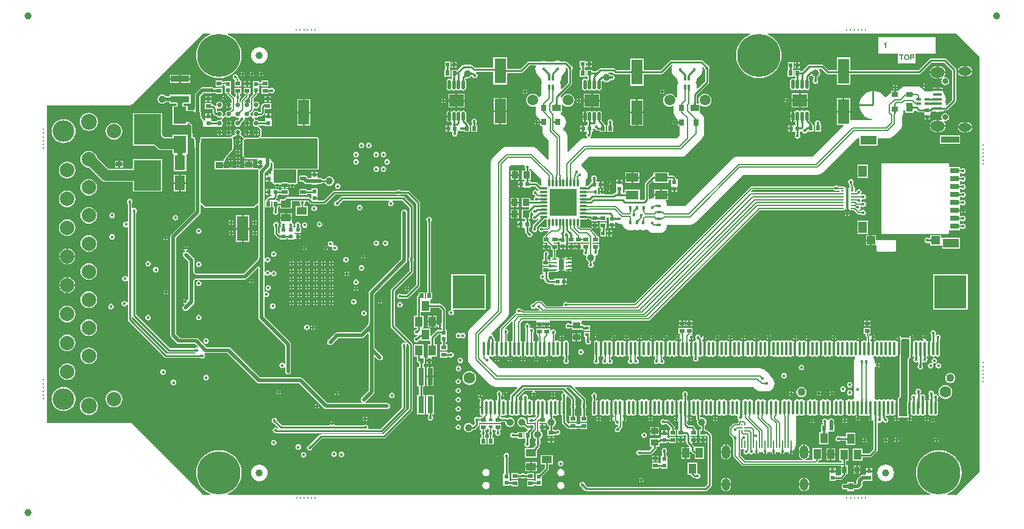
<source format=gtl>
G04*
G04 #@! TF.GenerationSoftware,Altium Limited,Altium NEXUS,2.0.15 (191)*
G04*
G04 Layer_Physical_Order=1*
G04 Layer_Color=255*
%FSLAX25Y25*%
%MOIN*%
G70*
G01*
G75*
%ADD10C,0.03937*%
%ADD11R,0.02559X0.03740*%
%ADD12R,0.02441X0.02441*%
%ADD13R,0.02559X0.02165*%
%ADD14R,0.02362X0.01968*%
%ADD15R,0.03937X0.05512*%
%ADD16O,0.01378X0.07874*%
%ADD17R,0.06299X0.13780*%
%ADD18C,0.02500*%
%ADD19R,0.02953X0.09449*%
%ADD20R,0.05512X0.03937*%
%ADD21R,0.02165X0.01772*%
%ADD22R,0.01772X0.02165*%
%ADD23R,0.02165X0.02559*%
%ADD24R,0.07087X0.09449*%
%ADD25R,0.05709X0.08071*%
%ADD26R,0.03543X0.02756*%
%ADD27R,0.03937X0.03543*%
%ADD28R,0.07874X0.06693*%
%ADD29O,0.01772X0.05315*%
%ADD30R,0.02953X0.00984*%
%ADD31R,0.03071X0.05906*%
%ADD32R,0.14567X0.14567*%
%ADD33O,0.04528X0.01181*%
%ADD34O,0.01181X0.04528*%
%ADD35O,0.01968X0.00787*%
%ADD36R,0.01299X0.11024*%
%ADD37C,0.00984*%
%ADD38R,0.09843X0.03740*%
%ADD39R,0.08661X0.04528*%
%ADD40R,0.04528X0.05906*%
%ADD41R,0.04724X0.04567*%
%ADD42R,0.04921X0.04567*%
%ADD43R,0.04882X0.03150*%
%ADD44R,0.15000X0.16693*%
%ADD45R,0.03150X0.03543*%
%ADD46R,0.04724X0.03543*%
G04:AMPARAMS|DCode=47|XSize=21.65mil|YSize=31.5mil|CornerRadius=1.95mil|HoleSize=0mil|Usage=FLASHONLY|Rotation=90.000|XOffset=0mil|YOffset=0mil|HoleType=Round|Shape=RoundedRectangle|*
%AMROUNDEDRECTD47*
21,1,0.02165,0.02760,0,0,90.0*
21,1,0.01776,0.03150,0,0,90.0*
1,1,0.00390,0.01380,0.00888*
1,1,0.00390,0.01380,-0.00888*
1,1,0.00390,-0.01380,-0.00888*
1,1,0.00390,-0.01380,0.00888*
%
%ADD47ROUNDEDRECTD47*%
%ADD48R,0.10236X0.03740*%
%ADD49R,0.07087X0.04724*%
%ADD50R,0.00906X0.03937*%
%ADD51R,0.05118X0.01772*%
%ADD52R,0.02441X0.02441*%
%ADD53R,0.03543X0.03937*%
%ADD54R,0.03543X0.03150*%
%ADD55R,0.03543X0.04724*%
%ADD56R,0.01968X0.02362*%
%ADD57R,0.02756X0.01181*%
%ADD58R,0.01181X0.02756*%
%ADD59R,0.17717X0.18110*%
%ADD60C,0.01000*%
%ADD61C,0.01968*%
%ADD62C,0.00787*%
%ADD63C,0.00591*%
%ADD64C,0.00984*%
%ADD65C,0.05906*%
%ADD66C,0.00787*%
%ADD67C,0.11811*%
%ADD68C,0.08661*%
%ADD69C,0.07874*%
%ADD70C,0.04331*%
%ADD71C,0.06299*%
%ADD72O,0.04724X0.06693*%
%ADD73O,0.04724X0.07480*%
%ADD74C,0.03150*%
%ADD75O,0.07087X0.04528*%
%ADD76O,0.07874X0.05709*%
%ADD77C,0.05906*%
%ADD78C,0.23622*%
%ADD79C,0.01772*%
%ADD80C,0.01968*%
G36*
X511973Y241378D02*
X511973Y14528D01*
X499252Y1806D01*
X494524D01*
X494425Y2306D01*
X495364Y2695D01*
X497029Y3715D01*
X498513Y4983D01*
X499781Y6468D01*
X500801Y8132D01*
X501548Y9935D01*
X502003Y11834D01*
X502156Y13780D01*
X502003Y15726D01*
X501548Y17624D01*
X500801Y19427D01*
X499781Y21092D01*
X498513Y22576D01*
X497029Y23844D01*
X495364Y24864D01*
X493561Y25611D01*
X491663Y26066D01*
X489717Y26219D01*
X487771Y26066D01*
X485872Y25611D01*
X484069Y24864D01*
X482405Y23844D01*
X480920Y22576D01*
X479653Y21092D01*
X478632Y19427D01*
X477885Y17624D01*
X477430Y15726D01*
X477277Y13780D01*
X477430Y11834D01*
X477885Y9935D01*
X478632Y8132D01*
X479653Y6468D01*
X480920Y4983D01*
X482405Y3715D01*
X484069Y2695D01*
X485008Y2306D01*
X484909Y1806D01*
X100823D01*
X100724Y2306D01*
X101663Y2695D01*
X103328Y3715D01*
X104812Y4983D01*
X106080Y6468D01*
X107100Y8132D01*
X107847Y9935D01*
X108302Y11834D01*
X108456Y13780D01*
X108302Y15726D01*
X107847Y17624D01*
X107100Y19427D01*
X106080Y21092D01*
X104812Y22576D01*
X103328Y23844D01*
X101663Y24864D01*
X99860Y25611D01*
X97962Y26066D01*
X96016Y26219D01*
X94070Y26066D01*
X92172Y25611D01*
X90368Y24864D01*
X88704Y23844D01*
X87219Y22576D01*
X85952Y21092D01*
X84932Y19427D01*
X84185Y17624D01*
X83729Y15726D01*
X83576Y13780D01*
X83729Y11834D01*
X84185Y9935D01*
X84932Y8132D01*
X85952Y6468D01*
X87219Y4983D01*
X88704Y3715D01*
X90368Y2695D01*
X91308Y2306D01*
X91208Y1806D01*
X87362D01*
X48521Y40647D01*
X47935Y41039D01*
X47244Y41177D01*
X1806D01*
X1806Y214805D01*
X47244D01*
X47935Y214942D01*
X48521Y215334D01*
X87287Y254099D01*
X91208D01*
X91308Y253599D01*
X90368Y253210D01*
X88704Y252190D01*
X87219Y250922D01*
X85952Y249438D01*
X84932Y247774D01*
X84185Y245970D01*
X83729Y244072D01*
X83576Y242126D01*
X83729Y240180D01*
X84185Y238282D01*
X84932Y236478D01*
X85952Y234814D01*
X87219Y233330D01*
X88704Y232062D01*
X90368Y231042D01*
X92172Y230295D01*
X94070Y229839D01*
X96016Y229686D01*
X97962Y229839D01*
X99860Y230295D01*
X101663Y231042D01*
X103328Y232062D01*
X104812Y233330D01*
X106080Y234814D01*
X107100Y236478D01*
X107847Y238282D01*
X108302Y240180D01*
X108456Y242126D01*
X108302Y244072D01*
X107847Y245970D01*
X107100Y247774D01*
X106080Y249438D01*
X104812Y250922D01*
X103328Y252190D01*
X101663Y253210D01*
X100724Y253599D01*
X100823Y254099D01*
X386484D01*
X386583Y253599D01*
X385644Y253210D01*
X383979Y252190D01*
X382495Y250922D01*
X381227Y249438D01*
X380207Y247774D01*
X379460Y245970D01*
X379005Y244072D01*
X378852Y242126D01*
X379005Y240180D01*
X379460Y238282D01*
X380207Y236478D01*
X381227Y234814D01*
X382495Y233330D01*
X383979Y232062D01*
X385644Y231042D01*
X387447Y230295D01*
X389345Y229839D01*
X391291Y229686D01*
X393237Y229839D01*
X395135Y230295D01*
X396939Y231042D01*
X398603Y232062D01*
X400088Y233330D01*
X401356Y234814D01*
X402375Y236478D01*
X403122Y238282D01*
X403578Y240180D01*
X403731Y242126D01*
X403578Y244072D01*
X403122Y245970D01*
X402375Y247774D01*
X401356Y249438D01*
X400088Y250922D01*
X398603Y252190D01*
X396939Y253210D01*
X396000Y253599D01*
X396099Y254099D01*
X499252D01*
X511973Y241378D01*
D02*
G37*
%LPC*%
G36*
X299865Y238887D02*
X298988D01*
Y237813D01*
X299865D01*
Y238887D01*
D02*
G37*
G36*
X297988D02*
X297110D01*
Y237813D01*
X297988D01*
Y238887D01*
D02*
G37*
G36*
X488010Y252000D02*
X456500D01*
Y243000D01*
X467385D01*
Y237564D01*
X476969D01*
Y243000D01*
X487992D01*
X488010Y243019D01*
Y252000D01*
D02*
G37*
G36*
X118110Y246695D02*
X116928Y246539D01*
X115826Y246083D01*
X114880Y245357D01*
X114154Y244411D01*
X113698Y243309D01*
X113542Y242127D01*
X113698Y240945D01*
X114154Y239843D01*
X114880Y238897D01*
X115826Y238171D01*
X116928Y237715D01*
X118110Y237559D01*
X119292Y237715D01*
X120394Y238171D01*
X121340Y238897D01*
X122066Y239843D01*
X122523Y240945D01*
X122678Y242127D01*
X122523Y243309D01*
X122066Y244411D01*
X121340Y245357D01*
X120394Y246083D01*
X119292Y246539D01*
X118110Y246695D01*
D02*
G37*
G36*
X225990Y238480D02*
X225112D01*
Y237405D01*
X225990D01*
Y238480D01*
D02*
G37*
G36*
X224112D02*
X223234D01*
Y237405D01*
X224112D01*
Y238480D01*
D02*
G37*
G36*
X413637Y238324D02*
X412759D01*
Y237249D01*
X413637D01*
Y238324D01*
D02*
G37*
G36*
X411759D02*
X410881D01*
Y237249D01*
X411759D01*
Y238324D01*
D02*
G37*
G36*
X299865Y236813D02*
X298988D01*
Y235738D01*
X299865D01*
Y236813D01*
D02*
G37*
G36*
X297988D02*
X297110D01*
Y235738D01*
X297988D01*
Y236813D01*
D02*
G37*
G36*
X253540Y241091D02*
X246060D01*
Y235369D01*
X245040D01*
X245000Y235377D01*
X235977D01*
X234786Y236567D01*
X234426Y236808D01*
X234000Y236893D01*
X234000Y236893D01*
X229897D01*
X229472Y236808D01*
X229111Y236567D01*
X229111Y236567D01*
X226918Y234374D01*
X226482Y234193D01*
Y234193D01*
X226482Y234193D01*
X223135D01*
Y230453D01*
X223457D01*
Y229685D01*
X223429Y229623D01*
X223427Y229473D01*
X223411Y229293D01*
X223387Y229270D01*
X223139Y229128D01*
X223013Y229094D01*
X222877Y229095D01*
X222876Y229095D01*
X222578Y229295D01*
X222002Y229409D01*
X221426Y229295D01*
X220937Y228968D01*
X220611Y228480D01*
X220496Y227904D01*
Y224361D01*
X220611Y223785D01*
X220937Y223296D01*
X221426Y222970D01*
X222002Y222855D01*
X222578Y222970D01*
X222948Y223217D01*
X223281Y223265D01*
X223615Y223217D01*
X223985Y222970D01*
X224561Y222855D01*
X225137Y222970D01*
X225507Y223217D01*
X225840Y223265D01*
X226173Y223217D01*
X226544Y222970D01*
X227120Y222855D01*
X227696Y222970D01*
X228066Y223217D01*
X228399Y223265D01*
X228733Y223217D01*
X229103Y222970D01*
X229679Y222855D01*
X230255Y222970D01*
X230743Y223296D01*
X231069Y223785D01*
X231184Y224361D01*
Y227904D01*
X231069Y228480D01*
X230783Y228909D01*
Y228917D01*
X230791Y228957D01*
Y229193D01*
X230906Y229314D01*
X231204Y229540D01*
X231265Y229553D01*
X231322Y229530D01*
X231374Y229552D01*
X231813Y229494D01*
X232481Y229582D01*
X233104Y229840D01*
X233639Y230250D01*
X233908Y230601D01*
X233961Y230623D01*
X234323Y230666D01*
X234508Y230635D01*
X234555Y230601D01*
X234609Y230547D01*
X234936Y230059D01*
X235424Y229732D01*
X236000Y229618D01*
X236576Y229732D01*
X237064Y230059D01*
X237391Y230547D01*
X237505Y231123D01*
X237391Y231699D01*
X237064Y232187D01*
X236576Y232514D01*
X236494Y232653D01*
X236780Y233153D01*
X245000D01*
X245040Y233161D01*
X246060D01*
Y226131D01*
X253540D01*
Y232507D01*
X261388D01*
X261811Y232591D01*
X262169Y232831D01*
X265920Y236582D01*
X269122D01*
X269400Y236166D01*
X269240Y235781D01*
X269088Y234623D01*
X269240Y233465D01*
X269687Y232385D01*
X270399Y231458D01*
X272099Y229758D01*
Y229713D01*
X272252Y228554D01*
X272699Y227475D01*
X272937Y227165D01*
X272792Y226975D01*
X272355Y225922D01*
X272207Y224791D01*
Y220424D01*
X271184Y219402D01*
X270609Y219533D01*
X270136Y220150D01*
X269396Y220718D01*
X268534Y221075D01*
X267609Y221197D01*
X266684Y221075D01*
X265822Y220718D01*
X265082Y220150D01*
X264514Y219410D01*
X264157Y218548D01*
X264035Y217623D01*
X264157Y216698D01*
X264514Y215836D01*
X265082Y215096D01*
X265822Y214528D01*
X266684Y214171D01*
X267609Y214049D01*
X268534Y214171D01*
X268779Y214272D01*
X269195Y213995D01*
Y211273D01*
X269344Y210142D01*
X269780Y209088D01*
X270474Y208184D01*
X271595Y207064D01*
Y206130D01*
X271648Y206144D01*
X271759Y206189D01*
X271850Y206244D01*
X271921Y206309D01*
X271972Y206384D01*
X272002Y206469D01*
X272012Y206564D01*
Y204564D01*
X272002Y204659D01*
X271972Y204744D01*
X271921Y204819D01*
X271850Y204884D01*
X271759Y204939D01*
X271648Y204984D01*
X271595Y204998D01*
Y203398D01*
X272928D01*
Y200715D01*
X273077Y199585D01*
X273514Y198531D01*
X274208Y197627D01*
X274511Y197323D01*
X274511Y197323D01*
X276439Y195395D01*
Y185226D01*
X275977Y185034D01*
X270219Y190793D01*
X269314Y191487D01*
X268261Y191923D01*
X267130Y192072D01*
X253317D01*
X252187Y191923D01*
X251133Y191487D01*
X250229Y190793D01*
X245933Y186497D01*
X245239Y185593D01*
X244803Y184539D01*
X244654Y183409D01*
Y104209D01*
X233533Y93089D01*
X232839Y92184D01*
X232403Y91131D01*
X232254Y90000D01*
Y75952D01*
X232403Y74822D01*
X232839Y73768D01*
X233533Y72863D01*
X233937Y72460D01*
X233937Y72460D01*
X244277Y62120D01*
X245181Y61426D01*
X246235Y60989D01*
X247365Y60841D01*
X259122D01*
X259314Y60379D01*
X255586Y56651D01*
X255345Y56291D01*
X255261Y55865D01*
X255261Y55865D01*
Y54218D01*
X255234Y54154D01*
X255232Y53971D01*
X255226Y53779D01*
X255068Y53671D01*
X254717Y53563D01*
X254558Y53669D01*
X254585Y53273D01*
X254603Y53176D01*
X254623Y53095D01*
X254647Y53030D01*
X254673Y52981D01*
X254535D01*
Y49469D01*
Y45253D01*
X254790Y45423D01*
X254825Y45440D01*
X255399Y45412D01*
X255475Y45298D01*
X255898Y45015D01*
X256397Y44916D01*
X256897Y45015D01*
X257320Y45298D01*
X257329Y45311D01*
X257828D01*
X257837Y45298D01*
X258260Y45015D01*
X258760Y44916D01*
X259259Y45015D01*
X259682Y45298D01*
X259758Y45412D01*
X260332Y45440D01*
X260367Y45423D01*
X260622Y45252D01*
Y49469D01*
Y53685D01*
X260372Y53518D01*
X260209Y53553D01*
X259872Y53694D01*
Y55280D01*
X263331Y58739D01*
X267739D01*
X267788Y58239D01*
X267709Y58224D01*
X267286Y57941D01*
X267004Y57518D01*
X269413D01*
X269131Y57941D01*
X268708Y58224D01*
X268629Y58239D01*
X268678Y58739D01*
X283913D01*
X284564Y58088D01*
X284399Y57546D01*
X284168Y57499D01*
X283679Y57173D01*
X283353Y56685D01*
X283239Y56109D01*
X283353Y55533D01*
X283582Y55190D01*
X283580Y55172D01*
X283583Y55162D01*
X283583Y55156D01*
X283590Y55142D01*
X283593Y55127D01*
X283596Y55108D01*
X283612Y54910D01*
X283613Y54832D01*
X283640Y54769D01*
Y53682D01*
X283267Y53538D01*
X283141Y53512D01*
X283137Y53514D01*
X282905Y53669D01*
X282931Y53273D01*
X282949Y53176D01*
X282970Y53095D01*
X282993Y53030D01*
X283019Y52981D01*
X282882D01*
Y49469D01*
Y45253D01*
X283132Y45420D01*
X283294Y45385D01*
X283632Y45243D01*
Y41447D01*
X283632Y41447D01*
X283717Y41022D01*
X283958Y40661D01*
X286214Y38405D01*
X286575Y38164D01*
X287000Y38079D01*
X287000Y38079D01*
X287793D01*
Y37677D01*
X291533D01*
Y38079D01*
X293630D01*
Y37677D01*
X297370D01*
Y41023D01*
X293630D01*
Y40303D01*
X291533D01*
Y41023D01*
X287793D01*
Y40678D01*
X287293Y40471D01*
X285856Y41908D01*
Y45582D01*
X285949Y45721D01*
X286048Y46221D01*
Y52717D01*
X285949Y53216D01*
X285848Y53368D01*
Y54769D01*
X285875Y54832D01*
X285876Y54921D01*
X285879Y54985D01*
X285890Y55102D01*
X285895Y55127D01*
X285898Y55142D01*
X285904Y55156D01*
X285905Y55162D01*
X285908Y55172D01*
X285906Y55190D01*
X286135Y55533D01*
X286181Y55764D01*
X286723Y55929D01*
X288588Y54064D01*
Y51502D01*
X288561Y51441D01*
X288557Y51273D01*
X288546Y51158D01*
X288542Y51132D01*
X288539Y51116D01*
X288533Y51103D01*
X288533Y51098D01*
X288530Y51087D01*
X288531Y51070D01*
X288309Y50738D01*
X288195Y50162D01*
X288309Y49586D01*
X288497Y49305D01*
X288497Y49304D01*
X288494Y49279D01*
X288496Y49272D01*
X288495Y49267D01*
X288502Y49251D01*
X288502Y49250D01*
X288506Y49230D01*
X288509Y49206D01*
X288523Y49000D01*
X288524Y48919D01*
X288551Y48855D01*
Y44960D01*
X287793D01*
Y41614D01*
X291533D01*
Y44960D01*
X290775D01*
Y48787D01*
X290801Y48843D01*
X290797Y48855D01*
X290802Y48867D01*
X290803Y48955D01*
X290806Y49018D01*
X290817Y49134D01*
X290822Y49157D01*
X290824Y49167D01*
X290829Y49178D01*
X290829Y49183D01*
X290833Y49197D01*
X290833Y49200D01*
X291091Y49586D01*
X291205Y50162D01*
X291091Y50738D01*
X290869Y51070D01*
X290870Y51087D01*
X290867Y51098D01*
X290867Y51103D01*
X290862Y51116D01*
X290858Y51132D01*
X290855Y51152D01*
X290840Y51353D01*
X290839Y51432D01*
X290812Y51496D01*
Y54211D01*
X290864Y54473D01*
X290779Y54898D01*
X290538Y55259D01*
X290538Y55259D01*
X285929Y59868D01*
X286121Y60330D01*
X287642D01*
X294388Y53583D01*
Y51663D01*
X294361Y51602D01*
X294357Y51434D01*
X294346Y51319D01*
X294342Y51293D01*
X294338Y51277D01*
X294333Y51264D01*
X294333Y51259D01*
X294330Y51248D01*
X294331Y51231D01*
X294109Y50899D01*
X293995Y50323D01*
X294109Y49747D01*
X294331Y49414D01*
X294330Y49398D01*
X294333Y49387D01*
X294333Y49382D01*
X294338Y49369D01*
X294342Y49353D01*
X294345Y49333D01*
X294360Y49132D01*
X294361Y49052D01*
X294388Y48989D01*
Y44960D01*
X293630D01*
Y41614D01*
X297370D01*
Y44960D01*
X296612D01*
Y48983D01*
X296639Y49044D01*
X296643Y49212D01*
X296654Y49327D01*
X296658Y49353D01*
X296661Y49369D01*
X296667Y49382D01*
X296667Y49387D01*
X296670Y49398D01*
X296669Y49414D01*
X296891Y49747D01*
X297005Y50323D01*
X296891Y50899D01*
X296669Y51231D01*
X296670Y51248D01*
X296667Y51259D01*
X296667Y51264D01*
X296661Y51277D01*
X296658Y51293D01*
X296655Y51313D01*
X296640Y51514D01*
X296639Y51593D01*
X296612Y51657D01*
Y54044D01*
X296612Y54044D01*
X296527Y54470D01*
X296286Y54830D01*
X296286Y54830D01*
X290738Y60379D01*
X290929Y60841D01*
X388419D01*
X389730Y59529D01*
X390635Y58835D01*
X391688Y58398D01*
X392819Y58249D01*
X395555D01*
X396686Y58398D01*
X397739Y58835D01*
X398644Y59529D01*
X399338Y60434D01*
X399774Y61487D01*
X399923Y62617D01*
X399774Y63748D01*
X399338Y64802D01*
X398644Y65706D01*
X397739Y66400D01*
X397609Y66454D01*
X397173Y67507D01*
X396479Y68412D01*
X395574Y69106D01*
X395479Y69145D01*
X394948Y69675D01*
X394044Y70369D01*
X392990Y70806D01*
X391860Y70955D01*
X249745D01*
X243878Y76822D01*
X244027Y77380D01*
X244270Y77543D01*
X244461Y77594D01*
X244711D01*
X244903Y77543D01*
X245268Y77299D01*
X245767Y77199D01*
X246267Y77299D01*
X246690Y77582D01*
X246728Y77638D01*
X247236Y77691D01*
X247511Y77456D01*
X247471Y76919D01*
X247207Y76742D01*
X246925Y76319D01*
X249334D01*
X249052Y76742D01*
X248788Y76919D01*
X248748Y77456D01*
X249023Y77691D01*
X249531Y77638D01*
X249569Y77582D01*
X249993Y77299D01*
X250492Y77199D01*
X250991Y77299D01*
X251414Y77582D01*
X251423Y77594D01*
X251923D01*
X251932Y77582D01*
X252355Y77299D01*
X252854Y77199D01*
X253353Y77299D01*
X253777Y77582D01*
X253815Y77638D01*
X254323Y77691D01*
X254598Y77456D01*
X254558Y76919D01*
X254294Y76742D01*
X254012Y76319D01*
X256421D01*
X256139Y76742D01*
X255875Y76919D01*
X255835Y77456D01*
X256110Y77691D01*
X256618Y77638D01*
X256656Y77582D01*
X257079Y77299D01*
X257578Y77199D01*
X258078Y77299D01*
X258501Y77582D01*
X258509Y77594D01*
X259010D01*
X259018Y77582D01*
X259441Y77299D01*
X259941Y77199D01*
X260440Y77299D01*
X260863Y77582D01*
X260901Y77638D01*
X261409Y77691D01*
X261684Y77456D01*
X261645Y76919D01*
X261380Y76742D01*
X261098Y76319D01*
X263508D01*
X263225Y76742D01*
X262961Y76919D01*
X262921Y77456D01*
X263196Y77691D01*
X263704Y77638D01*
X263743Y77582D01*
X264166Y77299D01*
X264665Y77199D01*
X265164Y77299D01*
X265529Y77543D01*
X265721Y77594D01*
X265971D01*
X266163Y77543D01*
X266528Y77299D01*
X267027Y77199D01*
X267527Y77299D01*
X267950Y77582D01*
X267988Y77638D01*
X268496Y77691D01*
X268771Y77456D01*
X268731Y76919D01*
X268467Y76742D01*
X268185Y76319D01*
X270594D01*
X270312Y76742D01*
X270048Y76919D01*
X270008Y77456D01*
X270283Y77691D01*
X270791Y77638D01*
X270829Y77582D01*
X271252Y77299D01*
X271752Y77199D01*
X272251Y77299D01*
X272616Y77543D01*
X272808Y77594D01*
X273058D01*
X273250Y77543D01*
X273615Y77299D01*
X274114Y77199D01*
X274613Y77299D01*
X275036Y77582D01*
X275074Y77638D01*
X275583Y77691D01*
X275858Y77456D01*
X275818Y76919D01*
X275554Y76742D01*
X275271Y76319D01*
X277681D01*
X277398Y76742D01*
X277134Y76918D01*
X277094Y77456D01*
X277369Y77691D01*
X277878Y77639D01*
X277916Y77582D01*
X278339Y77299D01*
X278838Y77199D01*
X279338Y77299D01*
X279703Y77543D01*
X279895Y77594D01*
X280144D01*
X280336Y77543D01*
X280701Y77299D01*
X281201Y77199D01*
X281700Y77299D01*
X282123Y77582D01*
X282199Y77696D01*
X282773Y77723D01*
X282808Y77706D01*
X283063Y77536D01*
Y81752D01*
X284063D01*
Y77536D01*
X284318Y77706D01*
X284322Y77708D01*
X284449Y77683D01*
X284821Y77539D01*
Y76154D01*
X284794Y76091D01*
X284793Y76002D01*
X284790Y75938D01*
X284778Y75821D01*
X284774Y75796D01*
X284771Y75781D01*
X284765Y75766D01*
X284764Y75761D01*
X284761Y75751D01*
X284763Y75732D01*
X284534Y75390D01*
X284420Y74814D01*
X284534Y74238D01*
X284861Y73750D01*
X285349Y73423D01*
X285925Y73309D01*
X286501Y73423D01*
X286989Y73750D01*
X287316Y74238D01*
X287430Y74814D01*
X287316Y75390D01*
X287087Y75732D01*
X287089Y75751D01*
X287086Y75761D01*
X287086Y75766D01*
X287079Y75781D01*
X287076Y75796D01*
X287073Y75814D01*
X287057Y76013D01*
X287056Y76091D01*
X287029Y76154D01*
Y77853D01*
X287130Y78005D01*
X287230Y78504D01*
Y85000D01*
X287130Y85499D01*
X286847Y85922D01*
X286424Y86205D01*
X285925Y86305D01*
X285426Y86205D01*
X285003Y85922D01*
X284964Y85866D01*
X284456Y85813D01*
X284181Y86048D01*
X284221Y86586D01*
X284485Y86762D01*
X284768Y87185D01*
X282358D01*
X282640Y86762D01*
X282905Y86586D01*
X282944Y86048D01*
X282669Y85813D01*
X282161Y85866D01*
X282123Y85922D01*
X281700Y86205D01*
X281201Y86305D01*
X280701Y86205D01*
X280336Y85961D01*
X280199Y85924D01*
X280044Y85994D01*
X279822Y86173D01*
X279732Y86282D01*
X279703Y86339D01*
Y89264D01*
X279734Y89331D01*
X279736Y89387D01*
X279740Y89415D01*
X279745Y89441D01*
X279752Y89465D01*
X279762Y89489D01*
X279774Y89514D01*
X279790Y89540D01*
X279810Y89569D01*
X279836Y89600D01*
X279883Y89649D01*
X279916Y89736D01*
X280191Y90147D01*
X280305Y90723D01*
X280191Y91299D01*
X279864Y91787D01*
X279376Y92114D01*
X278800Y92228D01*
X278224Y92114D01*
X277736Y91787D01*
X277665Y91682D01*
X277165Y91834D01*
Y92815D01*
X273425D01*
Y92815D01*
X273228D01*
Y92815D01*
X269488D01*
Y89468D01*
X270424D01*
X270424Y89464D01*
X270455Y89394D01*
Y88565D01*
X270524Y88219D01*
X270720Y87926D01*
X270848Y87797D01*
Y86298D01*
X270818Y86230D01*
X270812Y86067D01*
X270433Y85781D01*
X270358Y85750D01*
X270186Y85778D01*
X270144Y85798D01*
X269889Y85968D01*
Y81752D01*
X268889D01*
Y85968D01*
X268635Y85798D01*
X268593Y85778D01*
X268424Y85751D01*
X268002Y86040D01*
X267962Y86218D01*
X267956Y86230D01*
X267930Y86290D01*
Y90148D01*
X267961Y90215D01*
X267964Y90271D01*
X267967Y90299D01*
X267972Y90324D01*
X267979Y90348D01*
X267989Y90373D01*
X268001Y90398D01*
X268017Y90424D01*
X268038Y90453D01*
X268063Y90484D01*
X268110Y90533D01*
X268143Y90620D01*
X268418Y91031D01*
X268532Y91607D01*
X268418Y92183D01*
X268092Y92671D01*
X267603Y92997D01*
X267027Y93112D01*
X266451Y92997D01*
X266216Y92840D01*
X266180Y92862D01*
X265877Y93244D01*
X266056Y93512D01*
X266170Y94088D01*
X266056Y94664D01*
X265729Y95152D01*
X265241Y95479D01*
X264665Y95593D01*
X264089Y95479D01*
X263601Y95152D01*
X263274Y94664D01*
X263160Y94088D01*
X263274Y93512D01*
X263549Y93101D01*
X263583Y93014D01*
X263629Y92965D01*
X263655Y92934D01*
X263675Y92905D01*
X263691Y92879D01*
X263703Y92854D01*
X263713Y92830D01*
X263720Y92805D01*
X263725Y92780D01*
X263729Y92752D01*
X263731Y92696D01*
X263762Y92629D01*
Y86298D01*
X263731Y86230D01*
X263725Y86067D01*
X263346Y85781D01*
X263271Y85750D01*
X263100Y85778D01*
X263058Y85798D01*
X262803Y85968D01*
Y81752D01*
X261803D01*
Y85968D01*
X261548Y85798D01*
X261506Y85778D01*
X261338Y85751D01*
X260915Y86040D01*
X260875Y86218D01*
X260870Y86230D01*
X260844Y86290D01*
Y95689D01*
X262156Y97001D01*
X269555D01*
X269685Y96555D01*
X269685Y96501D01*
Y95579D01*
X273031D01*
Y96501D01*
X273031Y96555D01*
X273066Y96675D01*
X273194D01*
X273622Y96190D01*
Y95579D01*
X276968D01*
Y96501D01*
X276968Y96555D01*
X277098Y97001D01*
X288707D01*
X289063Y96653D01*
X289063Y96501D01*
Y95200D01*
X288340D01*
X288279Y95227D01*
X288111Y95231D01*
X287996Y95242D01*
X287970Y95246D01*
X287954Y95249D01*
X287941Y95255D01*
X287936Y95255D01*
X287925Y95258D01*
X287909Y95257D01*
X287576Y95479D01*
X287000Y95593D01*
X286424Y95479D01*
X285936Y95152D01*
X285609Y94664D01*
X285495Y94088D01*
X285609Y93512D01*
X285936Y93024D01*
X286424Y92697D01*
X287000Y92583D01*
X287576Y92697D01*
X287909Y92919D01*
X287925Y92918D01*
X287936Y92921D01*
X287941Y92921D01*
X287954Y92926D01*
X287970Y92930D01*
X287990Y92933D01*
X288191Y92948D01*
X288270Y92949D01*
X288334Y92976D01*
X289063D01*
Y91929D01*
X294181D01*
Y92147D01*
X294681Y92354D01*
X294986Y92049D01*
X294986Y92049D01*
X295346Y91808D01*
X295642Y91749D01*
X295673Y91736D01*
Y91437D01*
X299020D01*
Y94390D01*
X295790D01*
X295558Y94622D01*
X295197Y94863D01*
X294772Y94947D01*
X294772Y94947D01*
X294181D01*
Y96501D01*
X294181Y96653D01*
X294537Y97001D01*
X331071D01*
X331417Y97070D01*
X331710Y97266D01*
X391999Y157555D01*
X435523D01*
X435598Y157524D01*
X435702Y157523D01*
X435954Y157515D01*
X436053Y157505D01*
X436065Y157503D01*
X436068Y157502D01*
X436070Y157502D01*
X436093Y157498D01*
X436161Y157510D01*
X436172Y157507D01*
X436288Y157459D01*
X436328Y157476D01*
X436437Y157455D01*
X437618D01*
X438002Y157531D01*
X438284Y157720D01*
X438328Y157749D01*
X438686Y158065D01*
X439053Y158065D01*
X439153D01*
X439135Y158310D01*
X439117Y158380D01*
X439097Y158430D01*
X439073Y158460D01*
X439047Y158470D01*
X439185D01*
Y163970D01*
Y169876D01*
X438686D01*
X438328Y170192D01*
X438284Y170220D01*
X438002Y170409D01*
X437618Y170485D01*
X436437D01*
X436053Y170409D01*
X436017Y170385D01*
X435073D01*
X435006Y170416D01*
X434950Y170418D01*
X434922Y170422D01*
X434897Y170427D01*
X434872Y170434D01*
X434848Y170443D01*
X434823Y170456D01*
X434797Y170472D01*
X434768Y170492D01*
X434737Y170518D01*
X434688Y170564D01*
X434601Y170598D01*
X434190Y170873D01*
X433614Y170987D01*
X433038Y170873D01*
X432627Y170598D01*
X432540Y170564D01*
X432492Y170518D01*
X432461Y170492D01*
X432432Y170472D01*
X432405Y170456D01*
X432380Y170443D01*
X432356Y170434D01*
X432332Y170427D01*
X432306Y170422D01*
X432278Y170418D01*
X432222Y170416D01*
X432156Y170385D01*
X387459D01*
X387113Y170316D01*
X386820Y170121D01*
X323349Y106649D01*
X287159D01*
X287092Y106680D01*
X287036Y106682D01*
X287008Y106685D01*
X286982Y106691D01*
X286958Y106698D01*
X286934Y106707D01*
X286909Y106720D01*
X286882Y106736D01*
X286854Y106756D01*
X286823Y106782D01*
X286774Y106828D01*
X286687Y106862D01*
X286276Y107136D01*
X285700Y107251D01*
X285124Y107136D01*
X284636Y106810D01*
X284309Y106322D01*
X284195Y105746D01*
X284268Y105377D01*
X283949Y104877D01*
X275423D01*
X272701Y107599D01*
X272408Y107795D01*
X272062Y107864D01*
X269938D01*
X269592Y107795D01*
X269299Y107599D01*
X268293Y106593D01*
X268224Y106568D01*
X268182Y106529D01*
X268161Y106512D01*
X268139Y106498D01*
X268116Y106486D01*
X268093Y106475D01*
X268066Y106466D01*
X268036Y106459D01*
X268001Y106453D01*
X267961Y106449D01*
X267894Y106448D01*
X267809Y106410D01*
X267324Y106314D01*
X266836Y105987D01*
X266509Y105499D01*
X266395Y104923D01*
X266509Y104347D01*
X266836Y103858D01*
X267324Y103532D01*
X267900Y103418D01*
X268476Y103532D01*
X268964Y103858D01*
X269113Y104080D01*
X269279Y104103D01*
X269684Y104035D01*
X269936Y103658D01*
X270424Y103332D01*
X270808Y103256D01*
X270919Y103200D01*
X270988Y103195D01*
X270991Y103195D01*
X271101Y103090D01*
X271161Y103005D01*
X271104Y102771D01*
X270910Y102505D01*
X262537D01*
X262085Y102956D01*
X261792Y103152D01*
X261446Y103221D01*
X261400D01*
X261333Y103252D01*
X261277Y103254D01*
X261249Y103257D01*
X261223Y103262D01*
X261199Y103270D01*
X261175Y103279D01*
X261150Y103291D01*
X261123Y103307D01*
X261094Y103328D01*
X261064Y103354D01*
X261015Y103400D01*
X260928Y103434D01*
X260517Y103708D01*
X259941Y103823D01*
X259365Y103708D01*
X258877Y103382D01*
X258550Y102894D01*
X258436Y102318D01*
X258539Y101799D01*
X258547Y101735D01*
X258309Y101266D01*
X258252Y101255D01*
X257959Y101059D01*
X257959Y101059D01*
X249853Y92953D01*
X249657Y92660D01*
X249589Y92315D01*
Y86298D01*
X249558Y86230D01*
X249552Y86067D01*
X249173Y85781D01*
X249098Y85750D01*
X248926Y85778D01*
X248885Y85798D01*
X248630Y85968D01*
Y81752D01*
X247630D01*
Y85968D01*
X247398Y85813D01*
X247398Y85813D01*
X247116Y85834D01*
X246904Y85921D01*
X246864Y85954D01*
X246836Y86370D01*
X246834Y86536D01*
X246814Y86583D01*
X246826Y86633D01*
X246807Y86663D01*
Y86854D01*
X246722Y87279D01*
X246481Y87640D01*
X246481Y87640D01*
X246325Y87796D01*
X246321Y87820D01*
X246268Y87856D01*
X246245Y87915D01*
X246189Y87972D01*
X246104Y88071D01*
X246085Y88096D01*
X246079Y88106D01*
X246092Y88171D01*
X245977Y88747D01*
X245651Y89236D01*
X245163Y89562D01*
X245041Y89586D01*
X244877Y90129D01*
X253489Y98741D01*
X254183Y99645D01*
X254619Y100699D01*
X254768Y101829D01*
Y181028D01*
X255698Y181958D01*
X263019D01*
X263283Y181458D01*
X263187Y180973D01*
X263301Y180397D01*
X263530Y180055D01*
X263528Y180036D01*
X263531Y180026D01*
X263532Y180021D01*
X263538Y180006D01*
X263541Y179991D01*
X263545Y179973D01*
X263560Y179774D01*
X263561Y179697D01*
X263588Y179633D01*
Y179138D01*
X261777D01*
Y174020D01*
X263152D01*
X263359Y173520D01*
X263232Y173393D01*
X262879Y173393D01*
X262460Y173196D01*
X261647D01*
Y171582D01*
X261146D01*
D01*
X261647D01*
Y169968D01*
X262460D01*
X262879Y169771D01*
X263179Y169771D01*
X266501D01*
Y170478D01*
X268974D01*
X270719Y168734D01*
X270921Y168436D01*
X270689Y167972D01*
X270480Y167925D01*
X270226Y167920D01*
X270088Y168127D01*
X269599Y168453D01*
X269023Y168568D01*
X268447Y168453D01*
X267959Y168127D01*
X267633Y167638D01*
X267518Y167062D01*
X267633Y166486D01*
X267959Y165998D01*
X268447Y165672D01*
X268557Y165650D01*
X268638Y165587D01*
X268705Y165568D01*
X268830Y165525D01*
X268871Y165507D01*
X268915Y165484D01*
X268955Y165461D01*
X268992Y165437D01*
X269026Y165412D01*
X269054Y165252D01*
X269047Y165072D01*
X269030Y164988D01*
X268960Y164823D01*
X268623Y164597D01*
X268297Y164109D01*
X268182Y163533D01*
X268253Y163177D01*
X267929Y162677D01*
X266432D01*
Y164124D01*
X261708D01*
Y159006D01*
X265511D01*
X265702Y158544D01*
X265040Y157882D01*
X261691D01*
Y152764D01*
X263093D01*
X263214Y152584D01*
X263421Y152377D01*
Y151804D01*
X263067Y151451D01*
X262722Y151451D01*
X262303Y151254D01*
X261490D01*
Y149639D01*
Y148025D01*
X262303D01*
X262722Y147828D01*
X263067Y147828D01*
X263421Y147475D01*
Y145614D01*
X263421Y145614D01*
X263506Y145188D01*
X263747Y144828D01*
X264266Y144308D01*
X264290Y144246D01*
X264406Y144124D01*
X264480Y144035D01*
X264495Y144014D01*
X264504Y144000D01*
X264509Y143987D01*
X264513Y143983D01*
X264518Y143974D01*
X264531Y143963D01*
X264609Y143571D01*
X264936Y143082D01*
X265424Y142756D01*
X266000Y142641D01*
X266576Y142756D01*
X267064Y143082D01*
X267391Y143571D01*
X267505Y144147D01*
X267391Y144723D01*
X267064Y145211D01*
X266576Y145537D01*
X266184Y145615D01*
X266173Y145628D01*
X266163Y145634D01*
X266160Y145638D01*
X266146Y145643D01*
X266133Y145651D01*
X266116Y145663D01*
X265964Y145795D01*
X265907Y145851D01*
X265843Y145876D01*
X265645Y146074D01*
Y147828D01*
X266344D01*
Y151451D01*
X265645D01*
Y152764D01*
X266416D01*
Y156053D01*
X266805Y156379D01*
X267254Y156243D01*
X267283Y156096D01*
X267609Y155608D01*
X268024Y155331D01*
X268025Y155328D01*
X268062Y154991D01*
X268037Y154784D01*
X267715Y154568D01*
X267389Y154080D01*
X267274Y153504D01*
X267389Y152928D01*
X267715Y152439D01*
X268203Y152113D01*
X268779Y151999D01*
X269355Y152113D01*
X269844Y152439D01*
X270170Y152928D01*
X270186Y153008D01*
X270705Y152952D01*
X270832Y152677D01*
X270838Y152577D01*
X267922Y149662D01*
X267681Y149301D01*
X267597Y148875D01*
X267597Y148875D01*
Y148252D01*
X267569Y148191D01*
X267565Y148023D01*
X267555Y147908D01*
X267550Y147882D01*
X267547Y147867D01*
X267541Y147853D01*
X267541Y147848D01*
X267538Y147838D01*
X267540Y147821D01*
X267318Y147488D01*
X267203Y146912D01*
X267318Y146336D01*
X267644Y145848D01*
X268132Y145522D01*
X268708Y145407D01*
X269285Y145522D01*
X269773Y145848D01*
X270099Y146336D01*
X270214Y146912D01*
X270099Y147488D01*
X269877Y147821D01*
X269879Y147838D01*
X269876Y147848D01*
X269876Y147853D01*
X269870Y147867D01*
X269866Y147882D01*
X269863Y147903D01*
X269849Y148104D01*
X269848Y148183D01*
X269820Y148247D01*
Y148415D01*
X273892Y152487D01*
X274895D01*
X275243Y152359D01*
X275371Y152011D01*
Y148966D01*
X275407Y148781D01*
X275391Y148741D01*
X275438Y148625D01*
X275462Y148505D01*
X275473Y148489D01*
X275484Y148426D01*
X275484Y148393D01*
X275374Y148090D01*
X275361Y148070D01*
X275327Y148028D01*
X275293Y147996D01*
X275258Y147971D01*
X275224Y147952D01*
X275159Y147926D01*
X273827D01*
X273760Y147957D01*
X273704Y147959D01*
X273676Y147962D01*
X273651Y147968D01*
X273627Y147975D01*
X273603Y147984D01*
X273577Y147997D01*
X273551Y148013D01*
X273522Y148033D01*
X273491Y148059D01*
X273443Y148105D01*
X273356Y148139D01*
X272944Y148414D01*
X272369Y148528D01*
X271793Y148414D01*
X271304Y148087D01*
X270978Y147599D01*
X270863Y147023D01*
X270978Y146447D01*
X271304Y145958D01*
X271793Y145632D01*
X272369Y145518D01*
X272944Y145632D01*
X273356Y145907D01*
X273443Y145940D01*
X273491Y145987D01*
X273522Y146012D01*
X273551Y146033D01*
X273577Y146049D01*
X273603Y146061D01*
X273627Y146071D01*
X273651Y146078D01*
X273676Y146083D01*
X273704Y146087D01*
X273760Y146089D01*
X273827Y146120D01*
X275875D01*
X275925Y146130D01*
X276171Y145669D01*
X274387Y143884D01*
X274191Y143591D01*
X274122Y143246D01*
Y143100D01*
X274091Y143030D01*
X274091Y143025D01*
X273155D01*
Y139679D01*
X275419D01*
X275708Y139328D01*
X275525Y138900D01*
Y137915D01*
X277101D01*
X277160Y137939D01*
X277653Y137447D01*
Y135742D01*
X278551D01*
X278552Y135737D01*
X278583Y135667D01*
Y131942D01*
X278552Y131872D01*
X278551Y131867D01*
X277419D01*
Y129750D01*
X277348Y129719D01*
X276624D01*
X276554Y129750D01*
X276550Y129751D01*
Y130489D01*
X275792D01*
Y132198D01*
X275818Y132256D01*
X275824Y132422D01*
X275828Y132456D01*
X276064Y132614D01*
X276391Y133103D01*
X276505Y133678D01*
X276391Y134255D01*
X276064Y134743D01*
X275576Y135069D01*
X275000Y135184D01*
X274424Y135069D01*
X273936Y134743D01*
X273609Y134255D01*
X273495Y133678D01*
X273561Y133346D01*
X273554Y133330D01*
X273541Y132830D01*
X273568Y132760D01*
Y130489D01*
X272810D01*
Y127143D01*
X276550D01*
Y127882D01*
X276554Y127882D01*
X276624Y127913D01*
X277190D01*
X277419Y127816D01*
Y127733D01*
X277616Y127733D01*
Y127348D01*
X279486D01*
Y126347D01*
X277616D01*
Y125983D01*
X276550D01*
Y126552D01*
X272810D01*
Y123206D01*
X273555D01*
X273623Y122975D01*
X273216Y122585D01*
X273078Y122612D01*
X272502Y122498D01*
X272014Y122171D01*
X271688Y121683D01*
X271573Y121107D01*
X271688Y120531D01*
X272014Y120043D01*
X272502Y119716D01*
X273078Y119602D01*
X273443Y119674D01*
X273735Y119627D01*
X273993Y119341D01*
X274027Y119168D01*
X274055Y119127D01*
X274048Y119095D01*
X274163Y118518D01*
X274489Y118030D01*
X274977Y117704D01*
X275470Y117606D01*
X275539Y117537D01*
X275900Y117296D01*
X276325Y117211D01*
X279377D01*
Y116512D01*
X282999Y116512D01*
X283417Y116709D01*
X284231D01*
Y118323D01*
Y119937D01*
X283417D01*
X282998Y120134D01*
X282698Y120134D01*
X279377D01*
Y119435D01*
X276991D01*
X276944Y119671D01*
X276618Y120159D01*
X276195Y120441D01*
X276195Y120442D01*
X276194Y120522D01*
X276175Y120564D01*
X276186Y120609D01*
X276167Y120642D01*
Y123206D01*
X276550D01*
Y123775D01*
X279485D01*
X279486Y123775D01*
X279592Y123796D01*
X281553D01*
Y124485D01*
X282785D01*
Y127832D01*
Y131178D01*
X281553D01*
Y131867D01*
X280420D01*
X280420Y131872D01*
X280389Y131942D01*
Y135667D01*
X280420Y135737D01*
X280420Y135742D01*
X281393D01*
Y139088D01*
X278925D01*
X278865Y139179D01*
X279132Y139679D01*
X281393D01*
Y140026D01*
X281839Y140200D01*
X282285Y140026D01*
X282285Y139369D01*
X282482Y138951D01*
Y138137D01*
X285710D01*
Y138951D01*
X285907Y139369D01*
X285907Y139670D01*
Y142991D01*
X285423D01*
X285236Y143466D01*
X285235Y143476D01*
X285239Y143639D01*
X285249Y143758D01*
X285253Y143787D01*
X285257Y143806D01*
X285257Y143807D01*
X285263Y143823D01*
X285263Y143828D01*
X285265Y143836D01*
X285262Y143861D01*
X285454Y144147D01*
X285568Y144723D01*
X285486Y145137D01*
X285530Y145194D01*
X286014Y145316D01*
X286266Y145064D01*
X286290Y145001D01*
X286406Y144879D01*
X286480Y144791D01*
X286495Y144770D01*
X286504Y144756D01*
X286509Y144743D01*
X286513Y144739D01*
X286518Y144729D01*
X286531Y144719D01*
X286609Y144326D01*
X286936Y143838D01*
X287203Y143659D01*
X287051Y143159D01*
X286910D01*
Y139813D01*
X290650D01*
Y139813D01*
X290846Y139813D01*
Y139813D01*
X294587D01*
Y139813D01*
X294882Y139813D01*
Y139813D01*
X298550D01*
Y139222D01*
X294882D01*
Y139044D01*
X294390Y139025D01*
X294382Y139025D01*
X293217D01*
Y137549D01*
Y136073D01*
X294382D01*
X294390Y136073D01*
X294882Y136054D01*
Y135876D01*
X295447D01*
X295633Y135395D01*
X295621Y135367D01*
X295620Y135278D01*
X295617Y135215D01*
X295605Y135097D01*
X295601Y135072D01*
X295598Y135057D01*
X295591Y135043D01*
X295591Y135037D01*
X295588Y135028D01*
X295590Y135009D01*
X295361Y134667D01*
X295247Y134091D01*
X295361Y133515D01*
X295688Y133026D01*
X296176Y132700D01*
X296639Y132608D01*
X296996Y132163D01*
X296960Y132077D01*
X296872Y131409D01*
X296960Y130740D01*
X297218Y130118D01*
X297628Y129583D01*
X298163Y129173D01*
X298253Y129136D01*
X298519Y128715D01*
X298517Y128659D01*
X298514Y128631D01*
X298508Y128605D01*
X298501Y128581D01*
X298492Y128557D01*
X298479Y128532D01*
X298463Y128505D01*
X298443Y128476D01*
X298417Y128445D01*
X298371Y128397D01*
X298337Y128310D01*
X298063Y127899D01*
X297948Y127323D01*
X298063Y126747D01*
X298389Y126259D01*
X298877Y125932D01*
X299453Y125818D01*
X300029Y125932D01*
X300518Y126259D01*
X300844Y126747D01*
X300959Y127323D01*
X300844Y127899D01*
X300569Y128310D01*
X300536Y128397D01*
X300489Y128445D01*
X300464Y128476D01*
X300443Y128505D01*
X300427Y128532D01*
X300415Y128557D01*
X300405Y128581D01*
X300398Y128605D01*
X300393Y128631D01*
X300390Y128659D01*
X300387Y128715D01*
X300654Y129136D01*
X300744Y129173D01*
X301278Y129583D01*
X301689Y130118D01*
X301946Y130740D01*
X302034Y131409D01*
X301946Y132077D01*
X301852Y132305D01*
X301917Y132452D01*
X302188Y132800D01*
X302633Y132888D01*
X303122Y133214D01*
X303448Y133703D01*
X303563Y134279D01*
X303448Y134855D01*
X303220Y135197D01*
X303221Y135216D01*
X303218Y135225D01*
X303218Y135231D01*
X303212Y135246D01*
X303208Y135260D01*
X303205Y135279D01*
X303197Y135386D01*
X303354Y135679D01*
X303514Y135876D01*
X303927D01*
Y139222D01*
X300356D01*
Y139813D01*
X303927D01*
Y143159D01*
X302992D01*
X302992Y143164D01*
X302960Y143234D01*
Y143495D01*
X302892Y143841D01*
X302696Y144134D01*
X299618Y147212D01*
X299900Y147558D01*
X299989Y147601D01*
X300363Y147601D01*
X301057D01*
Y148578D01*
X299884D01*
Y148099D01*
X299884Y147733D01*
X299470Y147445D01*
X299279Y147551D01*
X299260Y147564D01*
X298986Y147747D01*
X298640Y147816D01*
X293985D01*
X293379Y148421D01*
X293435Y148505D01*
X293527Y148966D01*
Y152011D01*
X293654Y152359D01*
X294002Y152487D01*
X297047D01*
X297508Y152578D01*
X297509Y152579D01*
X298502D01*
X298859Y152222D01*
X299220Y151981D01*
X299512Y151923D01*
X299638Y151869D01*
X299687Y151869D01*
Y151342D01*
X303427D01*
Y151855D01*
X304238D01*
Y151294D01*
X307978D01*
Y153555D01*
X309187D01*
X309187Y151055D01*
X309384Y150636D01*
Y149823D01*
X312612D01*
Y150632D01*
X312809Y151055D01*
X313273Y150969D01*
X314062Y150364D01*
X315115Y149927D01*
X316246Y149778D01*
X316589D01*
X316592Y149758D01*
X317039Y148679D01*
X317750Y147752D01*
X317831Y147671D01*
X318758Y146960D01*
X319837Y146513D01*
X320996Y146360D01*
X322154Y146513D01*
X322906Y146824D01*
X323409Y146616D01*
X324539Y146467D01*
X325670Y146616D01*
X326311Y146882D01*
X326952Y146616D01*
X328082Y146467D01*
X329213Y146616D01*
X330133Y146997D01*
X330942Y146188D01*
X331847Y145494D01*
X332900Y145058D01*
X334031Y144909D01*
X336759D01*
X337890Y145058D01*
X338944Y145494D01*
X339848Y146188D01*
X340542Y147093D01*
X340979Y148146D01*
X341128Y149277D01*
X341578Y149514D01*
X353516D01*
X354646Y149663D01*
X355700Y150100D01*
X356605Y150794D01*
X382578Y176767D01*
X423228D01*
X424358Y176916D01*
X425412Y177353D01*
X426317Y178047D01*
X444963Y196693D01*
X446338D01*
Y192789D01*
X456181D01*
Y196693D01*
X461721D01*
X462852Y196842D01*
X463905Y197278D01*
X464810Y197973D01*
X468477Y201640D01*
X469171Y202544D01*
X469608Y203598D01*
X469757Y204728D01*
Y208335D01*
X469992Y208905D01*
X470141Y210036D01*
Y212064D01*
X470708Y212138D01*
X470869Y212205D01*
X471285Y211927D01*
Y210677D01*
X476009D01*
Y211368D01*
X476385Y211697D01*
X476791Y211644D01*
X477297D01*
X477413Y211596D01*
X478053Y211511D01*
X478175Y211390D01*
X478533Y211151D01*
X478955Y211067D01*
X481178D01*
X481207Y211061D01*
X481255Y211039D01*
X481319Y211038D01*
X481653Y210969D01*
X481653Y210283D01*
X481850Y209865D01*
Y209051D01*
X485078D01*
Y209865D01*
X485275Y210283D01*
X485275Y210584D01*
Y211067D01*
X485315Y211075D01*
X485673Y211314D01*
X485698Y211340D01*
X487696D01*
X487935Y211241D01*
X489093Y211088D01*
X490251Y211241D01*
X490945Y211528D01*
X492242D01*
Y211901D01*
X493705D01*
X494128Y211985D01*
X494486Y212224D01*
X498891Y216629D01*
X499130Y216987D01*
X499214Y217410D01*
Y231188D01*
X499222Y231229D01*
Y234323D01*
X499222Y234323D01*
X499137Y234748D01*
X498897Y235109D01*
X498897Y235109D01*
X493896Y240109D01*
X493536Y240350D01*
X493110Y240435D01*
X493110Y240435D01*
X485357D01*
X485357Y240435D01*
X484931Y240350D01*
X484571Y240109D01*
X484571Y240109D01*
X478495Y234033D01*
X441356D01*
Y240902D01*
X433875D01*
Y234033D01*
X429403D01*
X426697Y236739D01*
X426336Y236980D01*
X425911Y237065D01*
X425870Y237056D01*
X418826D01*
X418403Y236972D01*
X418045Y236733D01*
X414762Y233450D01*
X414129D01*
Y234217D01*
X410783D01*
Y230476D01*
X411352D01*
Y229826D01*
X411325Y229763D01*
X411322Y229613D01*
X411307Y229433D01*
X411283Y229411D01*
X411035Y229268D01*
X410908Y229234D01*
X410773Y229235D01*
X410772Y229235D01*
X410473Y229435D01*
X409897Y229549D01*
X409321Y229435D01*
X408833Y229109D01*
X408506Y228620D01*
X408392Y228044D01*
Y224501D01*
X408506Y223925D01*
X408833Y223436D01*
X409321Y223110D01*
X409897Y222995D01*
X410473Y223110D01*
X410843Y223357D01*
X411177Y223405D01*
X411510Y223357D01*
X411880Y223110D01*
X412456Y222995D01*
X413032Y223110D01*
X413402Y223357D01*
X413736Y223405D01*
X414069Y223357D01*
X414439Y223110D01*
X415015Y222995D01*
X415591Y223110D01*
X415961Y223357D01*
X416295Y223405D01*
X416628Y223357D01*
X416998Y223110D01*
X417574Y222995D01*
X418150Y223110D01*
X418639Y223436D01*
X418965Y223925D01*
X419079Y224501D01*
Y228044D01*
X418965Y228620D01*
X418686Y229037D01*
Y230256D01*
X419576Y231146D01*
X420183Y231046D01*
X420436Y230717D01*
X420971Y230307D01*
X421149Y230233D01*
Y229340D01*
X421122Y229279D01*
X421118Y229111D01*
X421107Y228996D01*
X421103Y228970D01*
X421100Y228954D01*
X421094Y228941D01*
X421094Y228936D01*
X421091Y228925D01*
X421093Y228908D01*
X420870Y228576D01*
X420756Y228000D01*
X420870Y227424D01*
X421197Y226936D01*
X421685Y226609D01*
X422261Y226495D01*
X422837Y226609D01*
X423326Y226936D01*
X423652Y227424D01*
X423767Y228000D01*
X423652Y228576D01*
X423430Y228908D01*
X423431Y228925D01*
X423428Y228936D01*
X423428Y228941D01*
X423423Y228954D01*
X423419Y228970D01*
X423416Y228990D01*
X423401Y229191D01*
X423400Y229271D01*
X423373Y229334D01*
Y230233D01*
X423552Y230307D01*
X424086Y230717D01*
X424497Y231251D01*
X424754Y231874D01*
X424842Y232542D01*
X424754Y233210D01*
X424497Y233832D01*
X424100Y234349D01*
X424113Y234433D01*
X424280Y234849D01*
X425442D01*
X428156Y232135D01*
X428156Y232135D01*
X428517Y231894D01*
X428942Y231809D01*
X433875D01*
Y225941D01*
X441356D01*
Y231809D01*
X478955D01*
X478955Y231809D01*
X479381Y231894D01*
X479742Y232135D01*
X485817Y238211D01*
X492650D01*
X496998Y233862D01*
Y231229D01*
X497006Y231188D01*
Y217867D01*
X493977Y214837D01*
X493503Y215071D01*
X493568Y215564D01*
X493416Y216722D01*
X493365Y216843D01*
X493416Y216965D01*
X493568Y218123D01*
X493416Y219281D01*
X492969Y220360D01*
X492257Y221287D01*
X492242Y221299D01*
Y222158D01*
X492046D01*
Y222741D01*
X489093D01*
X486546D01*
Y222367D01*
X486536Y222438D01*
X486506Y222502D01*
X486456Y222558D01*
X486386Y222606D01*
X486296Y222648D01*
X486186Y222681D01*
X486140Y222690D01*
Y222456D01*
X483464D01*
X482306Y222303D01*
X482248Y222279D01*
X481632Y223082D01*
X480908Y223805D01*
X480003Y224499D01*
X478950Y224936D01*
X477819Y225085D01*
X471581D01*
X470450Y224936D01*
X469397Y224499D01*
X468492Y223805D01*
X467372Y222685D01*
X466339D01*
X466353Y222632D01*
X466398Y222520D01*
X466453Y222429D01*
X466518Y222358D01*
X466593Y222308D01*
X466678Y222277D01*
X466773Y222267D01*
X464773D01*
X464868Y222277D01*
X464953Y222308D01*
X465028Y222358D01*
X465093Y222429D01*
X465148Y222520D01*
X465193Y222632D01*
X465207Y222685D01*
X463608D01*
Y221628D01*
X463344Y221518D01*
X462439Y220824D01*
X460851Y219236D01*
X460265Y219357D01*
X459412Y220397D01*
X458243Y221356D01*
X456909Y222069D01*
X455462Y222508D01*
X454457Y222607D01*
Y214942D01*
X453957D01*
Y214442D01*
X446292D01*
X446391Y213437D01*
X446830Y211990D01*
X447542Y210656D01*
X448502Y209487D01*
X449671Y208528D01*
X451005Y207815D01*
X452452Y207376D01*
X453148Y207307D01*
X453123Y206807D01*
X442583D01*
X441659Y206686D01*
X441159Y207022D01*
Y210874D01*
X437616D01*
X434072D01*
Y204091D01*
X437404D01*
X437595Y203629D01*
X420848Y186881D01*
X380198D01*
X379068Y186733D01*
X378014Y186296D01*
X377109Y185602D01*
X351136Y159629D01*
X341567D01*
X341128Y159866D01*
X340979Y160997D01*
X340542Y162050D01*
X340148Y162565D01*
X340394Y163065D01*
X341773D01*
Y165320D01*
X337836D01*
X333898D01*
Y164217D01*
X332900Y164085D01*
X331847Y163649D01*
X331573Y163439D01*
X331073Y163686D01*
Y171297D01*
X333240Y173463D01*
X333702Y173272D01*
Y172316D01*
X341969D01*
Y174157D01*
X343287D01*
X343287Y170796D01*
X343484Y170378D01*
Y169564D01*
X346713D01*
Y170378D01*
X346909Y170796D01*
X346909Y171097D01*
Y174418D01*
X346127D01*
X346122Y174483D01*
X346119Y174612D01*
X346065Y174736D01*
X346007Y175025D01*
X345766Y175386D01*
X345766Y175386D01*
X345097Y176055D01*
X344736Y176296D01*
X344311Y176381D01*
X344311Y176381D01*
X341969D01*
Y178222D01*
X333702D01*
Y176421D01*
X333596Y176411D01*
X333460Y176408D01*
X333336Y176354D01*
X333048Y176296D01*
X332687Y176055D01*
X329175Y172543D01*
X328934Y172183D01*
X328850Y171757D01*
X328850Y171757D01*
Y163525D01*
X328488Y163164D01*
X328185Y163204D01*
X327055Y163055D01*
X326796Y162947D01*
X326221D01*
Y168773D01*
X317954D01*
Y166932D01*
X317178D01*
X316811Y167253D01*
X316811Y167381D01*
X316811Y170875D01*
X316614Y171293D01*
Y172107D01*
X315000D01*
X313386D01*
Y171293D01*
X313189Y170875D01*
X313189Y170574D01*
Y167381D01*
X313189Y167253D01*
X312822Y166932D01*
X312622D01*
X312622Y166932D01*
X312197Y166848D01*
X311836Y166607D01*
X311836Y166607D01*
X311342Y166112D01*
X306791D01*
Y166915D01*
X306732Y166899D01*
X306623Y166855D01*
X306533Y166801D01*
X306463Y166737D01*
X306414Y166663D01*
X306384Y166579D01*
X306374Y166486D01*
Y166970D01*
X305512D01*
X304232D01*
Y166112D01*
X303445D01*
Y169143D01*
X303202D01*
X303141Y169275D01*
X303314Y169744D01*
X303422Y169793D01*
X304224D01*
Y171407D01*
Y173021D01*
X303411D01*
X302992Y173218D01*
X302485Y173218D01*
X302300Y173699D01*
X302312Y173728D01*
X302314Y173817D01*
X302316Y173880D01*
X302328Y173998D01*
X302332Y174023D01*
X302336Y174038D01*
X302342Y174052D01*
X302342Y174057D01*
X302345Y174067D01*
X302343Y174086D01*
X302572Y174428D01*
X302687Y175004D01*
X302572Y175580D01*
X302246Y176068D01*
X301757Y176395D01*
X301181Y176509D01*
X300605Y176395D01*
X300117Y176068D01*
X299791Y175580D01*
X299676Y175004D01*
X299791Y174428D01*
X300019Y174086D01*
X300017Y174067D01*
X300021Y174057D01*
X300021Y174052D01*
X300027Y174038D01*
X300030Y174022D01*
X300033Y174004D01*
X300049Y173805D01*
X300050Y173728D01*
X300062Y173699D01*
X299877Y173218D01*
X299370D01*
Y172366D01*
X299104Y172188D01*
X297474Y170558D01*
X297047Y170643D01*
X296695D01*
X296417Y171059D01*
X296542Y171359D01*
X296691Y172490D01*
X296616Y173062D01*
Y173881D01*
X297075Y174480D01*
X297512Y175534D01*
X297660Y176664D01*
X297512Y177795D01*
X297075Y178848D01*
X296381Y179753D01*
X295476Y180447D01*
X295426Y180468D01*
X295405Y180518D01*
X294711Y181423D01*
X294179Y181831D01*
X294146Y182330D01*
X298448Y186632D01*
X348516D01*
X349647Y186781D01*
X350700Y187217D01*
X351605Y187911D01*
X360026Y196332D01*
X360720Y197237D01*
X361156Y198290D01*
X361305Y199421D01*
Y205492D01*
Y207053D01*
X361156Y208184D01*
X360720Y209237D01*
X360026Y210142D01*
X359102Y211065D01*
Y214631D01*
X359602Y214877D01*
X360059Y214527D01*
X360921Y214170D01*
X361846Y214048D01*
X362771Y214170D01*
X363633Y214527D01*
X364373Y215095D01*
X364941Y215835D01*
X365298Y216697D01*
X365420Y217622D01*
X365298Y218547D01*
X364941Y219409D01*
X364373Y220149D01*
X363633Y220717D01*
X362771Y221074D01*
X361846Y221196D01*
X360921Y221074D01*
X360059Y220717D01*
X359319Y220149D01*
X358751Y219409D01*
X358394Y218547D01*
X358272Y217622D01*
X358394Y216697D01*
X358588Y216229D01*
X358254Y215729D01*
X357536D01*
X357451Y215825D01*
Y220418D01*
X363781Y226747D01*
X364020Y227105D01*
X364104Y227528D01*
Y234530D01*
X364131Y234595D01*
X364134Y235100D01*
X364134Y235107D01*
X364134Y235108D01*
X364134Y235110D01*
X364125Y235132D01*
X364202Y235520D01*
X364087Y236096D01*
X363761Y236584D01*
X363273Y236910D01*
X362869Y236990D01*
X362857Y237005D01*
X362848Y237010D01*
X362844Y237014D01*
X362829Y237019D01*
X362816Y237027D01*
X362801Y237038D01*
X362650Y237168D01*
X362594Y237222D01*
X362530Y237248D01*
X360674Y239103D01*
X360316Y239343D01*
X359893Y239427D01*
X343405D01*
X342983Y239343D01*
X342625Y239103D01*
X337546Y234025D01*
X328279D01*
Y240402D01*
X320799D01*
Y234025D01*
X313359D01*
X312632Y234751D01*
X312274Y234991D01*
X311852Y235075D01*
X304658D01*
X304236Y234991D01*
X303878Y234751D01*
X303135Y234009D01*
X303084Y233993D01*
X303075Y233976D01*
X303057Y233969D01*
X302932Y233853D01*
X302822Y233765D01*
X302711Y233689D01*
X302597Y233624D01*
X302479Y233570D01*
X302358Y233525D01*
X302231Y233490D01*
X302099Y233465D01*
X301959Y233450D01*
X301789Y233444D01*
X301730Y233417D01*
X300415D01*
Y234183D01*
X297069D01*
Y230443D01*
X297617D01*
Y229636D01*
X297589Y229573D01*
X297586Y229423D01*
X297571Y229243D01*
X297547Y229221D01*
X297299Y229078D01*
X297173Y229044D01*
X297037Y229045D01*
X297036Y229046D01*
X296738Y229245D01*
X296162Y229360D01*
X295585Y229245D01*
X295097Y228919D01*
X294771Y228431D01*
X294656Y227854D01*
Y224311D01*
X294771Y223735D01*
X295097Y223247D01*
X295585Y222920D01*
X296162Y222806D01*
X296738Y222920D01*
X297108Y223168D01*
X297441Y223216D01*
X297774Y223168D01*
X298145Y222920D01*
X298721Y222806D01*
X299297Y222920D01*
X299667Y223168D01*
X300000Y223216D01*
X300333Y223168D01*
X300704Y222920D01*
X301280Y222806D01*
X301856Y222920D01*
X302226Y223168D01*
X302559Y223216D01*
X302892Y223168D01*
X303263Y222920D01*
X303839Y222806D01*
X304415Y222920D01*
X304903Y223247D01*
X305229Y223735D01*
X305344Y224311D01*
Y227854D01*
X305322Y227963D01*
X305519Y228318D01*
X305554Y228322D01*
X306052Y228297D01*
X306175Y228137D01*
X306709Y227727D01*
X307332Y227469D01*
X308000Y227381D01*
X308668Y227469D01*
X309291Y227727D01*
X309825Y228137D01*
X310108Y228506D01*
X310157Y228526D01*
X310424Y228572D01*
X311000Y228457D01*
X311576Y228572D01*
X312064Y228898D01*
X312391Y229386D01*
X312505Y229962D01*
X312391Y230538D01*
X312064Y231027D01*
X311576Y231353D01*
X311000Y231468D01*
X310424Y231353D01*
X310157Y231399D01*
X310108Y231419D01*
X309825Y231787D01*
X309291Y232198D01*
X308882Y232367D01*
X308981Y232867D01*
X311395D01*
X312121Y232141D01*
X312479Y231902D01*
X312901Y231818D01*
X320799D01*
Y225441D01*
X328279D01*
Y231818D01*
X338004D01*
X338426Y231902D01*
X338784Y232141D01*
X343659Y237016D01*
X343867Y236988D01*
X344092Y236564D01*
X344104Y236454D01*
X343677Y235423D01*
X343525Y234265D01*
X343677Y233107D01*
X344124Y232028D01*
X344835Y231101D01*
X346486Y229450D01*
X346595Y228625D01*
X347042Y227546D01*
X347280Y227236D01*
X347134Y227046D01*
X346698Y225993D01*
X346549Y224862D01*
Y219325D01*
X346265Y219077D01*
X345738Y219194D01*
X345649Y219409D01*
X345081Y220149D01*
X344341Y220717D01*
X343479Y221074D01*
X342554Y221196D01*
X341629Y221074D01*
X340767Y220717D01*
X340027Y220149D01*
X339459Y219409D01*
X339102Y218547D01*
X338981Y217622D01*
X339102Y216697D01*
X339459Y215835D01*
X340027Y215095D01*
X340767Y214527D01*
X341629Y214170D01*
X342554Y214048D01*
X343479Y214170D01*
X344195Y214466D01*
X344695Y214227D01*
Y211201D01*
X344844Y210070D01*
X345280Y209017D01*
X345974Y208112D01*
X347094Y206992D01*
Y206058D01*
X347148Y206072D01*
X347259Y206117D01*
X347350Y206172D01*
X347421Y206237D01*
X347472Y206312D01*
X347502Y206397D01*
X347512Y206492D01*
Y204492D01*
X347502Y204587D01*
X347472Y204672D01*
X347421Y204747D01*
X347350Y204812D01*
X347259Y204867D01*
X347148Y204912D01*
X347094Y204927D01*
Y203327D01*
X347930D01*
Y198540D01*
X346136Y196746D01*
X299189D01*
X299038Y197246D01*
X299330Y197441D01*
X299656Y197930D01*
X299771Y198506D01*
X299762Y198549D01*
X299784Y198582D01*
X299868Y199004D01*
Y199521D01*
X299889Y199685D01*
X299868Y199767D01*
Y200312D01*
X300575D01*
Y202091D01*
X301075Y202242D01*
X301280Y201936D01*
X301768Y201609D01*
X302260Y201511D01*
X302345Y201426D01*
X302345Y201426D01*
X302706Y201185D01*
X303132Y201101D01*
X304390D01*
Y200342D01*
X307736D01*
Y204083D01*
X306939D01*
X306939Y204109D01*
X306885Y204235D01*
X306827Y204524D01*
X306588Y204882D01*
X305234Y206236D01*
X305344Y206791D01*
Y210335D01*
X305229Y210911D01*
X304903Y211399D01*
X304415Y211725D01*
X303839Y211840D01*
X303263Y211725D01*
X302892Y211478D01*
X302559Y211430D01*
X302226Y211478D01*
X301856Y211725D01*
X301280Y211840D01*
X300704Y211725D01*
X300333Y211478D01*
X300000Y211430D01*
X299667Y211478D01*
X299297Y211725D01*
X298721Y211840D01*
X298145Y211725D01*
X297656Y211399D01*
X297623Y211350D01*
X297084Y211257D01*
X297030Y211293D01*
X296661Y211540D01*
Y208563D01*
Y205587D01*
X297030Y205833D01*
X297084Y205869D01*
X297594Y205789D01*
X297617Y205766D01*
Y205148D01*
X297602Y205125D01*
X297617Y205049D01*
Y204951D01*
X297602Y204875D01*
X297617Y204852D01*
Y204409D01*
X297611Y204380D01*
X297589Y204332D01*
X297588Y204269D01*
X297519Y203934D01*
X296953Y203934D01*
X296534Y203737D01*
X295721D01*
Y202123D01*
Y200509D01*
X296534D01*
X296953Y200312D01*
X297292Y199837D01*
X297247Y199601D01*
X297201Y199570D01*
X296875Y199082D01*
X296760Y198506D01*
X296875Y197930D01*
X297201Y197441D01*
X297493Y197246D01*
X297341Y196746D01*
X296068D01*
X294938Y196597D01*
X293884Y196161D01*
X292980Y195467D01*
X287015Y189502D01*
X286553Y189694D01*
Y197775D01*
X286404Y198906D01*
X285968Y199960D01*
X285274Y200864D01*
X284306Y201832D01*
X284338Y202331D01*
X284526Y202475D01*
X285220Y203380D01*
X285656Y204433D01*
X285805Y205564D01*
X285656Y206694D01*
X285220Y207748D01*
X284526Y208652D01*
X283621Y209347D01*
X283043Y209586D01*
Y209887D01*
X282952Y210576D01*
X283390Y211076D01*
X283602D01*
Y215279D01*
X284102Y215448D01*
X284373Y215096D01*
X285113Y214528D01*
X285975Y214171D01*
X286900Y214049D01*
X287825Y214171D01*
X288687Y214528D01*
X289427Y215096D01*
X289995Y215836D01*
X290352Y216698D01*
X290474Y217623D01*
X290352Y218548D01*
X289995Y219410D01*
X289427Y220150D01*
X288687Y220718D01*
X287825Y221075D01*
X286900Y221197D01*
X285975Y221075D01*
X285113Y220718D01*
X284373Y220150D01*
X283805Y219410D01*
X283608Y218934D01*
X283108Y219034D01*
Y220291D01*
X288781Y225964D01*
X289020Y226322D01*
X289104Y226744D01*
Y233983D01*
X289131Y234047D01*
X289132Y234136D01*
X289135Y234199D01*
X289147Y234316D01*
X289151Y234341D01*
X289154Y234356D01*
X289161Y234371D01*
X289161Y234376D01*
X289164Y234386D01*
X289162Y234405D01*
X289391Y234747D01*
X289505Y235323D01*
X289391Y235899D01*
X289064Y236387D01*
X288576Y236714D01*
X288173Y236794D01*
X288160Y236808D01*
X288151Y236813D01*
X288147Y236817D01*
X288133Y236823D01*
X288120Y236831D01*
X288104Y236842D01*
X287953Y236971D01*
X287897Y237025D01*
X287833Y237051D01*
X286418Y238467D01*
X286059Y238706D01*
X285637Y238790D01*
X283148D01*
X282350Y239121D01*
X281191Y239273D01*
X280033Y239121D01*
X279235Y238790D01*
X275098D01*
X274721Y238946D01*
X273563Y239098D01*
X272405Y238946D01*
X272028Y238790D01*
X265463D01*
X265041Y238706D01*
X264683Y238467D01*
X260931Y234715D01*
X253540D01*
Y241091D01*
D02*
G37*
G36*
X225990Y236405D02*
X225112D01*
Y235331D01*
X225990D01*
Y236405D01*
D02*
G37*
G36*
X224112D02*
X223234D01*
Y235331D01*
X224112D01*
Y236405D01*
D02*
G37*
G36*
X413637Y236249D02*
X412759D01*
Y235174D01*
X413637D01*
Y236249D01*
D02*
G37*
G36*
X411759D02*
X410881D01*
Y235174D01*
X411759D01*
Y236249D01*
D02*
G37*
G36*
X505333Y236059D02*
X504554D01*
Y233879D01*
X507948D01*
X507922Y234072D01*
X507654Y234719D01*
X507228Y235274D01*
X506673Y235700D01*
X506027Y235968D01*
X505333Y236059D01*
D02*
G37*
G36*
X503554D02*
X502774D01*
X502080Y235968D01*
X501434Y235700D01*
X500879Y235274D01*
X500453Y234719D01*
X500185Y234072D01*
X500160Y233879D01*
X503554D01*
Y236059D01*
D02*
G37*
G36*
X490176Y236064D02*
X489593D01*
Y233288D01*
X493386D01*
X493340Y233636D01*
X493013Y234426D01*
X492492Y235105D01*
X491814Y235625D01*
X491023Y235953D01*
X490176Y236064D01*
D02*
G37*
G36*
X488593D02*
X488010D01*
X487162Y235953D01*
X486372Y235625D01*
X485694Y235105D01*
X485173Y234426D01*
X484846Y233636D01*
X484800Y233288D01*
X488593D01*
Y236064D01*
D02*
G37*
G36*
X119500Y233040D02*
Y232336D01*
X120205D01*
X119922Y232758D01*
X119500Y233040D01*
D02*
G37*
G36*
X118500D02*
X118078Y232758D01*
X117795Y232336D01*
X118500D01*
Y233040D01*
D02*
G37*
G36*
X114500D02*
Y232336D01*
X115205D01*
X114922Y232758D01*
X114500Y233040D01*
D02*
G37*
G36*
X113500D02*
X113077Y232758D01*
X112795Y232336D01*
X113500D01*
Y233040D01*
D02*
G37*
G36*
X109500D02*
Y232336D01*
X110205D01*
X109923Y232758D01*
X109500Y233040D01*
D02*
G37*
G36*
X108500D02*
X108078Y232758D01*
X107795Y232336D01*
X108500D01*
Y233040D01*
D02*
G37*
G36*
X507948Y232879D02*
X504554D01*
Y230698D01*
X505333D01*
X506027Y230790D01*
X506673Y231058D01*
X507228Y231483D01*
X507654Y232039D01*
X507922Y232685D01*
X507948Y232879D01*
D02*
G37*
G36*
X503554D02*
X500159D01*
X500185Y232685D01*
X500453Y232039D01*
X500879Y231483D01*
X501434Y231058D01*
X502080Y230790D01*
X502774Y230698D01*
X503554D01*
Y232879D01*
D02*
G37*
G36*
X120205Y231336D02*
X119500D01*
Y230631D01*
X119922Y230913D01*
X120205Y231336D01*
D02*
G37*
G36*
X118500D02*
X117795D01*
X118078Y230913D01*
X118500Y230631D01*
Y231336D01*
D02*
G37*
G36*
X115205D02*
X114500D01*
Y230631D01*
X114922Y230913D01*
X115205Y231336D01*
D02*
G37*
G36*
X113500D02*
X112795D01*
X113077Y230913D01*
X113500Y230631D01*
Y231336D01*
D02*
G37*
G36*
X110205D02*
X109500D01*
Y230631D01*
X109923Y230913D01*
X110205Y231336D01*
D02*
G37*
G36*
X108500D02*
X107795D01*
X108078Y230913D01*
X108500Y230631D01*
Y231336D01*
D02*
G37*
G36*
X410291Y238521D02*
X407141D01*
Y235709D01*
X407108Y235648D01*
X407119Y235613D01*
X407105Y235580D01*
X407141Y235491D01*
Y234977D01*
X407141D01*
X407316Y234717D01*
X407263Y234523D01*
X407034Y234217D01*
X406846D01*
Y230476D01*
X410192D01*
Y234217D01*
X410192D01*
X410014Y234477D01*
X410278Y234977D01*
X410291D01*
Y235491D01*
X410328Y235580D01*
X410314Y235613D01*
X410324Y235648D01*
X410291Y235709D01*
Y238521D01*
D02*
G37*
G36*
X222643Y238677D02*
X219494D01*
Y235134D01*
X219494D01*
X219755Y234742D01*
X219801Y234665D01*
X219638Y234193D01*
X219198D01*
Y230453D01*
X222545D01*
Y234193D01*
X222482D01*
X222172Y234570D01*
Y235134D01*
X222643D01*
Y238677D01*
D02*
G37*
G36*
X296519Y239084D02*
X293370D01*
Y235541D01*
X293840D01*
Y234183D01*
X293132D01*
Y230443D01*
X296478D01*
Y234183D01*
X296048D01*
Y235541D01*
X296519D01*
Y239084D01*
D02*
G37*
G36*
X80270Y231501D02*
X75259D01*
Y229737D01*
X80270D01*
Y231501D01*
D02*
G37*
G36*
X74259D02*
X69247D01*
Y229737D01*
X74259D01*
Y231501D01*
D02*
G37*
G36*
X488593Y232288D02*
X484800D01*
X484846Y231940D01*
X485173Y231150D01*
X485694Y230472D01*
X486372Y229951D01*
X487162Y229624D01*
X488010Y229512D01*
X488593D01*
Y232288D01*
D02*
G37*
G36*
X113043Y228170D02*
X111870D01*
Y227194D01*
X113043D01*
Y228170D01*
D02*
G37*
G36*
X110870D02*
X109697D01*
Y227194D01*
X110870D01*
Y228170D01*
D02*
G37*
G36*
X80270Y228737D02*
X75259D01*
Y226973D01*
X80270D01*
Y228737D01*
D02*
G37*
G36*
X74259D02*
X69247D01*
Y226973D01*
X74259D01*
Y228737D01*
D02*
G37*
G36*
X482824Y226611D02*
Y225906D01*
X483529D01*
X483247Y226329D01*
X482824Y226611D01*
D02*
G37*
G36*
X481824D02*
X481401Y226329D01*
X481119Y225906D01*
X481824D01*
Y226611D01*
D02*
G37*
G36*
X493386Y232288D02*
X489593D01*
Y229512D01*
X490176D01*
X491023Y229624D01*
X491170Y229684D01*
X491501Y229280D01*
X491187Y228810D01*
X491019Y227965D01*
X491187Y227120D01*
X491666Y226404D01*
X492382Y225926D01*
X493227Y225758D01*
X494072Y225926D01*
X494788Y226404D01*
X495266Y227120D01*
X495435Y227965D01*
X495266Y228810D01*
X494788Y229526D01*
X494072Y230005D01*
X493227Y230173D01*
X492805Y230089D01*
X492652Y230276D01*
X492551Y230549D01*
X493013Y231150D01*
X493340Y231940D01*
X493386Y232288D01*
D02*
G37*
G36*
X113043Y226194D02*
X111870D01*
Y225217D01*
X113043D01*
Y226194D01*
D02*
G37*
G36*
X110870D02*
X109697D01*
Y225217D01*
X110870D01*
Y226194D01*
D02*
G37*
G36*
X466186Y225914D02*
Y225209D01*
X466891D01*
X466609Y225631D01*
X466186Y225914D01*
D02*
G37*
G36*
X465186D02*
X464764Y225631D01*
X464482Y225209D01*
X465186D01*
Y225914D01*
D02*
G37*
G36*
X105000Y231742D02*
X104424Y231628D01*
X103936Y231301D01*
X103609Y230813D01*
X103495Y230237D01*
X103609Y229661D01*
X103936Y229173D01*
X104310Y228923D01*
X104484Y228477D01*
X104484Y228477D01*
X104484Y228477D01*
Y225131D01*
X108225D01*
Y228477D01*
X107543D01*
X107258Y228883D01*
X107189Y229228D01*
X106993Y229521D01*
X106993Y229521D01*
X106670Y229844D01*
X106645Y229913D01*
X106606Y229955D01*
X106589Y229977D01*
X106575Y229998D01*
X106563Y230021D01*
X106553Y230044D01*
X106544Y230071D01*
X106536Y230101D01*
X106530Y230136D01*
X106526Y230176D01*
X106525Y230243D01*
X106487Y230328D01*
X106391Y230813D01*
X106064Y231301D01*
X105576Y231628D01*
X105000Y231742D01*
D02*
G37*
G36*
X97886Y228477D02*
X94146D01*
Y225131D01*
X97886D01*
Y225870D01*
X97890Y225870D01*
X97960Y225901D01*
X98741D01*
X99228Y225432D01*
Y225028D01*
X99228Y224922D01*
Y224528D01*
X99228Y224422D01*
Y221379D01*
X100066D01*
X100066Y221374D01*
X100099Y221301D01*
X100166Y220963D01*
X100361Y220670D01*
X103097Y217935D01*
Y216149D01*
X102597Y215997D01*
X102540Y216083D01*
X101996Y216446D01*
X101855Y216474D01*
Y214898D01*
Y213321D01*
X101996Y213349D01*
X102540Y213713D01*
X102597Y213798D01*
X103097Y213647D01*
Y212917D01*
X101854Y211675D01*
X101355Y211774D01*
X100636Y211631D01*
X100028Y211225D01*
X99621Y210616D01*
X99478Y209898D01*
X99543Y209568D01*
X99250Y209210D01*
X98798Y209023D01*
X98156Y208381D01*
X97768Y208700D01*
X97863Y208842D01*
X98088Y209179D01*
X98231Y209898D01*
X98088Y210616D01*
X97681Y211225D01*
X97073Y211631D01*
X96355Y211774D01*
X95636Y211631D01*
X95443Y211503D01*
X94924Y211658D01*
X94820Y211843D01*
Y213061D01*
X94810Y213115D01*
X95259Y213416D01*
X95636Y213164D01*
X96355Y213021D01*
X97073Y213164D01*
X97681Y213571D01*
X98088Y214179D01*
X98231Y214898D01*
X98088Y215616D01*
X97681Y216225D01*
X97073Y216631D01*
X96355Y216774D01*
X95636Y216631D01*
X95028Y216225D01*
X94621Y215616D01*
X94478Y214898D01*
X94559Y214490D01*
X94098Y214244D01*
X93367Y214975D01*
X93006Y215216D01*
X92580Y215301D01*
X92580Y215301D01*
X92051D01*
Y216087D01*
X88311D01*
Y212740D01*
X92051D01*
Y212740D01*
X92523Y212673D01*
X92596Y212600D01*
Y210886D01*
X92596Y210886D01*
X92681Y210461D01*
X92922Y210100D01*
X93624Y209399D01*
X93624Y209398D01*
X93984Y209157D01*
X94273Y209100D01*
X94397Y209046D01*
X94512Y209043D01*
X94599Y209037D01*
X94668Y209029D01*
X94717Y209020D01*
X94730Y209016D01*
X95028Y208571D01*
X95636Y208164D01*
X96355Y208021D01*
X97073Y208164D01*
X97410Y208389D01*
X97553Y208485D01*
X97871Y208096D01*
X97213Y207438D01*
X97026Y206986D01*
X96687Y206708D01*
X96355Y206774D01*
X95636Y206631D01*
X95028Y206225D01*
X94884Y206010D01*
X92467D01*
X92406Y206037D01*
X92233Y206041D01*
X92105Y206052D01*
X92008Y206068D01*
X91992Y206072D01*
X91992Y206893D01*
X91795Y207311D01*
Y208125D01*
X90181D01*
X88567D01*
Y207311D01*
X88370Y206893D01*
X88370Y206147D01*
X87876Y206078D01*
X87519Y206940D01*
X87032Y207575D01*
X87014Y207637D01*
X86840Y207856D01*
X86699Y208122D01*
X86559Y208496D01*
X86429Y208973D01*
X86319Y209531D01*
X86058Y212816D01*
X86047Y213849D01*
X86030Y213891D01*
Y219712D01*
X87665Y221348D01*
X91878D01*
X92313Y221261D01*
X92928Y221384D01*
X93269Y221612D01*
X93292Y221611D01*
X93348Y221632D01*
X93383Y221641D01*
X93781Y221667D01*
X94146Y221325D01*
Y221194D01*
X97886D01*
Y224540D01*
X94146D01*
Y224512D01*
X94084Y224384D01*
X93646Y224056D01*
X93530Y224067D01*
X93414Y224086D01*
X93348Y224102D01*
X93336Y224106D01*
X92841Y224437D01*
X92227Y224559D01*
X92227Y224559D01*
X87000D01*
X86386Y224437D01*
X85865Y224089D01*
X85865Y224089D01*
X83289Y221513D01*
X82941Y220992D01*
X82818Y220378D01*
X82818Y220377D01*
Y213897D01*
X82801Y213857D01*
X82765Y212243D01*
X82594Y212064D01*
X82258Y211912D01*
X81890Y212065D01*
X80965Y212187D01*
X78823D01*
Y214545D01*
X76763D01*
X76725Y214566D01*
X76621Y214577D01*
X76605Y214640D01*
X76504Y215198D01*
X76489Y215375D01*
X76883Y215753D01*
X80467D01*
Y220674D01*
X69050D01*
Y219819D01*
X66993D01*
X66825Y220039D01*
X66290Y220449D01*
X65668Y220707D01*
X65000Y220795D01*
X64332Y220707D01*
X63709Y220449D01*
X63175Y220039D01*
X62765Y219504D01*
X62507Y218882D01*
X62419Y218214D01*
X62507Y217545D01*
X62765Y216923D01*
X63175Y216388D01*
X63709Y215978D01*
X64332Y215720D01*
X65000Y215632D01*
X65668Y215720D01*
X66290Y215978D01*
X66825Y216388D01*
X66993Y216608D01*
X69050D01*
Y215753D01*
X72509D01*
X72757Y215511D01*
X72881Y215260D01*
X72875Y215204D01*
X72772Y214640D01*
X72757Y214577D01*
X72653Y214566D01*
X72614Y214545D01*
X70555D01*
Y203915D01*
X78823D01*
Y205039D01*
X79484D01*
X80850Y203673D01*
Y200036D01*
X80861Y199954D01*
Y197259D01*
X81048Y196808D01*
X81500Y196620D01*
X82309D01*
X82419Y196216D01*
X82529Y195658D01*
X82790Y192373D01*
X82801Y191340D01*
X82818Y191298D01*
Y157038D01*
X69865Y144084D01*
X69517Y143563D01*
X69394Y142949D01*
X69394Y142949D01*
Y88994D01*
X69394Y88994D01*
X69517Y88379D01*
X69865Y87858D01*
X72944Y84778D01*
X73465Y84430D01*
X74080Y84308D01*
X74080Y84308D01*
X83028D01*
X84606Y82730D01*
X84360Y82269D01*
X84000Y82341D01*
X83424Y82226D01*
X83092Y82004D01*
X83075Y82006D01*
X83064Y82003D01*
X83059Y82003D01*
X83046Y81997D01*
X83030Y81994D01*
X83010Y81990D01*
X82809Y81976D01*
X82730Y81975D01*
X82666Y81947D01*
X69167D01*
X50780Y100334D01*
Y155832D01*
X50807Y155893D01*
X50812Y156061D01*
X50822Y156175D01*
X50827Y156202D01*
X50830Y156217D01*
X50836Y156230D01*
X50836Y156236D01*
X50839Y156246D01*
X50837Y156263D01*
X51059Y156596D01*
X51174Y157171D01*
X51059Y157748D01*
X50733Y158236D01*
X50244Y158562D01*
X49668Y158677D01*
X49092Y158562D01*
X48856Y158404D01*
X48356Y158671D01*
Y160858D01*
X48383Y160919D01*
X48387Y161088D01*
X48398Y161202D01*
X48402Y161229D01*
X48406Y161244D01*
X48411Y161257D01*
X48411Y161263D01*
X48414Y161273D01*
X48413Y161290D01*
X48635Y161622D01*
X48749Y162198D01*
X48635Y162774D01*
X48309Y163263D01*
X47820Y163589D01*
X47244Y163704D01*
X46668Y163589D01*
X46180Y163263D01*
X45853Y162774D01*
X45739Y162198D01*
X45853Y161622D01*
X46075Y161290D01*
X46074Y161273D01*
X46077Y161263D01*
X46077Y161257D01*
X46083Y161244D01*
X46086Y161229D01*
X46089Y161208D01*
X46104Y161007D01*
X46105Y160928D01*
X46132Y160864D01*
Y151274D01*
X45632Y150997D01*
X45173Y151089D01*
X44597Y150974D01*
X44108Y150648D01*
X43782Y150160D01*
X43667Y149583D01*
X43782Y149007D01*
X44108Y148519D01*
X44597Y148193D01*
X45173Y148078D01*
X45632Y148170D01*
X46132Y147893D01*
Y121264D01*
X45802Y121123D01*
X45632Y121086D01*
X45176Y121391D01*
X44600Y121505D01*
X44024Y121391D01*
X43536Y121064D01*
X43209Y120576D01*
X43095Y120000D01*
X43209Y119424D01*
X43536Y118936D01*
X44024Y118609D01*
X44600Y118495D01*
X45176Y118609D01*
X45632Y118914D01*
X45802Y118877D01*
X46132Y118736D01*
Y107079D01*
X45888Y106999D01*
X45632Y106995D01*
X45349Y107419D01*
X44861Y107745D01*
X44285Y107860D01*
X43709Y107745D01*
X43220Y107419D01*
X42894Y106930D01*
X42780Y106354D01*
X42894Y105778D01*
X43220Y105290D01*
X43709Y104964D01*
X44285Y104849D01*
X44861Y104964D01*
X45349Y105290D01*
X45632Y105713D01*
X45888Y105709D01*
X46132Y105630D01*
Y97592D01*
X46132Y97592D01*
X46217Y97166D01*
X46458Y96805D01*
X66214Y77049D01*
X66214Y77049D01*
X66575Y76808D01*
X67000Y76724D01*
X67000Y76724D01*
X85660D01*
X85721Y76697D01*
X85889Y76692D01*
X86004Y76682D01*
X86030Y76678D01*
X86046Y76674D01*
X86059Y76669D01*
X86064Y76669D01*
X86075Y76665D01*
X86092Y76667D01*
X86424Y76445D01*
X87000Y76330D01*
X87576Y76445D01*
X88064Y76771D01*
X88391Y77259D01*
X88505Y77836D01*
X88391Y78412D01*
X88095Y78855D01*
X88148Y79025D01*
X88343Y79315D01*
X88771Y79230D01*
X100689D01*
X116731Y63187D01*
X116731Y63187D01*
X117252Y62839D01*
X117867Y62717D01*
X117867Y62717D01*
X139935D01*
X153465Y49187D01*
X153986Y48839D01*
X154600Y48717D01*
X154600Y48717D01*
X188000D01*
X188614Y48839D01*
X189135Y49187D01*
X189483Y49708D01*
X189606Y50323D01*
X189483Y50937D01*
X189135Y51458D01*
X188614Y51806D01*
X188000Y51929D01*
X176018D01*
X175894Y52429D01*
X176301Y52700D01*
X180635Y57035D01*
X180984Y57556D01*
X181106Y58170D01*
X181106Y58170D01*
Y76918D01*
X181568Y77109D01*
X182977Y75700D01*
X183498Y75352D01*
X184112Y75230D01*
X184726Y75352D01*
X185247Y75700D01*
X185595Y76221D01*
X185718Y76836D01*
X185595Y77450D01*
X185247Y77971D01*
X181106Y82112D01*
Y94177D01*
X181121Y94205D01*
X181106Y94254D01*
Y111470D01*
X198498Y128862D01*
X198498Y128862D01*
X198846Y129383D01*
X198968Y129998D01*
X198968Y129998D01*
Y156117D01*
X198846Y156731D01*
X198498Y157252D01*
X197977Y157600D01*
X197362Y157723D01*
X196748Y157600D01*
X196227Y157252D01*
X195879Y156731D01*
X195757Y156117D01*
Y130663D01*
X178365Y113271D01*
X178017Y112750D01*
X177894Y112135D01*
X177894Y112135D01*
Y96729D01*
X177880Y96701D01*
X177885Y96682D01*
X177877Y96664D01*
X177864Y96300D01*
X177828Y95972D01*
X177768Y95657D01*
X177684Y95354D01*
X177577Y95062D01*
X177446Y94779D01*
X177291Y94506D01*
X177110Y94240D01*
X176904Y93983D01*
X176656Y93716D01*
X176641Y93677D01*
X173631Y90667D01*
X160781D01*
X160780Y90667D01*
X160166Y90544D01*
X159645Y90196D01*
X159645Y90196D01*
X155754Y86306D01*
X155406Y85785D01*
X155284Y85170D01*
X155406Y84556D01*
X155754Y84035D01*
X156275Y83687D01*
X156890Y83565D01*
X157504Y83687D01*
X158025Y84035D01*
X161445Y87455D01*
X174296D01*
X174296Y87455D01*
X174910Y87577D01*
X175431Y87925D01*
X177357Y89852D01*
X177643Y89782D01*
X177894Y89629D01*
Y81447D01*
X177894Y81447D01*
X177894Y81447D01*
Y58835D01*
X174030Y54971D01*
X173682Y54450D01*
X173560Y53836D01*
X173682Y53221D01*
X174030Y52700D01*
X174437Y52429D01*
X174313Y51929D01*
X155265D01*
X141735Y65458D01*
X141215Y65806D01*
X140600Y65929D01*
X140600Y65929D01*
X118532D01*
X102489Y81971D01*
X101968Y82319D01*
X101354Y82441D01*
X101354Y82441D01*
X89436D01*
X84828Y87049D01*
X84307Y87397D01*
X83693Y87520D01*
X83693Y87520D01*
X74745D01*
X72606Y89659D01*
Y142284D01*
X85559Y155237D01*
X85559Y155237D01*
X85907Y155758D01*
X86030Y156373D01*
Y160313D01*
X86492Y160505D01*
X88174Y158822D01*
X88626Y158635D01*
X114863Y158635D01*
X115058Y158716D01*
X115262Y158775D01*
X117157Y160291D01*
X117608Y160074D01*
Y132678D01*
X117593Y132650D01*
X117599Y132631D01*
X117591Y132613D01*
X117578Y132249D01*
X117541Y131921D01*
X117481Y131606D01*
X117398Y131303D01*
X117290Y131011D01*
X117160Y130728D01*
X117004Y130455D01*
X116824Y130190D01*
X116618Y129932D01*
X116370Y129665D01*
X116355Y129626D01*
X109496Y122767D01*
X84022D01*
X83986Y122784D01*
X83651Y122802D01*
X83402Y122846D01*
X83203Y122912D01*
X83050Y122994D01*
X82931Y123092D01*
X82833Y123212D01*
X82750Y123365D01*
X82684Y123563D01*
X82640Y123813D01*
X82623Y124148D01*
X82606Y124183D01*
Y124212D01*
X82611Y124240D01*
X82606Y124248D01*
Y130103D01*
X82606Y130103D01*
X82484Y130718D01*
X82135Y131238D01*
X79019Y134355D01*
X78498Y134703D01*
X78017Y134798D01*
Y135308D01*
X78385Y135381D01*
X78808Y135664D01*
X79091Y136087D01*
X76681D01*
X76963Y135664D01*
X77387Y135381D01*
X77752Y135309D01*
Y134799D01*
X77535Y134756D01*
X77269Y134703D01*
X76748Y134355D01*
X76400Y133834D01*
X76278Y133219D01*
X76400Y132605D01*
X76748Y132084D01*
X79394Y129438D01*
Y121295D01*
X79389Y121287D01*
X79394Y121259D01*
Y121063D01*
X79389Y121036D01*
X79394Y121028D01*
Y108404D01*
X79225Y108274D01*
X78599Y108346D01*
X78176Y108628D01*
Y107424D01*
X77676D01*
Y106924D01*
X76472D01*
X76754Y106501D01*
X77055Y106300D01*
X77204Y105742D01*
X76594Y105132D01*
X76562Y105111D01*
X76214Y104590D01*
X76091Y103975D01*
X76214Y103361D01*
X76562Y102840D01*
X77083Y102492D01*
X77697Y102370D01*
X77708D01*
X77708Y102369D01*
X78322Y102492D01*
X78843Y102840D01*
X82135Y106132D01*
X82484Y106653D01*
X82606Y107267D01*
X82606Y107268D01*
Y118075D01*
X82611Y118083D01*
X82606Y118111D01*
Y118140D01*
X82623Y118175D01*
X82640Y118510D01*
X82684Y118760D01*
X82750Y118958D01*
X82833Y119111D01*
X82931Y119231D01*
X83050Y119328D01*
X83203Y119411D01*
X83402Y119477D01*
X83651Y119521D01*
X83986Y119539D01*
X84022Y119556D01*
X110161D01*
X110161Y119556D01*
X110775Y119678D01*
X111296Y120026D01*
X117071Y125801D01*
X117357Y125731D01*
X117608Y125578D01*
Y98722D01*
X117608Y98722D01*
X117730Y98107D01*
X118078Y97586D01*
X132246Y83418D01*
Y73531D01*
X131746Y73379D01*
X131600Y73599D01*
X131111Y73925D01*
X130535Y74040D01*
X129959Y73925D01*
X129471Y73599D01*
X129145Y73110D01*
X129030Y72534D01*
X129145Y71958D01*
X129471Y71470D01*
X129959Y71144D01*
X130535Y71029D01*
X131111Y71144D01*
X131600Y71470D01*
X131746Y71689D01*
X132246Y71538D01*
Y69193D01*
X132369Y68579D01*
X132717Y68058D01*
X133238Y67710D01*
X133852Y67588D01*
X134466Y67710D01*
X134987Y68058D01*
X135335Y68579D01*
X135458Y69193D01*
Y84083D01*
X135458Y84083D01*
X135335Y84698D01*
X134987Y85219D01*
X134987Y85219D01*
X120819Y99387D01*
Y109870D01*
X121319Y110137D01*
X121424Y110067D01*
X122000Y109953D01*
X122576Y110067D01*
X123064Y110394D01*
X123391Y110882D01*
X123505Y111458D01*
X123391Y112034D01*
X123064Y112522D01*
X122576Y112849D01*
X122000Y112963D01*
X121424Y112849D01*
X121319Y112779D01*
X120819Y113046D01*
Y122273D01*
X120884Y122298D01*
X121319Y122356D01*
X121586Y121958D01*
X122074Y121632D01*
X122650Y121517D01*
X123226Y121632D01*
X123714Y121958D01*
X124041Y122446D01*
X124044Y122461D01*
X124553D01*
X124596Y122247D01*
X124922Y121758D01*
X125411Y121432D01*
X125987Y121318D01*
X126563Y121432D01*
X127051Y121758D01*
X127377Y122247D01*
X127492Y122823D01*
X127377Y123399D01*
X127051Y123887D01*
X126563Y124214D01*
X125987Y124328D01*
X125411Y124214D01*
X124922Y123887D01*
X124596Y123399D01*
X124593Y123384D01*
X124083D01*
X124041Y123598D01*
X123714Y124087D01*
X123226Y124413D01*
X122650Y124528D01*
X122074Y124413D01*
X121586Y124087D01*
X121319Y123688D01*
X120884Y123746D01*
X120819Y123772D01*
Y129574D01*
X120884Y129599D01*
X121319Y129657D01*
X121586Y129259D01*
X122074Y128932D01*
X122650Y128818D01*
X123226Y128932D01*
X123714Y129259D01*
X124041Y129747D01*
X124155Y130323D01*
X124041Y130899D01*
X123714Y131387D01*
X123226Y131714D01*
X122650Y131828D01*
X122074Y131714D01*
X121586Y131387D01*
X121319Y130989D01*
X120884Y131047D01*
X120819Y131072D01*
Y177669D01*
X123908Y180758D01*
X123908Y180758D01*
X124256Y181279D01*
X124379Y181894D01*
Y183283D01*
X124849Y183453D01*
X125333Y182870D01*
X125358Y180207D01*
X125453Y179984D01*
X125492Y179888D01*
X125361Y179571D01*
Y179166D01*
X125321Y179130D01*
X124861Y178944D01*
X124582Y179131D01*
Y177926D01*
X124082D01*
Y177426D01*
X122877D01*
X123159Y177004D01*
X123458Y176804D01*
X123312Y176304D01*
X121696D01*
Y175189D01*
X123310D01*
Y174689D01*
X123810D01*
Y173075D01*
X124624D01*
X125042Y172878D01*
X125361Y172560D01*
Y172327D01*
X125548Y171875D01*
X126000Y171688D01*
X126235D01*
X126362Y171519D01*
X129401D01*
X129463Y171600D01*
X129963Y171520D01*
Y171519D01*
X131980D01*
X133996D01*
Y171670D01*
X134023Y171688D01*
X134530D01*
X134658Y171519D01*
X137697D01*
X137824Y171688D01*
X138138D01*
X138590Y171875D01*
X138806Y172091D01*
X138994Y172544D01*
Y179571D01*
X138996Y179573D01*
X145971D01*
X150000D01*
X150452Y179761D01*
X150639Y180213D01*
Y196759D01*
X150452Y197211D01*
X150000Y197398D01*
X138038D01*
X137841Y197317D01*
X119203Y197404D01*
X119013Y197867D01*
X119110Y197963D01*
X119297Y198415D01*
X119297Y201757D01*
X119288Y201779D01*
X119295Y201801D01*
X119195Y202002D01*
X119110Y202209D01*
X119088Y202218D01*
X119077Y202239D01*
X117983Y203191D01*
X117788Y203437D01*
X118048Y203878D01*
X121264D01*
Y203271D01*
X124886D01*
X124886Y206893D01*
X124689Y207311D01*
Y208125D01*
X123075D01*
X121461D01*
Y207311D01*
X121264Y206893D01*
X121264Y206602D01*
X121242Y206102D01*
X117764D01*
X117681Y206225D01*
X117073Y206631D01*
X116355Y206774D01*
X115915Y206992D01*
X115833Y207191D01*
X115770Y207397D01*
X115741Y207413D01*
X115728Y207444D01*
X115440Y207732D01*
X115493Y207848D01*
X115735Y208144D01*
X116355Y208021D01*
X117073Y208164D01*
X117681Y208571D01*
X117887Y208879D01*
X119104D01*
X119105Y208879D01*
X119530Y208963D01*
X119891Y209204D01*
X120786Y210100D01*
X121027Y210461D01*
X121112Y210886D01*
X121112Y210886D01*
Y212740D01*
X124551D01*
Y216087D01*
X121592D01*
X121568Y216104D01*
X121485Y216092D01*
X121408Y216123D01*
X121322Y216087D01*
X120811D01*
Y215976D01*
X120705Y215975D01*
X120580Y215921D01*
X120287Y215863D01*
X119926Y215622D01*
X119926Y215622D01*
X119214Y214909D01*
X118973Y214548D01*
X118888Y214123D01*
X118888Y214123D01*
Y211347D01*
X118644Y211103D01*
X117763D01*
X117681Y211225D01*
X117073Y211631D01*
X116355Y211774D01*
X115636Y211631D01*
X115027Y211225D01*
X114621Y210616D01*
X114478Y209898D01*
X114601Y209278D01*
X114305Y209036D01*
X114189Y208983D01*
X114149Y209023D01*
X113697Y209210D01*
X113488D01*
X113171Y209596D01*
X113231Y209898D01*
X113132Y210398D01*
X114548Y211814D01*
X114548Y211814D01*
X114744Y212107D01*
X114812Y212452D01*
X114812Y212452D01*
Y213113D01*
X115312Y213380D01*
X115636Y213164D01*
X116355Y213021D01*
X117073Y213164D01*
X117681Y213571D01*
X118088Y214179D01*
X118231Y214898D01*
X118088Y215616D01*
X117681Y216225D01*
X117073Y216631D01*
X116355Y216774D01*
X115636Y216631D01*
X115312Y216415D01*
X114812Y216682D01*
Y218340D01*
X116796Y220324D01*
X116992Y220617D01*
X117061Y220963D01*
Y221304D01*
X117092Y221374D01*
X117092Y221379D01*
X118126D01*
Y224422D01*
X118126Y224528D01*
Y224922D01*
X118126Y225028D01*
Y225563D01*
X118131Y225563D01*
X118201Y225594D01*
X119275D01*
X119345Y225563D01*
X119349Y225563D01*
Y225021D01*
X123090D01*
Y228367D01*
X119349D01*
Y227431D01*
X119345Y227431D01*
X119275Y227400D01*
X118201D01*
X118131Y227431D01*
X118126Y227431D01*
Y228072D01*
X114583D01*
Y225028D01*
X114583Y224922D01*
Y224528D01*
X114583Y224422D01*
Y221379D01*
X114589D01*
X114796Y220879D01*
X113271Y219353D01*
X113075Y219060D01*
X113006Y218714D01*
Y216284D01*
X112681Y216144D01*
X112506Y216105D01*
X111996Y216446D01*
X111855Y216474D01*
Y214898D01*
X110854D01*
Y216474D01*
X110713Y216446D01*
X110403Y216239D01*
X109903Y216506D01*
Y216990D01*
X112009Y219096D01*
X112205Y219389D01*
X112273Y219735D01*
Y221009D01*
X112304Y221079D01*
X112304Y221084D01*
X113240D01*
Y224430D01*
X109500D01*
Y221084D01*
X110436D01*
X110436Y221079D01*
X110467Y221009D01*
Y220109D01*
X108361Y218003D01*
X108166Y217710D01*
X108097Y217365D01*
Y216631D01*
X107650Y216375D01*
X107585Y216406D01*
X107543Y216432D01*
X107292Y216628D01*
X107291Y216635D01*
X107289Y216721D01*
X107258Y216790D01*
Y217924D01*
X107289Y217990D01*
X107291Y218047D01*
X107294Y218074D01*
X107299Y218100D01*
X107307Y218124D01*
X107316Y218148D01*
X107328Y218173D01*
X107344Y218200D01*
X107365Y218229D01*
X107391Y218260D01*
X107437Y218308D01*
X107471Y218395D01*
X107745Y218806D01*
X107860Y219382D01*
X107745Y219958D01*
X107471Y220369D01*
X107437Y220456D01*
X107391Y220505D01*
X107365Y220536D01*
X107344Y220565D01*
X107328Y220591D01*
X107316Y220617D01*
X107307Y220641D01*
X107299Y220665D01*
X107294Y220690D01*
X107294Y220694D01*
X107294Y220727D01*
X107359Y220885D01*
X107557Y221194D01*
X108225D01*
Y224540D01*
X104484D01*
Y221194D01*
X105152D01*
X105350Y220885D01*
X105415Y220727D01*
X105415Y220694D01*
X105415Y220690D01*
X105410Y220665D01*
X105402Y220641D01*
X105393Y220616D01*
X105381Y220591D01*
X105365Y220565D01*
X105344Y220536D01*
X105318Y220505D01*
X105272Y220456D01*
X105238Y220369D01*
X104964Y219958D01*
X104859Y219434D01*
X104674Y219320D01*
X104373Y219213D01*
X102606Y220980D01*
X102772Y221379D01*
X102772D01*
Y224422D01*
X102772Y224528D01*
Y224922D01*
X102772Y225028D01*
Y228072D01*
X99228D01*
Y227738D01*
X99224Y227738D01*
X99154Y227707D01*
X97960D01*
X97890Y227738D01*
X97886Y227738D01*
Y228477D01*
D02*
G37*
G36*
X483366Y224662D02*
X483068Y224365D01*
X483247Y224484D01*
X483366Y224662D01*
D02*
G37*
G36*
X481824Y224906D02*
X481119D01*
X481401Y224484D01*
X481824Y224202D01*
Y224906D01*
D02*
G37*
G36*
X492046Y224520D02*
X489593D01*
Y223741D01*
X492046D01*
Y224520D01*
D02*
G37*
G36*
X488593D02*
X486140D01*
Y223792D01*
X486186Y223801D01*
X486296Y223834D01*
X486386Y223876D01*
X486456Y223924D01*
X486506Y223980D01*
X486536Y224044D01*
X486546Y224115D01*
Y223741D01*
X488593D01*
Y224520D01*
D02*
G37*
G36*
X466891Y224209D02*
X466186D01*
Y224122D01*
X466365Y224140D01*
X466348Y224114D01*
X466332Y224080D01*
X466318Y224037D01*
X466306Y223987D01*
X466296Y223928D01*
X466282Y223787D01*
X466274Y223613D01*
X466274Y223562D01*
X466609Y223786D01*
X466891Y224209D01*
D02*
G37*
G36*
X465186D02*
X464482D01*
X464764Y223786D01*
X465186Y223504D01*
Y223949D01*
X465182Y223957D01*
X465158Y223992D01*
X465131Y224018D01*
X465186Y224024D01*
Y224209D01*
D02*
G37*
G36*
X263968Y223528D02*
Y222823D01*
X264673D01*
X264391Y223245D01*
X263968Y223528D01*
D02*
G37*
G36*
X262968D02*
X262546Y223245D01*
X262264Y222823D01*
X262968D01*
Y223528D01*
D02*
G37*
G36*
X338914Y223527D02*
Y222822D01*
X339619D01*
X339337Y223245D01*
X338914Y223527D01*
D02*
G37*
G36*
X337914D02*
X337492Y223245D01*
X337209Y222822D01*
X337914D01*
Y223527D01*
D02*
G37*
G36*
X123090Y224430D02*
X119349D01*
Y221084D01*
X123090D01*
Y221763D01*
X123660D01*
X123724Y221736D01*
X123813Y221735D01*
X123876Y221732D01*
X123994Y221721D01*
X124019Y221716D01*
X124033Y221713D01*
X124048Y221707D01*
X124054Y221706D01*
X124063Y221703D01*
X124082Y221705D01*
X124424Y221476D01*
X125000Y221362D01*
X125576Y221476D01*
X126064Y221803D01*
X126391Y222291D01*
X126505Y222867D01*
X126391Y223443D01*
X126064Y223931D01*
X125576Y224258D01*
X125000Y224372D01*
X124424Y224258D01*
X124082Y224029D01*
X124063Y224031D01*
X124054Y224028D01*
X124048Y224028D01*
X124033Y224021D01*
X124019Y224018D01*
X124000Y224015D01*
X123801Y223999D01*
X123724Y223998D01*
X123660Y223971D01*
X123090D01*
Y224430D01*
D02*
G37*
G36*
X264673Y221823D02*
X263968D01*
Y221118D01*
X264391Y221400D01*
X264673Y221823D01*
D02*
G37*
G36*
X262968D02*
X262264D01*
X262546Y221400D01*
X262968Y221118D01*
Y221823D01*
D02*
G37*
G36*
X339619Y221822D02*
X338914D01*
Y221117D01*
X339337Y221400D01*
X339619Y221822D01*
D02*
G37*
G36*
X337914D02*
X337209D01*
X337492Y221400D01*
X337914Y221117D01*
Y221822D01*
D02*
G37*
G36*
X99500Y220040D02*
Y219336D01*
X100205D01*
X99923Y219758D01*
X99500Y220040D01*
D02*
G37*
G36*
X98500D02*
X98077Y219758D01*
X97795Y219336D01*
X98500D01*
Y220040D01*
D02*
G37*
G36*
X124355Y219827D02*
X123181D01*
Y218850D01*
X124355D01*
Y219827D01*
D02*
G37*
G36*
X122181D02*
X121008D01*
Y218850D01*
X122181D01*
Y219827D01*
D02*
G37*
G36*
X91854D02*
X90681D01*
Y218850D01*
X91854D01*
Y219827D01*
D02*
G37*
G36*
X89681D02*
X88508D01*
Y218850D01*
X89681D01*
Y219827D01*
D02*
G37*
G36*
X407149Y218717D02*
Y218013D01*
X407282D01*
Y218133D01*
X407309Y218110D01*
X407344Y218089D01*
X407388Y218071D01*
X407439Y218056D01*
X407498Y218043D01*
X407565Y218032D01*
X407723Y218017D01*
X407853Y218014D01*
X407572Y218435D01*
X407149Y218717D01*
D02*
G37*
G36*
X406149D02*
X405726Y218435D01*
X405444Y218013D01*
X406149D01*
Y218717D01*
D02*
G37*
G36*
X418066Y221253D02*
X414236D01*
Y218013D01*
X418066D01*
Y221253D01*
D02*
G37*
G36*
X413236D02*
X409405D01*
Y218078D01*
X409458Y218093D01*
X409570Y218138D01*
X409661Y218193D01*
X409731Y218258D01*
X409782Y218333D01*
X409812Y218418D01*
X409823Y218513D01*
Y218013D01*
X413236D01*
Y221253D01*
D02*
G37*
G36*
X100205Y218336D02*
X99839D01*
X99842Y218306D01*
X99858Y218233D01*
X99883Y218162D01*
X99915Y218093D01*
X99956Y218026D01*
X99978Y217997D01*
X100205Y218336D01*
D02*
G37*
G36*
X219253Y218577D02*
Y217873D01*
X219386D01*
Y217993D01*
X219414Y217970D01*
X219449Y217949D01*
X219492Y217931D01*
X219543Y217916D01*
X219602Y217903D01*
X219670Y217892D01*
X219827Y217877D01*
X219957Y217874D01*
X219676Y218295D01*
X219253Y218577D01*
D02*
G37*
G36*
X230171Y221113D02*
X226340D01*
Y217873D01*
X230171D01*
Y221113D01*
D02*
G37*
G36*
X225340D02*
X221509D01*
Y217938D01*
X221563Y217952D01*
X221674Y217998D01*
X221765Y218053D01*
X221836Y218117D01*
X221887Y218193D01*
X221917Y218278D01*
X221927Y218373D01*
Y217873D01*
X225340D01*
Y221113D01*
D02*
G37*
G36*
X218253Y218577D02*
X217831Y218295D01*
X217549Y217873D01*
X218253D01*
Y218577D01*
D02*
G37*
G36*
X293413Y218528D02*
Y217823D01*
X293546D01*
Y217943D01*
X293574Y217920D01*
X293609Y217900D01*
X293652Y217882D01*
X293703Y217866D01*
X293762Y217853D01*
X293829Y217842D01*
X293987Y217828D01*
X294117Y217824D01*
X293836Y218245D01*
X293413Y218528D01*
D02*
G37*
G36*
X304331Y221063D02*
X300500D01*
Y217823D01*
X304331D01*
Y221063D01*
D02*
G37*
G36*
X292413Y218528D02*
X291991Y218245D01*
X291709Y217823D01*
X292413D01*
Y218528D01*
D02*
G37*
G36*
X299500Y221063D02*
X295669D01*
Y217889D01*
X295723Y217903D01*
X295834Y217948D01*
X295925Y218003D01*
X295996Y218068D01*
X296047Y218143D01*
X296077Y218228D01*
X296087Y218323D01*
Y217823D01*
X299500D01*
Y221063D01*
D02*
G37*
G36*
X98500Y218336D02*
X97795D01*
X98077Y217913D01*
X98500Y217631D01*
Y218336D01*
D02*
G37*
G36*
X124355Y217850D02*
X123181D01*
Y216874D01*
X124355D01*
Y217850D01*
D02*
G37*
G36*
X122181D02*
X121008D01*
Y216874D01*
X122181D01*
Y217850D01*
D02*
G37*
G36*
X91854D02*
X90681D01*
Y216874D01*
X91854D01*
Y217850D01*
D02*
G37*
G36*
X89681D02*
X88508D01*
Y216874D01*
X89681D01*
Y217850D01*
D02*
G37*
G36*
X413236Y217013D02*
X409823D01*
Y216513D01*
X409812Y216608D01*
X409782Y216693D01*
X409731Y216768D01*
X409661Y216833D01*
X409570Y216888D01*
X409458Y216933D01*
X409405Y216947D01*
Y213772D01*
X413236D01*
Y217013D01*
D02*
G37*
G36*
X225340Y216873D02*
X221927D01*
Y216372D01*
X221917Y216467D01*
X221887Y216552D01*
X221836Y216628D01*
X221765Y216692D01*
X221674Y216747D01*
X221563Y216792D01*
X221509Y216807D01*
Y213632D01*
X225340D01*
Y216873D01*
D02*
G37*
G36*
X299500Y216823D02*
X296087D01*
Y216323D01*
X296077Y216418D01*
X296047Y216503D01*
X295996Y216578D01*
X295925Y216643D01*
X295834Y216698D01*
X295723Y216743D01*
X295669Y216757D01*
Y213583D01*
X299500D01*
Y216823D01*
D02*
G37*
G36*
X407282Y217013D02*
X407149D01*
Y216308D01*
X407572Y216590D01*
X407853Y217012D01*
X407813Y217011D01*
X407565Y216993D01*
X407498Y216983D01*
X407439Y216969D01*
X407388Y216954D01*
X407344Y216936D01*
X407309Y216915D01*
X407282Y216893D01*
Y217013D01*
D02*
G37*
G36*
X406149D02*
X405444D01*
X405726Y216590D01*
X406149Y216308D01*
Y217013D01*
D02*
G37*
G36*
X219386Y216873D02*
X219253D01*
Y216168D01*
X219676Y216450D01*
X219958Y216872D01*
X219918Y216871D01*
X219670Y216853D01*
X219602Y216843D01*
X219543Y216829D01*
X219492Y216814D01*
X219449Y216796D01*
X219414Y216775D01*
X219386Y216753D01*
Y216873D01*
D02*
G37*
G36*
X218253D02*
X217549D01*
X217831Y216450D01*
X218253Y216168D01*
Y216873D01*
D02*
G37*
G36*
X293546Y216823D02*
X293413D01*
Y216118D01*
X293836Y216400D01*
X294118Y216822D01*
X294078Y216822D01*
X293829Y216804D01*
X293762Y216793D01*
X293703Y216780D01*
X293652Y216764D01*
X293609Y216746D01*
X293573Y216726D01*
X293546Y216703D01*
Y216823D01*
D02*
G37*
G36*
X292413D02*
X291709D01*
X291991Y216400D01*
X292413Y216118D01*
Y216823D01*
D02*
G37*
G36*
X453457Y222607D02*
X452452Y222508D01*
X451005Y222069D01*
X449671Y221356D01*
X448502Y220397D01*
X447542Y219228D01*
X446830Y217894D01*
X446391Y216447D01*
X446292Y215442D01*
X453457D01*
Y222607D01*
D02*
G37*
G36*
X100855Y216474D02*
X100713Y216446D01*
X100169Y216083D01*
X99806Y215539D01*
X99778Y215398D01*
X100855D01*
Y216474D01*
D02*
G37*
G36*
X418066Y217013D02*
X414236D01*
Y213772D01*
X418066D01*
Y217013D01*
D02*
G37*
G36*
X230171Y216873D02*
X226340D01*
Y213632D01*
X230171D01*
Y216873D01*
D02*
G37*
G36*
X304331Y216823D02*
X300500D01*
Y213583D01*
X304331D01*
Y216823D01*
D02*
G37*
G36*
X100855Y214398D02*
X99778D01*
X99806Y214256D01*
X100169Y213713D01*
X100713Y213349D01*
X100855Y213321D01*
Y214398D01*
D02*
G37*
G36*
X253343Y218847D02*
X250300D01*
Y212064D01*
X253343D01*
Y218847D01*
D02*
G37*
G36*
X249300D02*
X246257D01*
Y212064D01*
X249300D01*
Y218847D01*
D02*
G37*
G36*
X441159Y218657D02*
X438116D01*
Y211874D01*
X441159D01*
Y218657D01*
D02*
G37*
G36*
X437116D02*
X434072D01*
Y211874D01*
X437116D01*
Y218657D01*
D02*
G37*
G36*
X417574Y212030D02*
X416998Y211915D01*
X416628Y211668D01*
X416295Y211620D01*
X415961Y211668D01*
X415591Y211915D01*
X415015Y212030D01*
X414439Y211915D01*
X414069Y211668D01*
X413736Y211620D01*
X413402Y211668D01*
X413032Y211915D01*
X412456Y212030D01*
X411880Y211915D01*
X411392Y211589D01*
X411359Y211540D01*
X410819Y211447D01*
X410765Y211483D01*
X410397Y211729D01*
Y208753D01*
Y205776D01*
X410765Y206023D01*
X410819Y206059D01*
X411330Y205979D01*
X411352Y205956D01*
Y204380D01*
X411346Y204352D01*
X411325Y204304D01*
X411323Y204240D01*
X411255Y203905D01*
X410645Y203906D01*
X410227Y203709D01*
X409413D01*
Y202094D01*
Y200480D01*
X410227D01*
X410645Y200283D01*
X410999Y200283D01*
X411352Y199930D01*
Y199340D01*
X411325Y199276D01*
X411324Y199187D01*
X411321Y199124D01*
X411310Y199006D01*
X411305Y198981D01*
X411302Y198967D01*
X411296Y198952D01*
X411296Y198947D01*
X411293Y198937D01*
X411294Y198918D01*
X411065Y198576D01*
X410951Y198000D01*
X411065Y197424D01*
X411392Y196936D01*
X411880Y196609D01*
X412456Y196495D01*
X413032Y196609D01*
X413521Y196936D01*
X413847Y197424D01*
X413962Y198000D01*
X413847Y198576D01*
X413618Y198918D01*
X413620Y198937D01*
X413617Y198946D01*
X413617Y198952D01*
X413611Y198967D01*
X413607Y198981D01*
X413604Y199000D01*
X413588Y199199D01*
X413587Y199276D01*
X413560Y199340D01*
Y200283D01*
X414267D01*
Y200682D01*
X414386Y200781D01*
X414560Y200780D01*
X414593Y200771D01*
X414948Y200493D01*
X414979Y200336D01*
X415305Y199847D01*
X415794Y199521D01*
X416370Y199406D01*
X416946Y199521D01*
X417434Y199847D01*
X417573Y200055D01*
X417870Y200432D01*
X421216D01*
Y204172D01*
X420677D01*
X420676Y204182D01*
X420674Y204302D01*
X420619Y204427D01*
X420563Y204714D01*
X420323Y205072D01*
X418969Y206426D01*
X419079Y206981D01*
Y210524D01*
X418965Y211101D01*
X418639Y211589D01*
X418150Y211915D01*
X417574Y212030D01*
D02*
G37*
G36*
X229679Y211890D02*
X229103Y211775D01*
X228614Y211449D01*
X228184D01*
X227696Y211775D01*
X227120Y211890D01*
X226544Y211775D01*
X226055Y211449D01*
X225625D01*
X225137Y211775D01*
X224561Y211890D01*
X223985Y211775D01*
X223496Y211449D01*
X223463Y211400D01*
X222924Y211307D01*
X222870Y211343D01*
X222501Y211589D01*
Y208613D01*
Y205636D01*
X222870Y205882D01*
X222924Y205919D01*
X223434Y205839D01*
X223457Y205816D01*
Y204426D01*
X223429Y204362D01*
X223428Y204188D01*
X223426Y204159D01*
X223288Y203973D01*
X223261D01*
X222842Y203777D01*
X222028D01*
Y202162D01*
Y200548D01*
X222842D01*
X223261Y200351D01*
X223351D01*
X223618Y199851D01*
X223609Y199838D01*
X223495Y199262D01*
X223609Y198686D01*
X223936Y198198D01*
X224424Y197872D01*
X225000Y197757D01*
X225576Y197872D01*
X226064Y198198D01*
X226391Y198686D01*
X226505Y199262D01*
X226391Y199838D01*
X226382Y199851D01*
X226649Y200351D01*
X226883D01*
Y201217D01*
X227383Y201369D01*
X227564Y201098D01*
X228052Y200772D01*
X228628Y200657D01*
X229204Y200772D01*
X229474Y200952D01*
X229751Y200873D01*
X229974Y200615D01*
Y200292D01*
X233320D01*
Y204032D01*
X232789D01*
X232788Y204041D01*
X232786Y204162D01*
X232732Y204286D01*
X232675Y204577D01*
X232434Y204938D01*
X232434Y204938D01*
X231076Y206296D01*
X231184Y206841D01*
Y210384D01*
X231069Y210960D01*
X230743Y211449D01*
X230255Y211775D01*
X229679Y211890D01*
D02*
G37*
G36*
X145889Y218205D02*
X142845D01*
Y211421D01*
X145889D01*
Y218205D01*
D02*
G37*
G36*
X141845D02*
X138802D01*
Y211421D01*
X141845D01*
Y218205D01*
D02*
G37*
G36*
X328082Y218157D02*
X325039D01*
Y211374D01*
X328082D01*
Y218157D01*
D02*
G37*
G36*
X324039D02*
X320996D01*
Y211374D01*
X324039D01*
Y218157D01*
D02*
G37*
G36*
X409397Y211729D02*
X408975Y211447D01*
X408692Y211024D01*
X408592Y210524D01*
Y209253D01*
X409397D01*
Y211729D01*
D02*
G37*
G36*
X91795Y210239D02*
X90681D01*
Y209125D01*
X91795D01*
Y210239D01*
D02*
G37*
G36*
X89681D02*
X88567D01*
Y209125D01*
X89681D01*
Y210239D01*
D02*
G37*
G36*
X124689Y210239D02*
X123575D01*
Y209125D01*
X124689D01*
Y210239D01*
D02*
G37*
G36*
X122575D02*
X121461D01*
Y209125D01*
X122575D01*
Y210239D01*
D02*
G37*
G36*
X221501Y211589D02*
X221079Y211307D01*
X220796Y210884D01*
X220697Y210384D01*
Y209113D01*
X221501D01*
Y211589D01*
D02*
G37*
G36*
X295661Y211540D02*
X295239Y211257D01*
X294956Y210834D01*
X294857Y210335D01*
Y209063D01*
X295661D01*
Y211540D01*
D02*
G37*
G36*
X485078Y208051D02*
X483964D01*
Y206937D01*
X485078D01*
Y208051D01*
D02*
G37*
G36*
X482964D02*
X481850D01*
Y206937D01*
X482964D01*
Y208051D01*
D02*
G37*
G36*
X493227Y210488D02*
X492382Y210320D01*
X491666Y209841D01*
X491187Y209125D01*
X491019Y208280D01*
X491187Y207435D01*
X491501Y206965D01*
X491170Y206561D01*
X491023Y206622D01*
X490176Y206734D01*
X489593D01*
Y203958D01*
X493386D01*
X493340Y204305D01*
X493013Y205096D01*
X492551Y205697D01*
X492652Y205969D01*
X492805Y206156D01*
X493227Y206073D01*
X494072Y206241D01*
X494788Y206719D01*
X495266Y207435D01*
X495435Y208280D01*
X495266Y209125D01*
X494788Y209841D01*
X494072Y210320D01*
X493227Y210488D01*
D02*
G37*
G36*
X270378Y206697D02*
Y205492D01*
Y204288D01*
X270801Y204570D01*
X271084Y204993D01*
X271095Y205048D01*
X271592Y204999D01*
X271516Y205019D01*
X271365Y205044D01*
X271193Y205059D01*
X271079Y205062D01*
X270840Y205042D01*
X270773Y205029D01*
X270715Y205014D01*
X270664Y204996D01*
X270621Y204975D01*
X270586Y204952D01*
X270559Y204925D01*
X270459Y206161D01*
X270486Y206143D01*
X270520Y206126D01*
X270563Y206112D01*
X270614Y206099D01*
X270672Y206088D01*
X270814Y206073D01*
X270988Y206065D01*
X271024Y206064D01*
X271035Y206065D01*
X270801Y206415D01*
X270378Y206697D01*
D02*
G37*
G36*
X345599D02*
Y205992D01*
X345731D01*
Y206113D01*
X345759Y206090D01*
X345794Y206069D01*
X345837Y206051D01*
X345888Y206036D01*
X345948Y206022D01*
X346014Y206012D01*
X346172Y205997D01*
X346302Y205994D01*
X346021Y206415D01*
X345599Y206697D01*
D02*
G37*
G36*
X344599D02*
X344176Y206415D01*
X343894Y205992D01*
X344599D01*
Y206697D01*
D02*
G37*
G36*
X269378D02*
X268956Y206415D01*
X268674Y205992D01*
X269378D01*
Y206697D01*
D02*
G37*
G36*
X409397Y208253D02*
X408592D01*
Y206981D01*
X408692Y206482D01*
X408975Y206059D01*
X409397Y205776D01*
Y208253D01*
D02*
G37*
G36*
X221501Y208113D02*
X220697D01*
Y206841D01*
X220796Y206342D01*
X221079Y205919D01*
X221501Y205636D01*
Y208113D01*
D02*
G37*
G36*
X295661Y208063D02*
X294857D01*
Y206791D01*
X294956Y206292D01*
X295239Y205869D01*
X295661Y205587D01*
Y208063D01*
D02*
G37*
G36*
X345731Y204992D02*
X345599D01*
Y204288D01*
X346021Y204570D01*
X346303Y204992D01*
X346263Y204991D01*
X346014Y204973D01*
X345948Y204962D01*
X345888Y204949D01*
X345837Y204934D01*
X345794Y204916D01*
X345759Y204895D01*
X345731Y204872D01*
Y204992D01*
D02*
G37*
G36*
X344599D02*
X343894D01*
X344176Y204570D01*
X344599Y204288D01*
Y204992D01*
D02*
G37*
G36*
X269378D02*
X268674D01*
X268956Y204570D01*
X269378Y204288D01*
Y204992D01*
D02*
G37*
G36*
X253343Y211064D02*
X250300D01*
Y204280D01*
X253343D01*
Y211064D01*
D02*
G37*
G36*
X249300D02*
X246257D01*
Y204280D01*
X249300D01*
Y211064D01*
D02*
G37*
G36*
X488593Y206734D02*
X488010D01*
X487162Y206622D01*
X486372Y206295D01*
X485694Y205774D01*
X485173Y205096D01*
X484846Y204305D01*
X484800Y203958D01*
X488593D01*
Y206734D01*
D02*
G37*
G36*
X145889Y210421D02*
X142845D01*
Y203638D01*
X145889D01*
Y210421D01*
D02*
G37*
G36*
X141845D02*
X138802D01*
Y203638D01*
X141845D01*
Y210421D01*
D02*
G37*
G36*
X328082Y210374D02*
X325039D01*
Y203590D01*
X328082D01*
Y210374D01*
D02*
G37*
G36*
X324039D02*
X320996D01*
Y203590D01*
X324039D01*
Y210374D01*
D02*
G37*
G36*
X505333Y205547D02*
X504554D01*
Y203367D01*
X507948D01*
X507922Y203561D01*
X507654Y204207D01*
X507228Y204762D01*
X506673Y205188D01*
X506027Y205456D01*
X505333Y205547D01*
D02*
G37*
G36*
X503553D02*
X502774D01*
X502080Y205456D01*
X501434Y205188D01*
X500879Y204762D01*
X500453Y204207D01*
X500185Y203561D01*
X500159Y203367D01*
X503553D01*
Y205547D01*
D02*
G37*
G36*
X221028Y203777D02*
X219914D01*
Y202662D01*
X221028D01*
Y203777D01*
D02*
G37*
G36*
X294721Y203737D02*
X293606D01*
Y202623D01*
X294721D01*
Y203737D01*
D02*
G37*
G36*
X408413Y203709D02*
X407299D01*
Y202594D01*
X408413D01*
Y203709D01*
D02*
G37*
G36*
X24848Y210711D02*
X23563Y210542D01*
X22366Y210046D01*
X21338Y209257D01*
X20549Y208229D01*
X20053Y207032D01*
X19884Y205747D01*
X20053Y204462D01*
X20549Y203265D01*
X21338Y202237D01*
X22366Y201448D01*
X23563Y200952D01*
X24848Y200783D01*
X26133Y200952D01*
X27330Y201448D01*
X28358Y202237D01*
X29147Y203265D01*
X29642Y204462D01*
X29811Y205747D01*
X29642Y207032D01*
X29147Y208229D01*
X28358Y209257D01*
X27330Y210046D01*
X26133Y210542D01*
X24848Y210711D01*
D02*
G37*
G36*
X221028Y201662D02*
X219914D01*
Y200548D01*
X221028D01*
Y201662D01*
D02*
G37*
G36*
X294721Y201623D02*
X293606D01*
Y200509D01*
X294721D01*
Y201623D01*
D02*
G37*
G36*
X408413Y201594D02*
X407299D01*
Y200480D01*
X408413D01*
Y201594D01*
D02*
G37*
G36*
X423480Y206652D02*
X422904Y206537D01*
X422415Y206211D01*
X422089Y205723D01*
X421974Y205147D01*
X422069Y204673D01*
X421806Y204172D01*
X421806D01*
Y200432D01*
X425153D01*
Y204172D01*
X425153Y204172D01*
X424891Y204673D01*
X424985Y205147D01*
X424870Y205723D01*
X424544Y206211D01*
X424056Y206537D01*
X423480Y206652D01*
D02*
G37*
G36*
X310007Y207139D02*
X309431Y207025D01*
X308942Y206698D01*
X308616Y206210D01*
X308502Y205634D01*
X308616Y205058D01*
X308838Y204726D01*
X308837Y204709D01*
X308840Y204698D01*
X308840Y204693D01*
X308845Y204680D01*
X308849Y204664D01*
X308852Y204644D01*
X308857Y204572D01*
X308532Y204083D01*
X308327D01*
Y200342D01*
X311673D01*
Y204083D01*
X311500D01*
X311177Y204489D01*
X311154Y204571D01*
X311160Y204638D01*
X311165Y204664D01*
X311168Y204680D01*
X311174Y204693D01*
X311174Y204698D01*
X311177Y204709D01*
X311175Y204726D01*
X311398Y205058D01*
X311512Y205634D01*
X311398Y206210D01*
X311071Y206698D01*
X310583Y207025D01*
X310007Y207139D01*
D02*
G37*
G36*
X235584Y207412D02*
X235008Y207298D01*
X234520Y206971D01*
X234193Y206483D01*
X234079Y205907D01*
X234193Y205331D01*
X234416Y204998D01*
X234414Y204982D01*
X234417Y204971D01*
X234417Y204966D01*
X234423Y204953D01*
X234426Y204937D01*
X234430Y204917D01*
X234444Y204716D01*
X234445Y204636D01*
X234472Y204573D01*
Y204032D01*
X233911D01*
Y200292D01*
X237258D01*
Y204032D01*
X236696D01*
Y204567D01*
X236723Y204628D01*
X236727Y204796D01*
X236738Y204911D01*
X236742Y204937D01*
X236746Y204953D01*
X236751Y204966D01*
X236751Y204971D01*
X236754Y204982D01*
X236753Y204998D01*
X236975Y205331D01*
X237089Y205907D01*
X236975Y206483D01*
X236649Y206971D01*
X236160Y207298D01*
X235584Y207412D01*
D02*
G37*
G36*
X507948Y202367D02*
X504554D01*
Y200187D01*
X505333D01*
X506027Y200278D01*
X506673Y200546D01*
X507228Y200972D01*
X507654Y201527D01*
X507922Y202173D01*
X507948Y202367D01*
D02*
G37*
G36*
X503553D02*
X500160D01*
X500185Y202173D01*
X500453Y201527D01*
X500879Y200972D01*
X501434Y200546D01*
X502080Y200278D01*
X502774Y200187D01*
X503553D01*
Y202367D01*
D02*
G37*
G36*
X493386Y202958D02*
X489593D01*
Y200182D01*
X490176D01*
X491023Y200293D01*
X491814Y200620D01*
X492492Y201141D01*
X493013Y201819D01*
X493340Y202610D01*
X493386Y202958D01*
D02*
G37*
G36*
X488593D02*
X484800D01*
X484846Y202610D01*
X485173Y201819D01*
X485694Y201141D01*
X486372Y200620D01*
X487162Y200293D01*
X488010Y200182D01*
X488593D01*
Y202958D01*
D02*
G37*
G36*
X38627Y205195D02*
X37445Y205040D01*
X36344Y204584D01*
X35398Y203858D01*
X34672Y202912D01*
X34216Y201811D01*
X34061Y200629D01*
X34216Y199447D01*
X34672Y198345D01*
X35398Y197400D01*
X36344Y196674D01*
X37445Y196218D01*
X38627Y196062D01*
X39809Y196218D01*
X40911Y196674D01*
X41856Y197400D01*
X42582Y198345D01*
X43038Y199447D01*
X43194Y200629D01*
X43038Y201811D01*
X42582Y202912D01*
X41856Y203858D01*
X40911Y204584D01*
X39809Y205040D01*
X38627Y205195D01*
D02*
G37*
G36*
X11068Y207156D02*
X9795Y207031D01*
X8570Y206660D01*
X7442Y206056D01*
X6453Y205244D01*
X5641Y204255D01*
X5038Y203127D01*
X4666Y201902D01*
X4541Y200629D01*
X4666Y199355D01*
X5038Y198131D01*
X5641Y197002D01*
X6453Y196013D01*
X7442Y195201D01*
X8570Y194598D01*
X9795Y194227D01*
X11068Y194101D01*
X12342Y194227D01*
X13566Y194598D01*
X14695Y195201D01*
X15684Y196013D01*
X16496Y197002D01*
X17099Y198131D01*
X17470Y199355D01*
X17596Y200629D01*
X17470Y201902D01*
X17099Y203127D01*
X16496Y204255D01*
X15684Y205244D01*
X14695Y206056D01*
X13566Y206660D01*
X12342Y207031D01*
X11068Y207156D01*
D02*
G37*
G36*
X501377Y198498D02*
X490354D01*
Y193576D01*
X501377D01*
Y198498D01*
D02*
G37*
G36*
X178000Y194341D02*
X177424Y194226D01*
X176936Y193900D01*
X176609Y193412D01*
X176495Y192835D01*
X176609Y192260D01*
X176936Y191771D01*
X177424Y191445D01*
X178000Y191330D01*
X178576Y191445D01*
X179064Y191771D01*
X179391Y192260D01*
X179505Y192835D01*
X179391Y193412D01*
X179064Y193900D01*
X178576Y194226D01*
X178000Y194341D01*
D02*
G37*
G36*
X174000D02*
X173424Y194226D01*
X172936Y193900D01*
X172609Y193412D01*
X172495Y192835D01*
X172609Y192260D01*
X172936Y191771D01*
X173424Y191445D01*
X174000Y191330D01*
X174576Y191445D01*
X175064Y191771D01*
X175391Y192260D01*
X175505Y192835D01*
X175391Y193412D01*
X175064Y193900D01*
X174576Y194226D01*
X174000Y194341D01*
D02*
G37*
G36*
X186000Y189341D02*
X185424Y189226D01*
X184936Y188900D01*
X184609Y188412D01*
X184495Y187836D01*
X184609Y187259D01*
X184936Y186771D01*
X185424Y186445D01*
X186000Y186330D01*
X186576Y186445D01*
X187064Y186771D01*
X187391Y187259D01*
X187505Y187836D01*
X187391Y188412D01*
X187064Y188900D01*
X186576Y189226D01*
X186000Y189341D01*
D02*
G37*
G36*
X182000D02*
X181424Y189226D01*
X180936Y188900D01*
X180609Y188412D01*
X180495Y187836D01*
X180609Y187259D01*
X180936Y186771D01*
X181424Y186445D01*
X182000Y186330D01*
X182576Y186445D01*
X183064Y186771D01*
X183391Y187259D01*
X183505Y187836D01*
X183391Y188412D01*
X183064Y188900D01*
X182576Y189226D01*
X182000Y189341D01*
D02*
G37*
G36*
X171000D02*
X170424Y189226D01*
X169936Y188900D01*
X169609Y188412D01*
X169495Y187836D01*
X169609Y187259D01*
X169936Y186771D01*
X170424Y186445D01*
X171000Y186330D01*
X171576Y186445D01*
X172064Y186771D01*
X172391Y187259D01*
X172505Y187836D01*
X172391Y188412D01*
X172064Y188900D01*
X171576Y189226D01*
X171000Y189341D01*
D02*
G37*
G36*
X43602Y184363D02*
X41936D01*
Y183091D01*
X43602D01*
Y184363D01*
D02*
G37*
G36*
X40936D02*
X39271D01*
Y183091D01*
X40936D01*
Y184363D01*
D02*
G37*
G36*
X188000Y185341D02*
X187424Y185226D01*
X186936Y184900D01*
X186609Y184412D01*
X186495Y183835D01*
X186609Y183259D01*
X186936Y182771D01*
X187424Y182445D01*
X188000Y182330D01*
X188576Y182445D01*
X189064Y182771D01*
X189391Y183259D01*
X189505Y183835D01*
X189391Y184412D01*
X189064Y184900D01*
X188576Y185226D01*
X188000Y185341D01*
D02*
G37*
G36*
X171000D02*
X170424Y185226D01*
X169936Y184900D01*
X169609Y184412D01*
X169495Y183835D01*
X169609Y183259D01*
X169936Y182771D01*
X170424Y182445D01*
X171000Y182330D01*
X171576Y182445D01*
X172064Y182771D01*
X172391Y183259D01*
X172505Y183835D01*
X172391Y184412D01*
X172064Y184900D01*
X171576Y185226D01*
X171000Y185341D01*
D02*
G37*
G36*
X43602Y182091D02*
X41936D01*
Y180820D01*
X43602D01*
Y182091D01*
D02*
G37*
G36*
X40936D02*
X39271D01*
Y180820D01*
X40936D01*
Y182091D01*
D02*
G37*
G36*
X65010Y210539D02*
X48829D01*
Y192665D01*
X60802D01*
X62159Y191308D01*
X62899Y190741D01*
X63761Y190384D01*
X64686Y190262D01*
X70555D01*
Y188167D01*
X70784D01*
X71244Y188072D01*
Y178820D01*
X78134D01*
Y188072D01*
X78594Y188167D01*
X78823D01*
Y198797D01*
X70555D01*
Y197409D01*
X66166D01*
X65010Y198565D01*
Y210539D01*
D02*
G37*
G36*
X123582Y179131D02*
X123159Y178849D01*
X122877Y178426D01*
X123582D01*
Y179131D01*
D02*
G37*
G36*
X186000Y181341D02*
X185424Y181226D01*
X184936Y180900D01*
X184609Y180412D01*
X184495Y179835D01*
X184609Y179260D01*
X184936Y178771D01*
X185424Y178445D01*
X186000Y178330D01*
X186576Y178445D01*
X187064Y178771D01*
X187391Y179260D01*
X187505Y179835D01*
X187391Y180412D01*
X187064Y180900D01*
X186576Y181226D01*
X186000Y181341D01*
D02*
G37*
G36*
X182097D02*
X181521Y181226D01*
X181033Y180900D01*
X180706Y180412D01*
X180592Y179835D01*
X180706Y179260D01*
X181033Y178771D01*
X181521Y178445D01*
X182097Y178330D01*
X182673Y178445D01*
X183161Y178771D01*
X183488Y179260D01*
X183602Y179835D01*
X183488Y180412D01*
X183161Y180900D01*
X182673Y181226D01*
X182097Y181341D01*
D02*
G37*
G36*
X494787Y183153D02*
X458787D01*
X458335Y182966D01*
X458148Y182513D01*
Y145013D01*
X458335Y144562D01*
X458787Y144374D01*
X494787D01*
X495239Y144562D01*
X495426Y145013D01*
Y146450D01*
X501378D01*
Y147227D01*
X501421Y147333D01*
X501444Y147374D01*
X501879Y147533D01*
X501966Y147500D01*
X502377Y147225D01*
X502953Y147110D01*
X503529Y147225D01*
X504017Y147551D01*
X504344Y148040D01*
X504458Y148616D01*
X504344Y149192D01*
X504017Y149680D01*
X503529Y150006D01*
X502953Y150121D01*
X502377Y150006D01*
X501966Y149732D01*
X501879Y149698D01*
X501444Y149858D01*
X501421Y149898D01*
X501378Y150005D01*
Y151557D01*
X501421Y151664D01*
X501444Y151704D01*
X501879Y151864D01*
X501966Y151830D01*
X502377Y151556D01*
X502953Y151441D01*
X503529Y151556D01*
X504017Y151882D01*
X504344Y152370D01*
X504458Y152946D01*
X504344Y153522D01*
X504017Y154011D01*
X503529Y154337D01*
X502953Y154452D01*
X502377Y154337D01*
X501966Y154062D01*
X501879Y154029D01*
X501444Y154188D01*
X501421Y154229D01*
X501378Y154335D01*
X501378Y155112D01*
X501181Y155530D01*
Y155612D01*
Y156711D01*
X501127Y156697D01*
X501016Y156652D01*
X500925Y156597D01*
X500854Y156532D01*
X500804Y156457D01*
X500773Y156372D01*
X500763Y156277D01*
Y156777D01*
X498346D01*
Y157777D01*
X500763D01*
Y158277D01*
X500773Y158182D01*
X500804Y158097D01*
X500854Y158022D01*
X500925Y157957D01*
X501016Y157902D01*
X501127Y157857D01*
X501181Y157843D01*
Y159024D01*
X501378Y159442D01*
X501378Y159664D01*
Y160219D01*
X501421Y160325D01*
X501444Y160366D01*
X501879Y160525D01*
X501966Y160492D01*
X502377Y160217D01*
X502953Y160102D01*
X503529Y160217D01*
X504017Y160543D01*
X504344Y161032D01*
X504458Y161608D01*
X504344Y162184D01*
X504017Y162672D01*
X503529Y162998D01*
X502953Y163113D01*
X502377Y162998D01*
X501966Y162724D01*
X501879Y162690D01*
X501444Y162850D01*
X501421Y162890D01*
X501378Y162997D01*
X501378Y163773D01*
X501378D01*
Y163773D01*
X501378D01*
Y164565D01*
X501579Y164683D01*
X501864Y164806D01*
X501880Y164806D01*
X501943Y164803D01*
X502061Y164792D01*
X502085Y164788D01*
X502101Y164784D01*
X502115Y164778D01*
X502120Y164778D01*
X502130Y164775D01*
X502149Y164777D01*
X502491Y164548D01*
X503067Y164433D01*
X503643Y164548D01*
X504131Y164874D01*
X504458Y165363D01*
X504572Y165939D01*
X504458Y166515D01*
X504131Y167003D01*
X503643Y167329D01*
X503067Y167444D01*
X502491Y167329D01*
X502149Y167101D01*
X502130Y167102D01*
X502120Y167099D01*
X502115Y167099D01*
X502101Y167093D01*
X502085Y167089D01*
X502067Y167086D01*
X501868Y167071D01*
X501864Y167071D01*
X501579Y167194D01*
X501378Y167313D01*
X501378Y168104D01*
X501378D01*
Y168104D01*
X501378D01*
Y168880D01*
X501421Y168987D01*
X501444Y169027D01*
X501879Y169187D01*
X501966Y169153D01*
X502377Y168879D01*
X502953Y168764D01*
X503529Y168879D01*
X504017Y169205D01*
X504344Y169693D01*
X504458Y170269D01*
X504344Y170845D01*
X504017Y171334D01*
X503529Y171660D01*
X502953Y171775D01*
X502377Y171660D01*
X501966Y171386D01*
X501879Y171352D01*
X501444Y171511D01*
X501421Y171552D01*
X501378Y171658D01*
Y173211D01*
X501421Y173318D01*
X501444Y173358D01*
X501879Y173518D01*
X501966Y173484D01*
X502377Y173209D01*
X502953Y173095D01*
X503529Y173209D01*
X504017Y173536D01*
X504344Y174024D01*
X504458Y174600D01*
X504344Y175176D01*
X504017Y175664D01*
X503529Y175991D01*
X502953Y176105D01*
X502377Y175991D01*
X501966Y175716D01*
X501879Y175682D01*
X501444Y175842D01*
X501421Y175882D01*
X501378Y175989D01*
X501378Y176765D01*
X501378D01*
Y176765D01*
X501378D01*
Y177540D01*
X501386Y177570D01*
X501419Y177647D01*
X501423Y177651D01*
X501433Y177661D01*
X501878Y177829D01*
X501915Y177815D01*
X502326Y177540D01*
X502902Y177426D01*
X503478Y177540D01*
X503967Y177866D01*
X504293Y178355D01*
X504408Y178931D01*
X504293Y179507D01*
X503967Y179995D01*
X503478Y180322D01*
X502902Y180436D01*
X502326Y180322D01*
X501915Y180047D01*
X501878Y180032D01*
X501433Y180201D01*
X501423Y180210D01*
X501419Y180215D01*
X501386Y180291D01*
X501378Y180322D01*
Y181096D01*
X495426D01*
Y182513D01*
X495239Y182966D01*
X494787Y183153D01*
D02*
G37*
G36*
X149896Y178495D02*
X148781D01*
Y177381D01*
X149896D01*
Y178495D01*
D02*
G37*
G36*
X147781D02*
X146667D01*
Y177381D01*
X147781D01*
Y178495D01*
D02*
G37*
G36*
X260005Y178941D02*
X258340D01*
Y177079D01*
X260005D01*
Y178941D01*
D02*
G37*
G36*
X257340D02*
X255675D01*
Y177079D01*
X257340D01*
Y178941D01*
D02*
G37*
G36*
X326025Y178025D02*
X322587D01*
Y175769D01*
X326025D01*
Y178025D01*
D02*
G37*
G36*
X321587D02*
X318150D01*
Y175769D01*
X321587D01*
Y178025D01*
D02*
G37*
G36*
X450984Y182238D02*
X445275D01*
Y175151D01*
X450984D01*
Y182238D01*
D02*
G37*
G36*
X13037Y183936D02*
X11855Y183780D01*
X10753Y183324D01*
X9808Y182598D01*
X9082Y181652D01*
X8626Y180551D01*
X8470Y179369D01*
X8626Y178187D01*
X9082Y177086D01*
X9808Y176140D01*
X10753Y175414D01*
X11855Y174958D01*
X13037Y174802D01*
X14219Y174958D01*
X15320Y175414D01*
X16266Y176140D01*
X16992Y177086D01*
X17448Y178187D01*
X17603Y179369D01*
X17448Y180551D01*
X16992Y181652D01*
X16266Y182598D01*
X15320Y183324D01*
X14219Y183780D01*
X13037Y183936D01*
D02*
G37*
G36*
X260005Y176079D02*
X258340D01*
Y174217D01*
X260005D01*
Y176079D01*
D02*
G37*
G36*
X257340D02*
X255675D01*
Y174217D01*
X257340D01*
Y176079D01*
D02*
G37*
G36*
X316614Y174221D02*
X315500D01*
Y173107D01*
X316614D01*
Y174221D01*
D02*
G37*
G36*
X314500D02*
X313386D01*
Y173107D01*
X314500D01*
Y174221D01*
D02*
G37*
G36*
X122810Y174189D02*
X121696D01*
Y173075D01*
X122810D01*
Y174189D01*
D02*
G37*
G36*
X309600Y173695D02*
Y172990D01*
X310305D01*
X310023Y173412D01*
X309600Y173695D01*
D02*
G37*
G36*
X308600D02*
X308178Y173412D01*
X307896Y172990D01*
X308600D01*
Y173695D01*
D02*
G37*
G36*
X77937Y176654D02*
X75189D01*
Y172725D01*
X77937D01*
Y176654D01*
D02*
G37*
G36*
X74189D02*
X71441D01*
Y172725D01*
X74189D01*
Y176654D01*
D02*
G37*
G36*
X326025Y174769D02*
X322587D01*
Y172513D01*
X326025D01*
Y174769D01*
D02*
G37*
G36*
X321587D02*
X318150D01*
Y172513D01*
X321587D01*
Y174769D01*
D02*
G37*
G36*
X260647Y173196D02*
X259532D01*
Y172082D01*
X260647D01*
Y173196D01*
D02*
G37*
G36*
X305224Y173021D02*
Y171907D01*
X305933D01*
Y172407D01*
X305943Y172312D01*
X305973Y172227D01*
X306023Y172152D01*
X306093Y172087D01*
X306183Y172032D01*
X306293Y171987D01*
X306339Y171975D01*
Y173021D01*
X305224D01*
D02*
G37*
G36*
X308059Y171746D02*
X308178Y171567D01*
X308356Y171448D01*
X308059Y171746D01*
D02*
G37*
G36*
X310305Y171990D02*
X309600D01*
Y171285D01*
X310023Y171567D01*
X310305Y171990D01*
D02*
G37*
G36*
X143399Y176447D02*
X140639D01*
X140332Y176386D01*
X140073Y176213D01*
X139899Y175953D01*
X139838Y175646D01*
Y173871D01*
X139899Y173564D01*
X140073Y173304D01*
X140332Y173131D01*
X140639Y173070D01*
X141929D01*
X142797Y172202D01*
X142797Y172202D01*
X143318Y171854D01*
X143932Y171732D01*
X143932Y171732D01*
X146470D01*
Y171526D01*
X150092D01*
Y171830D01*
X151500D01*
X152114Y171952D01*
X152478Y172195D01*
X152620Y172205D01*
X152698Y172206D01*
X152763Y172233D01*
X154118D01*
X154195Y172047D01*
X154605Y171512D01*
X155140Y171102D01*
X155762Y170844D01*
X156430Y170756D01*
X157098Y170844D01*
X157721Y171102D01*
X158256Y171512D01*
X158666Y172047D01*
X158924Y172669D01*
X159011Y173337D01*
X158924Y174005D01*
X158666Y174628D01*
X158256Y175162D01*
X157721Y175573D01*
X157098Y175830D01*
X156430Y175918D01*
X155762Y175830D01*
X155140Y175573D01*
X154605Y175162D01*
X154195Y174628D01*
X154118Y174441D01*
X152948D01*
X152910Y174463D01*
X152872Y174453D01*
X152835Y174469D01*
X152755Y174470D01*
X152700Y174474D01*
X152635Y174571D01*
X152114Y174919D01*
X151500Y175041D01*
X150302D01*
X150087Y175161D01*
X149896Y175567D01*
Y175648D01*
Y176381D01*
X146667D01*
Y175567D01*
X146470Y175148D01*
X146032Y174943D01*
X144597D01*
X144200Y175341D01*
Y175646D01*
X144139Y175953D01*
X143965Y176213D01*
X143705Y176386D01*
X143399Y176447D01*
D02*
G37*
G36*
X260647Y171082D02*
X259532D01*
Y169968D01*
X260647D01*
Y171082D01*
D02*
G37*
G36*
X441561Y174341D02*
X440985Y174226D01*
X440496Y173900D01*
X440170Y173412D01*
X440056Y172836D01*
X440170Y172259D01*
X440496Y171771D01*
X440623Y171687D01*
X440625Y171650D01*
X440626Y171592D01*
X440688Y171450D01*
X440726Y171256D01*
X440922Y170963D01*
X441072Y170813D01*
X441042Y170192D01*
X440683Y169876D01*
X440316Y169876D01*
X440185D01*
Y163970D01*
Y158470D01*
X440322D01*
X440296Y158460D01*
X440273Y158430D01*
X440252Y158380D01*
X440234Y158310D01*
X440219Y158220D01*
X440207Y158110D01*
X440204Y158065D01*
X440683D01*
X441042Y157749D01*
X441085Y157720D01*
X441367Y157531D01*
X441752Y157455D01*
X442933D01*
X443155Y157499D01*
X445175Y155478D01*
X445468Y155282D01*
X445814Y155214D01*
X445814Y155214D01*
X446891D01*
X446958Y155183D01*
X447014Y155181D01*
X447042Y155177D01*
X447067Y155172D01*
X447091Y155165D01*
X447116Y155155D01*
X447141Y155143D01*
X447167Y155127D01*
X447196Y155106D01*
X447227Y155081D01*
X447276Y155034D01*
X447363Y155001D01*
X447774Y154726D01*
X448350Y154612D01*
X448926Y154726D01*
X449414Y155052D01*
X449740Y155541D01*
X449855Y156117D01*
X449740Y156693D01*
X449414Y157181D01*
X448926Y157508D01*
X448350Y157622D01*
X447774Y157508D01*
X447363Y157233D01*
X447276Y157199D01*
X447227Y157153D01*
X447196Y157127D01*
X447167Y157107D01*
X447141Y157091D01*
X447116Y157079D01*
X447091Y157069D01*
X447067Y157062D01*
X447042Y157056D01*
X447014Y157053D01*
X446958Y157051D01*
X446891Y157020D01*
X446546D01*
X446334Y157277D01*
X446429Y157877D01*
X446507Y157929D01*
X446834Y158417D01*
X446948Y158993D01*
X446875Y159362D01*
X446878Y159393D01*
X446880Y159399D01*
X446908Y159421D01*
X447353Y159633D01*
X447842Y159306D01*
X448418Y159192D01*
X448994Y159306D01*
X449482Y159633D01*
X449809Y160121D01*
X449923Y160697D01*
X449809Y161273D01*
X449482Y161761D01*
X448994Y162088D01*
X448418Y162202D01*
X447842Y162088D01*
X447770Y162040D01*
X447328Y162335D01*
X447322Y162347D01*
X447371Y162599D01*
X447261Y163153D01*
X447309Y163219D01*
X447639Y163502D01*
X447842Y163367D01*
X448418Y163252D01*
X448994Y163367D01*
X449482Y163693D01*
X449809Y164181D01*
X449923Y164758D01*
X449809Y165333D01*
X449482Y165822D01*
X448994Y166148D01*
X448418Y166263D01*
X447842Y166148D01*
X447431Y165874D01*
X447410Y165866D01*
X447263Y165870D01*
X447191Y165971D01*
X447121Y166368D01*
X447128Y166389D01*
X447445Y166864D01*
X447560Y167440D01*
X447445Y168016D01*
X447119Y168504D01*
X446631Y168830D01*
X446055Y168945D01*
X445479Y168830D01*
X444990Y168504D01*
X444664Y168016D01*
X444582Y167604D01*
X444577Y167600D01*
X444387Y167511D01*
X444301Y167502D01*
X443985Y167823D01*
X443936Y167907D01*
X443860Y168291D01*
X443848Y168308D01*
X443677Y168694D01*
X443848Y169080D01*
X443860Y169098D01*
X443936Y169482D01*
X443860Y169866D01*
X443642Y170192D01*
X443317Y170409D01*
X443278Y170417D01*
X443276Y170478D01*
X443245Y170548D01*
Y170820D01*
X443177Y171166D01*
X442981Y171459D01*
X442643Y171797D01*
X442951Y172259D01*
X443066Y172836D01*
X442951Y173412D01*
X442625Y173900D01*
X442137Y174226D01*
X441561Y174341D01*
D02*
G37*
G36*
X137382Y170519D02*
X136677D01*
Y169814D01*
X137100Y170096D01*
X137382Y170519D01*
D02*
G37*
G36*
X135677D02*
X134973D01*
X135255Y170096D01*
X135677Y169814D01*
Y170519D01*
D02*
G37*
G36*
X129086D02*
X128382D01*
Y169814D01*
X128804Y170096D01*
X129086Y170519D01*
D02*
G37*
G36*
X127382D02*
X126677D01*
X126959Y170096D01*
X127382Y169814D01*
Y170519D01*
D02*
G37*
G36*
X305933Y170907D02*
X305224D01*
Y169793D01*
X306339D01*
Y170839D01*
X306293Y170827D01*
X306183Y170782D01*
X306093Y170727D01*
X306023Y170662D01*
X305973Y170587D01*
X305943Y170502D01*
X305933Y170407D01*
Y170907D01*
D02*
G37*
G36*
X133996Y170519D02*
X132480D01*
Y169494D01*
X133359D01*
X133810Y169680D01*
X133996Y170131D01*
Y170519D01*
D02*
G37*
G36*
X131480D02*
X129963D01*
Y170131D01*
X130149Y169680D01*
X130600Y169494D01*
X131480D01*
Y170519D01*
D02*
G37*
G36*
X309316Y169928D02*
Y169223D01*
X310021D01*
X309738Y169645D01*
X309316Y169928D01*
D02*
G37*
G36*
X308316D02*
X307893Y169645D01*
X307611Y169223D01*
X308316D01*
Y169928D01*
D02*
G37*
G36*
X161000Y172028D02*
X160424Y171914D01*
X159936Y171587D01*
X159609Y171099D01*
X159495Y170523D01*
X159609Y169947D01*
X159936Y169458D01*
X160424Y169132D01*
X161000Y169018D01*
X161576Y169132D01*
X162064Y169458D01*
X162391Y169947D01*
X162505Y170523D01*
X162391Y171099D01*
X162064Y171587D01*
X161576Y171914D01*
X161000Y172028D01*
D02*
G37*
G36*
X150092Y169397D02*
X146470D01*
Y168544D01*
X144091D01*
X143965Y168733D01*
X143705Y168906D01*
X143399Y168967D01*
X140639D01*
X140332Y168906D01*
X140073Y168733D01*
X139899Y168473D01*
X139838Y168166D01*
Y166391D01*
X139899Y166084D01*
X140073Y165824D01*
X140332Y165651D01*
X140639Y165590D01*
X143399D01*
X143705Y165651D01*
X143965Y165824D01*
X144139Y166084D01*
X144186Y166320D01*
X146117D01*
X146470Y165967D01*
Y165775D01*
X146667Y165356D01*
Y163899D01*
X146205Y163708D01*
X145586Y164327D01*
X145225Y164568D01*
X144799Y164653D01*
X144799Y164653D01*
X133359D01*
X132934Y164568D01*
X132573Y164327D01*
X132573Y164327D01*
X131965Y163719D01*
X131724Y163358D01*
X131722Y163350D01*
X129404D01*
Y161965D01*
X128723D01*
Y162723D01*
X127245D01*
X127038Y163223D01*
X127640Y163824D01*
X127881Y164185D01*
X127965Y164611D01*
Y165467D01*
X128664D01*
Y166166D01*
X129843D01*
X129860Y166084D01*
X130033Y165824D01*
X130293Y165651D01*
X130600Y165590D01*
X133359D01*
X133666Y165651D01*
X133926Y165824D01*
X134099Y166084D01*
X134160Y166391D01*
Y168166D01*
X134099Y168473D01*
X133926Y168733D01*
X133666Y168906D01*
X133359Y168967D01*
X130600D01*
X130293Y168906D01*
X130033Y168733D01*
X129860Y168473D01*
X129843Y168390D01*
X128664D01*
Y169089D01*
X125042Y169089D01*
X124624Y168893D01*
X123810D01*
Y167278D01*
Y165664D01*
X124624D01*
X124927Y165522D01*
X125109Y165115D01*
X125137Y164967D01*
X125122Y164947D01*
X123661D01*
X123235Y164863D01*
X122874Y164622D01*
X122874Y164622D01*
X122289Y164036D01*
X122048Y163675D01*
X121963Y163250D01*
X121963Y163250D01*
Y162723D01*
X121440D01*
Y158983D01*
X124786D01*
Y162165D01*
X125082Y162345D01*
X125377Y162165D01*
Y158983D01*
X125945D01*
Y157658D01*
X125918Y157597D01*
X125914Y157428D01*
X125904Y157313D01*
X125899Y157285D01*
X125896Y157269D01*
X125890Y157255D01*
X125890Y157250D01*
X125887Y157240D01*
X125889Y157221D01*
X125674Y156899D01*
X125559Y156323D01*
X125674Y155747D01*
X126000Y155259D01*
X126488Y154932D01*
X127064Y154818D01*
X127640Y154932D01*
X128129Y155259D01*
X128455Y155747D01*
X128570Y156323D01*
X128455Y156899D01*
X128226Y157241D01*
X128228Y157256D01*
X128224Y157267D01*
X128224Y157272D01*
X128219Y157285D01*
X128216Y157299D01*
X128212Y157319D01*
X128198Y157519D01*
X128197Y157598D01*
X128169Y157662D01*
Y158983D01*
X128723D01*
Y159741D01*
X129404D01*
Y158232D01*
X136097D01*
Y162429D01*
X139979D01*
X140299Y161929D01*
X140227Y161565D01*
X140341Y160989D01*
X140616Y160578D01*
X140650Y160491D01*
X140696Y160442D01*
X140722Y160411D01*
X140742Y160382D01*
X140758Y160356D01*
X140771Y160331D01*
X140780Y160307D01*
X140787Y160282D01*
X140793Y160257D01*
X140796Y160229D01*
X140798Y160173D01*
X140829Y160106D01*
Y159685D01*
X140798Y159615D01*
X140798Y159610D01*
X138066D01*
Y154492D01*
X144759D01*
Y159610D01*
X142667D01*
X142666Y159615D01*
X142635Y159685D01*
Y160106D01*
X142666Y160173D01*
X142668Y160229D01*
X142672Y160257D01*
X142677Y160282D01*
X142684Y160307D01*
X142694Y160331D01*
X142706Y160356D01*
X142722Y160382D01*
X142743Y160411D01*
X142768Y160442D01*
X142815Y160491D01*
X142848Y160578D01*
X143123Y160989D01*
X143237Y161565D01*
X143165Y161929D01*
X143486Y162429D01*
X144339D01*
X145823Y160945D01*
X145823Y160945D01*
X146184Y160704D01*
X146609Y160619D01*
X153764D01*
X153764Y160619D01*
X154190Y160704D01*
X154550Y160945D01*
X159555Y165950D01*
X192938D01*
X192999Y165923D01*
X193167Y165919D01*
X193282Y165909D01*
X193308Y165904D01*
X193323Y165901D01*
X193337Y165895D01*
X193342Y165895D01*
X193352Y165892D01*
X193369Y165894D01*
X193702Y165672D01*
X194278Y165557D01*
X194854Y165672D01*
X195186Y165894D01*
X195203Y165892D01*
X195214Y165895D01*
X195219Y165895D01*
X195232Y165901D01*
X195248Y165904D01*
X195268Y165908D01*
X195469Y165922D01*
X195548Y165923D01*
X195612Y165950D01*
X199118D01*
X203888Y161180D01*
Y116782D01*
X198509Y111403D01*
X196340D01*
X196279Y111430D01*
X196111Y111435D01*
X195996Y111445D01*
X195970Y111449D01*
X195954Y111453D01*
X195941Y111458D01*
X195936Y111458D01*
X195925Y111462D01*
X195908Y111460D01*
X195576Y111682D01*
X195000Y111797D01*
X194424Y111682D01*
X193936Y111356D01*
X193609Y110867D01*
X193495Y110291D01*
X193609Y109715D01*
X193936Y109227D01*
X194424Y108901D01*
X195000Y108786D01*
X195576Y108901D01*
X195908Y109123D01*
X195925Y109121D01*
X195936Y109124D01*
X195941Y109124D01*
X195954Y109130D01*
X195970Y109133D01*
X195990Y109137D01*
X196191Y109151D01*
X196271Y109152D01*
X196334Y109179D01*
X198970D01*
X198970Y109179D01*
X199395Y109264D01*
X199756Y109505D01*
X205786Y115535D01*
X205786Y115535D01*
X206027Y115896D01*
X206112Y116322D01*
X206112Y116322D01*
Y161641D01*
X206112Y161641D01*
X206027Y162066D01*
X205786Y162427D01*
X205786Y162427D01*
X200365Y167849D01*
X200004Y168089D01*
X199578Y168174D01*
X199578Y168174D01*
X195618D01*
X195557Y168201D01*
X195389Y168205D01*
X195274Y168216D01*
X195248Y168220D01*
X195232Y168224D01*
X195219Y168229D01*
X195214Y168229D01*
X195203Y168233D01*
X195186Y168231D01*
X194854Y168453D01*
X194278Y168568D01*
X193702Y168453D01*
X193369Y168231D01*
X193352Y168233D01*
X193342Y168229D01*
X193337Y168229D01*
X193323Y168224D01*
X193308Y168220D01*
X193288Y168217D01*
X193087Y168202D01*
X193007Y168201D01*
X192944Y168174D01*
X159095D01*
X159095Y168174D01*
X158669Y168089D01*
X158309Y167849D01*
X158309Y167849D01*
X153304Y162843D01*
X149896D01*
Y163542D01*
X148281D01*
Y164542D01*
X149896D01*
Y165356D01*
X150092Y165775D01*
X150092Y166075D01*
Y169397D01*
D02*
G37*
G36*
X307619Y168223D02*
X307611D01*
X307614Y168218D01*
X307619Y168223D01*
D02*
G37*
G36*
X306791Y168947D02*
X306012D01*
Y167970D01*
X306374D01*
Y168455D01*
X306384Y168361D01*
X306414Y168277D01*
X306463Y168203D01*
X306533Y168140D01*
X306623Y168085D01*
X306732Y168041D01*
X306791Y168025D01*
Y168947D01*
D02*
G37*
G36*
X305012D02*
X304232D01*
Y167970D01*
X305012D01*
Y168947D01*
D02*
G37*
G36*
X77937Y171725D02*
X75189D01*
Y167796D01*
X77937D01*
Y171725D01*
D02*
G37*
G36*
X74189D02*
X71441D01*
Y167796D01*
X74189D01*
Y171725D01*
D02*
G37*
G36*
X122810Y168893D02*
X121696D01*
Y167778D01*
X122810D01*
Y168893D01*
D02*
G37*
G36*
X307789Y167956D02*
X307893Y167800D01*
X308049Y167696D01*
X307789Y167956D01*
D02*
G37*
G36*
X24848Y189841D02*
X23666Y189685D01*
X22565Y189229D01*
X21619Y188504D01*
X20893Y187558D01*
X20437Y186456D01*
X20281Y185275D01*
X20437Y184093D01*
X20893Y182991D01*
X21619Y182045D01*
X22565Y181320D01*
X23666Y180863D01*
X24848Y180708D01*
X24934Y180719D01*
X31657Y173996D01*
X32397Y173428D01*
X33259Y173071D01*
X34184Y172949D01*
X48829D01*
Y167586D01*
X65010D01*
Y185460D01*
X48829D01*
Y180097D01*
X35665D01*
X29226Y186535D01*
X28803Y187558D01*
X28077Y188504D01*
X27131Y189229D01*
X26030Y189685D01*
X24848Y189841D01*
D02*
G37*
G36*
X310021Y168223D02*
X309316D01*
Y167518D01*
X309738Y167800D01*
X310021Y168223D01*
D02*
G37*
G36*
X308316Y167526D02*
X308311Y167521D01*
X308316Y167518D01*
Y167526D01*
D02*
G37*
G36*
X346713Y168564D02*
X345599D01*
Y167450D01*
X346713D01*
Y168564D01*
D02*
G37*
G36*
X344599D02*
X343484D01*
Y167450D01*
X344599D01*
Y168564D01*
D02*
G37*
G36*
X341773Y168576D02*
X338336D01*
Y166320D01*
X341773D01*
Y168576D01*
D02*
G37*
G36*
X337336D02*
X333898D01*
Y166320D01*
X337336D01*
Y168576D01*
D02*
G37*
G36*
X122810Y166778D02*
X121696D01*
Y165664D01*
X122810D01*
Y166778D01*
D02*
G37*
G36*
X24848Y174487D02*
X23666Y174331D01*
X22565Y173875D01*
X21619Y173149D01*
X20893Y172204D01*
X20437Y171102D01*
X20281Y169920D01*
X20437Y168738D01*
X20893Y167637D01*
X21619Y166691D01*
X22565Y165965D01*
X23666Y165509D01*
X24848Y165354D01*
X26030Y165509D01*
X27131Y165965D01*
X28077Y166691D01*
X28803Y167637D01*
X29259Y168738D01*
X29414Y169920D01*
X29259Y171102D01*
X28803Y172204D01*
X28077Y173149D01*
X27131Y173875D01*
X26030Y174331D01*
X24848Y174487D01*
D02*
G37*
G36*
X259936Y163927D02*
X258271D01*
Y162065D01*
X259936D01*
Y163927D01*
D02*
G37*
G36*
X257271D02*
X255606D01*
Y162065D01*
X257271D01*
Y163927D01*
D02*
G37*
G36*
X259936Y161065D02*
X258271D01*
Y159203D01*
X259936D01*
Y161065D01*
D02*
G37*
G36*
X257271D02*
X255606D01*
Y159203D01*
X257271D01*
Y161065D01*
D02*
G37*
G36*
X13037Y168188D02*
X11855Y168032D01*
X10753Y167576D01*
X9808Y166850D01*
X9082Y165904D01*
X8626Y164803D01*
X8470Y163621D01*
X8626Y162439D01*
X9082Y161338D01*
X9808Y160392D01*
X10753Y159666D01*
X11855Y159210D01*
X13037Y159054D01*
X14219Y159210D01*
X15320Y159666D01*
X16266Y160392D01*
X16992Y161338D01*
X17448Y162439D01*
X17603Y163621D01*
X17448Y164803D01*
X16992Y165904D01*
X16266Y166850D01*
X15320Y167576D01*
X14219Y168032D01*
X13037Y168188D01*
D02*
G37*
G36*
X503567Y158482D02*
Y157777D01*
X504272D01*
X503990Y158200D01*
X503567Y158482D01*
D02*
G37*
G36*
X502567D02*
X502144Y158200D01*
X501863Y157778D01*
X501903Y157778D01*
X502151Y157796D01*
X502218Y157807D01*
X502277Y157820D01*
X502328Y157836D01*
X502372Y157854D01*
X502407Y157874D01*
X502434Y157897D01*
Y157777D01*
X502567D01*
Y158482D01*
D02*
G37*
G36*
X173000Y160341D02*
X172424Y160226D01*
X171936Y159900D01*
X171609Y159412D01*
X171495Y158835D01*
X171609Y158259D01*
X171936Y157771D01*
X172424Y157445D01*
X173000Y157330D01*
X173576Y157445D01*
X174064Y157771D01*
X174391Y158259D01*
X174505Y158835D01*
X174391Y159412D01*
X174064Y159900D01*
X173576Y160226D01*
X173000Y160341D01*
D02*
G37*
G36*
X148128Y159964D02*
X147552Y159849D01*
X147063Y159523D01*
X146737Y159034D01*
X146622Y158458D01*
X146737Y157882D01*
X147063Y157394D01*
X147552Y157068D01*
X148128Y156953D01*
X148704Y157068D01*
X149192Y157394D01*
X149518Y157882D01*
X149633Y158458D01*
X149518Y159034D01*
X149192Y159523D01*
X148704Y159849D01*
X148128Y159964D01*
D02*
G37*
G36*
X502567Y156777D02*
X502434D01*
Y156657D01*
X502407Y156680D01*
X502372Y156700D01*
X502328Y156718D01*
X502277Y156734D01*
X502218Y156747D01*
X502151Y156758D01*
X501994Y156772D01*
X501863Y156776D01*
X502144Y156355D01*
X502567Y156072D01*
Y156777D01*
D02*
G37*
G36*
X504272D02*
X503567D01*
Y156072D01*
X503990Y156355D01*
X504272Y156777D01*
D02*
G37*
G36*
X440185Y156632D02*
X440186Y156584D01*
X440209Y156269D01*
X440219Y156210D01*
X440232Y156159D01*
X440246Y156117D01*
X440263Y156082D01*
X440281Y156056D01*
X440109Y156070D01*
Y155978D01*
X440814D01*
X440532Y156401D01*
X440185Y156632D01*
D02*
G37*
G36*
X439109Y156683D02*
X438687Y156401D01*
X438405Y155978D01*
X439109D01*
Y156156D01*
X439045Y156161D01*
X439072Y156188D01*
X439095Y156223D01*
X439109Y156252D01*
Y156683D01*
D02*
G37*
G36*
X259920Y157685D02*
X258254D01*
Y155823D01*
X259920D01*
Y157685D01*
D02*
G37*
G36*
X257254D02*
X255589D01*
Y155823D01*
X257254D01*
Y157685D01*
D02*
G37*
G36*
X440814Y154978D02*
X440109D01*
Y154273D01*
X440532Y154556D01*
X440814Y154978D01*
D02*
G37*
G36*
X439109D02*
X438405D01*
X438687Y154556D01*
X439109Y154273D01*
Y154978D01*
D02*
G37*
G36*
X135901Y155673D02*
X133251D01*
Y153811D01*
X135901D01*
Y155673D01*
D02*
G37*
G36*
X132251D02*
X129601D01*
Y153811D01*
X132251D01*
Y155673D01*
D02*
G37*
G36*
X37605Y156076D02*
X37029Y155962D01*
X36541Y155635D01*
X36215Y155147D01*
X36100Y154571D01*
X36215Y153995D01*
X36541Y153506D01*
X37029Y153180D01*
X37605Y153066D01*
X38181Y153180D01*
X38670Y153506D01*
X38996Y153995D01*
X39111Y154571D01*
X38996Y155147D01*
X38670Y155635D01*
X38181Y155962D01*
X37605Y156076D01*
D02*
G37*
G36*
X259920Y154823D02*
X258254D01*
Y152961D01*
X259920D01*
Y154823D01*
D02*
G37*
G36*
X257254D02*
X255589D01*
Y152961D01*
X257254D01*
Y154823D01*
D02*
G37*
G36*
X72199Y154829D02*
X71623Y154714D01*
X71135Y154388D01*
X70809Y153900D01*
X70694Y153323D01*
X70809Y152747D01*
X71135Y152259D01*
X71623Y151933D01*
X72199Y151818D01*
X72775Y151933D01*
X73264Y152259D01*
X73590Y152747D01*
X73704Y153323D01*
X73590Y153900D01*
X73264Y154388D01*
X72775Y154714D01*
X72199Y154829D01*
D02*
G37*
G36*
X116063Y151906D02*
Y151201D01*
X116768D01*
X116486Y151623D01*
X116063Y151906D01*
D02*
G37*
G36*
X115064D02*
X114641Y151623D01*
X114359Y151201D01*
X115064D01*
Y151906D01*
D02*
G37*
G36*
X103135D02*
Y151201D01*
X103839D01*
X103557Y151623D01*
X103135Y151906D01*
D02*
G37*
G36*
X102135D02*
X101712Y151623D01*
X101430Y151201D01*
X102135D01*
Y151906D01*
D02*
G37*
G36*
X260490Y151254D02*
X259376D01*
Y150139D01*
X260490D01*
Y151254D01*
D02*
G37*
G36*
X24848Y159133D02*
X23666Y158977D01*
X22565Y158521D01*
X21619Y157795D01*
X20893Y156849D01*
X20437Y155748D01*
X20281Y154566D01*
X20437Y153384D01*
X20893Y152283D01*
X21619Y151337D01*
X22565Y150611D01*
X23666Y150155D01*
X24848Y149999D01*
X26030Y150155D01*
X27131Y150611D01*
X28077Y151337D01*
X28803Y152283D01*
X29259Y153384D01*
X29414Y154566D01*
X29259Y155748D01*
X28803Y156849D01*
X28077Y157795D01*
X27131Y158521D01*
X26030Y158977D01*
X24848Y159133D01*
D02*
G37*
G36*
X303231Y150554D02*
X302057D01*
Y149578D01*
X303231D01*
Y150554D01*
D02*
G37*
G36*
X301057D02*
X299884D01*
Y149578D01*
X301057D01*
Y150554D01*
D02*
G37*
G36*
X116768Y150201D02*
X116063D01*
Y149496D01*
X116486Y149778D01*
X116768Y150201D01*
D02*
G37*
G36*
X115064D02*
X114359D01*
X114641Y149778D01*
X115064Y149496D01*
Y150201D01*
D02*
G37*
G36*
X103839D02*
X103135D01*
Y149496D01*
X103557Y149778D01*
X103839Y150201D01*
D02*
G37*
G36*
X102135D02*
X101430D01*
X101712Y149778D01*
X102135Y149496D01*
Y150201D01*
D02*
G37*
G36*
X151062Y151232D02*
X150486Y151118D01*
X149997Y150791D01*
X149671Y150303D01*
X149557Y149727D01*
X149671Y149151D01*
X149997Y148662D01*
X150486Y148336D01*
X151062Y148222D01*
X151638Y148336D01*
X152126Y148662D01*
X152453Y149151D01*
X152567Y149727D01*
X152453Y150303D01*
X152126Y150791D01*
X151638Y151118D01*
X151062Y151232D01*
D02*
G37*
G36*
X260490Y149139D02*
X259376D01*
Y148025D01*
X260490D01*
Y149139D01*
D02*
G37*
G36*
X112543Y154583D02*
X109500D01*
Y147799D01*
X112543D01*
Y154583D01*
D02*
G37*
G36*
X108500D02*
X105457D01*
Y147799D01*
X108500D01*
Y154583D01*
D02*
G37*
G36*
X142952Y150763D02*
X142375Y150648D01*
X141887Y150322D01*
X141561Y149834D01*
X141446Y149257D01*
X141561Y148681D01*
X141887Y148193D01*
X142375Y147867D01*
X142952Y147752D01*
X143527Y147867D01*
X144016Y148193D01*
X144342Y148681D01*
X144457Y149257D01*
X144342Y149834D01*
X144016Y150322D01*
X143527Y150648D01*
X142952Y150763D01*
D02*
G37*
G36*
X312612Y148823D02*
X311498D01*
Y147709D01*
X312612D01*
Y148823D01*
D02*
G37*
G36*
X310498D02*
X309384D01*
Y147709D01*
X310498D01*
Y148823D01*
D02*
G37*
G36*
X303231Y148578D02*
X302057D01*
Y147601D01*
X303231D01*
Y148578D01*
D02*
G37*
G36*
X116136Y146205D02*
Y145500D01*
X116841D01*
X116559Y145923D01*
X116136Y146205D01*
D02*
G37*
G36*
X115136D02*
X114714Y145923D01*
X114432Y145500D01*
X115136D01*
Y146205D01*
D02*
G37*
G36*
X103208D02*
Y145500D01*
X103912D01*
X103630Y145923D01*
X103208Y146205D01*
D02*
G37*
G36*
X102208D02*
X101785Y145923D01*
X101503Y145500D01*
X102208D01*
Y146205D01*
D02*
G37*
G36*
X310984Y146298D02*
X310106D01*
Y145223D01*
X310984D01*
Y146298D01*
D02*
G37*
G36*
X309106D02*
X308228D01*
Y145223D01*
X309106D01*
Y146298D01*
D02*
G37*
G36*
X135901Y152811D02*
X132751D01*
X129601D01*
Y150949D01*
X129840D01*
X129924Y150837D01*
X130061Y150449D01*
X129809Y150072D01*
X129695Y149496D01*
X129809Y148920D01*
X129986Y148656D01*
X129910Y148387D01*
X129648Y148156D01*
X129456D01*
Y145113D01*
X129456Y144946D01*
X128956Y144738D01*
X128399Y145296D01*
Y148176D01*
X128426Y148237D01*
X128430Y148405D01*
X128441Y148520D01*
X128445Y148546D01*
X128448Y148561D01*
X128454Y148575D01*
X128454Y148580D01*
X128457Y148591D01*
X128456Y148607D01*
X128678Y148940D01*
X128792Y149516D01*
X128678Y150092D01*
X128351Y150580D01*
X127863Y150906D01*
X127287Y151021D01*
X126711Y150906D01*
X126223Y150580D01*
X125896Y150092D01*
X125782Y149516D01*
X125896Y148940D01*
X126118Y148607D01*
X126117Y148591D01*
X126120Y148580D01*
X126120Y148575D01*
X126126Y148561D01*
X126129Y148546D01*
X126132Y148526D01*
X126147Y148325D01*
X126148Y148245D01*
X126175Y148182D01*
Y144835D01*
X126175Y144835D01*
X126260Y144410D01*
X126501Y144049D01*
X128300Y142249D01*
X128300Y142249D01*
X128661Y142008D01*
X128960Y141949D01*
X129073Y141899D01*
X129240Y141895D01*
X129365Y141884D01*
X129456Y141869D01*
Y141463D01*
X129988D01*
X130071Y141429D01*
X130105Y141443D01*
X130140Y141433D01*
X130196Y141463D01*
X132999D01*
Y141927D01*
X133591D01*
Y141464D01*
X137135D01*
Y141639D01*
X137625Y141662D01*
X137635Y141662D01*
X138700D01*
Y143040D01*
Y144418D01*
X137635D01*
X137625Y144418D01*
X137135Y144440D01*
X137135Y144614D01*
Y145007D01*
X137632Y145008D01*
X140972D01*
Y148158D01*
X140734D01*
X140523Y148327D01*
X140416Y148658D01*
X140575Y148896D01*
X140690Y149472D01*
X140575Y150048D01*
X140249Y150536D01*
X139761Y150862D01*
X139185Y150977D01*
X138609Y150862D01*
X138120Y150536D01*
X137794Y150048D01*
X137679Y149472D01*
X137794Y148896D01*
X137953Y148658D01*
X137849Y148336D01*
X137626Y148158D01*
X137428Y148158D01*
X136931Y148157D01*
X136862D01*
X136631Y148352D01*
X136539Y148657D01*
X136707Y148908D01*
X136821Y149484D01*
X136707Y150060D01*
X136381Y150548D01*
X136266Y150625D01*
X135901Y150949D01*
Y152811D01*
D02*
G37*
G36*
X450984Y151608D02*
X445275D01*
Y144521D01*
X450984D01*
Y151608D01*
D02*
G37*
G36*
X85000Y147509D02*
X84424Y147395D01*
X83936Y147069D01*
X83609Y146580D01*
X83495Y146004D01*
X83609Y145428D01*
X83936Y144940D01*
X84424Y144613D01*
X85000Y144499D01*
X85576Y144613D01*
X86064Y144940D01*
X86391Y145428D01*
X86505Y146004D01*
X86391Y146580D01*
X86064Y147069D01*
X85576Y147395D01*
X85000Y147509D01*
D02*
G37*
G36*
X116841Y144500D02*
X116136D01*
Y143795D01*
X116559Y144078D01*
X116841Y144500D01*
D02*
G37*
G36*
X115136D02*
X114432D01*
X114714Y144078D01*
X115136Y143795D01*
Y144500D01*
D02*
G37*
G36*
X103912D02*
X103208D01*
Y143795D01*
X103630Y144078D01*
X103912Y144500D01*
D02*
G37*
G36*
X102208D02*
X101503D01*
X101785Y144078D01*
X102208Y143795D01*
Y144500D01*
D02*
G37*
G36*
X139700Y144418D02*
Y143540D01*
X140775D01*
Y144418D01*
X139700D01*
D02*
G37*
G36*
X13037Y152440D02*
X11855Y152284D01*
X10753Y151828D01*
X9808Y151102D01*
X9082Y150156D01*
X8626Y149055D01*
X8470Y147873D01*
X8626Y146691D01*
X9082Y145590D01*
X9808Y144644D01*
X10753Y143918D01*
X11855Y143462D01*
X13037Y143306D01*
X14219Y143462D01*
X15320Y143918D01*
X16266Y144644D01*
X16992Y145590D01*
X17448Y146691D01*
X17603Y147873D01*
X17448Y149055D01*
X16992Y150156D01*
X16266Y151102D01*
X15320Y151828D01*
X14219Y152284D01*
X13037Y152440D01*
D02*
G37*
G36*
X310984Y144223D02*
X310106D01*
Y143148D01*
X310984D01*
Y144223D01*
D02*
G37*
G36*
X309106D02*
X308228D01*
Y143148D01*
X309106D01*
Y144223D01*
D02*
G37*
G36*
X307978Y150703D02*
X304238D01*
Y147357D01*
X305102D01*
Y146494D01*
X304488D01*
Y142951D01*
X307638D01*
Y146494D01*
X307326D01*
Y147357D01*
X307978D01*
Y150703D01*
D02*
G37*
G36*
X67264Y143440D02*
Y142736D01*
X67969D01*
X67686Y143158D01*
X67264Y143440D01*
D02*
G37*
G36*
X66264D02*
X65841Y143158D01*
X65559Y142736D01*
X66264D01*
Y143440D01*
D02*
G37*
G36*
X491043Y143852D02*
X484940D01*
Y142464D01*
X484471Y142123D01*
X484454Y142122D01*
X484348Y142131D01*
X484319Y142135D01*
X484299Y142139D01*
X484298Y142139D01*
X484282Y142145D01*
X484277Y142145D01*
X484269Y142147D01*
X484245Y142144D01*
X484243Y142144D01*
X483964Y142330D01*
X483388Y142445D01*
X482812Y142330D01*
X482324Y142004D01*
X481998Y141516D01*
X481883Y140940D01*
X481998Y140364D01*
X482324Y139875D01*
X482812Y139549D01*
X483388Y139434D01*
X483964Y139549D01*
X484352Y139808D01*
X484355Y139807D01*
X484369Y139812D01*
X484374Y139812D01*
X484384Y139817D01*
X484394Y139819D01*
X484411Y139822D01*
X484450Y139825D01*
X484940Y139493D01*
Y138104D01*
X491035D01*
X491043Y138104D01*
X491535Y138085D01*
Y136529D01*
X501378D01*
Y142238D01*
X491543D01*
X491535Y142238D01*
X491043Y142257D01*
Y143852D01*
D02*
G37*
G36*
X140775Y142540D02*
X139700D01*
Y141662D01*
X140775D01*
Y142540D01*
D02*
G37*
G36*
X452059Y143655D02*
X449803D01*
Y141478D01*
X452059D01*
Y143655D01*
D02*
G37*
G36*
X37605Y144391D02*
X37029Y144276D01*
X36541Y143950D01*
X36215Y143461D01*
X36100Y142885D01*
X36215Y142309D01*
X36541Y141821D01*
X37029Y141495D01*
X37605Y141380D01*
X38181Y141495D01*
X38670Y141821D01*
X38996Y142309D01*
X39111Y142885D01*
X38996Y143461D01*
X38670Y143950D01*
X38181Y144276D01*
X37605Y144391D01*
D02*
G37*
G36*
X67969Y141735D02*
X67264D01*
Y141031D01*
X67686Y141313D01*
X67969Y141735D01*
D02*
G37*
G36*
X66264D02*
X65559D01*
X65841Y141313D01*
X66264Y141031D01*
Y141735D01*
D02*
G37*
G36*
X112543Y146799D02*
X109500D01*
Y140016D01*
X112543D01*
Y146799D01*
D02*
G37*
G36*
X108500D02*
X105457D01*
Y140016D01*
X108500D01*
Y146799D01*
D02*
G37*
G36*
X452059Y140478D02*
X449803D01*
Y138301D01*
X452059D01*
Y140478D01*
D02*
G37*
G36*
X292217Y139025D02*
X291043D01*
Y138049D01*
X292217D01*
Y139025D01*
D02*
G37*
G36*
X290453Y139025D02*
X289280D01*
Y138049D01*
X290453D01*
Y139025D01*
D02*
G37*
G36*
X288280D02*
X287106D01*
Y138049D01*
X288280D01*
Y139025D01*
D02*
G37*
G36*
X274525Y138891D02*
X273352D01*
Y137915D01*
X274525D01*
Y138891D01*
D02*
G37*
G36*
X187077Y140855D02*
X186502Y140741D01*
X186013Y140415D01*
X185687Y139926D01*
X185572Y139350D01*
X185687Y138774D01*
X186013Y138286D01*
X186502Y137959D01*
X187077Y137845D01*
X187654Y137959D01*
X188142Y138286D01*
X188468Y138774D01*
X188583Y139350D01*
X188468Y139926D01*
X188142Y140415D01*
X187654Y140741D01*
X187077Y140855D01*
D02*
G37*
G36*
X182097Y140820D02*
X181521Y140706D01*
X181033Y140379D01*
X180706Y139891D01*
X180592Y139315D01*
X180706Y138739D01*
X181033Y138251D01*
X181521Y137924D01*
X182097Y137810D01*
X182673Y137924D01*
X183161Y138251D01*
X183488Y138739D01*
X183602Y139315D01*
X183488Y139891D01*
X183161Y140379D01*
X182673Y140706D01*
X182097Y140820D01*
D02*
G37*
G36*
X154947Y138028D02*
Y137323D01*
X155652D01*
X155370Y137745D01*
X154947Y138028D01*
D02*
G37*
G36*
X153947D02*
X153525Y137745D01*
X153243Y137323D01*
X153947D01*
Y138028D01*
D02*
G37*
G36*
X143240D02*
Y137323D01*
X143945D01*
X143663Y137745D01*
X143240Y138028D01*
D02*
G37*
G36*
X142240D02*
X141818Y137745D01*
X141535Y137323D01*
X142240D01*
Y138028D01*
D02*
G37*
G36*
X78386Y137791D02*
Y137087D01*
X79091D01*
X78808Y137509D01*
X78386Y137791D01*
D02*
G37*
G36*
X77386D02*
X76963Y137509D01*
X76681Y137087D01*
X77386D01*
Y137791D01*
D02*
G37*
G36*
X290453Y137049D02*
X289280D01*
Y136073D01*
X290453D01*
Y137049D01*
D02*
G37*
G36*
X288280D02*
X287106D01*
Y136073D01*
X288280D01*
Y137049D01*
D02*
G37*
G36*
X292217Y137049D02*
X291043D01*
Y136073D01*
X292217D01*
Y137049D01*
D02*
G37*
G36*
X285710Y137137D02*
X284596D01*
Y136023D01*
X285710D01*
Y137137D01*
D02*
G37*
G36*
X283596D02*
X282482D01*
Y136023D01*
X283596D01*
Y137137D01*
D02*
G37*
G36*
X276698Y136915D02*
X275525D01*
Y135938D01*
X276698D01*
Y136915D01*
D02*
G37*
G36*
X274525D02*
X273352D01*
Y135938D01*
X274525D01*
Y136915D01*
D02*
G37*
G36*
X155652Y136323D02*
X154947D01*
Y135618D01*
X155370Y135900D01*
X155652Y136323D01*
D02*
G37*
G36*
X153947D02*
X153243D01*
X153525Y135900D01*
X153947Y135618D01*
Y136323D01*
D02*
G37*
G36*
X143945D02*
X143240D01*
Y135618D01*
X143663Y135900D01*
X143945Y136323D01*
D02*
G37*
G36*
X142240D02*
X141535D01*
X141818Y135900D01*
X142240Y135618D01*
Y136323D01*
D02*
G37*
G36*
X157103Y140432D02*
X156527Y140318D01*
X156038Y139991D01*
X155712Y139503D01*
X155597Y138927D01*
X155712Y138351D01*
X156038Y137863D01*
X156527Y137536D01*
X157103Y137422D01*
X157621Y137525D01*
X157842Y137359D01*
X158021Y137164D01*
X157943Y136772D01*
X158058Y136196D01*
X158384Y135707D01*
X158873Y135381D01*
X159449Y135266D01*
X160025Y135381D01*
X160513Y135707D01*
X160839Y136196D01*
X160954Y136772D01*
X160839Y137348D01*
X160513Y137836D01*
X160025Y138162D01*
X159449Y138277D01*
X158931Y138174D01*
X158710Y138340D01*
X158530Y138535D01*
X158608Y138927D01*
X158493Y139503D01*
X158167Y139991D01*
X157679Y140318D01*
X157103Y140432D01*
D02*
G37*
G36*
X455315Y143655D02*
X453059D01*
Y140978D01*
Y138301D01*
X455148D01*
X455648Y137939D01*
Y135513D01*
X455835Y135062D01*
X456287Y134874D01*
X465787D01*
X466239Y135062D01*
X466426Y135513D01*
X466426Y140513D01*
X466239Y140965D01*
X465787Y141153D01*
X456287D01*
X455835Y140965D01*
X455815Y140916D01*
X455315Y141016D01*
Y143655D01*
D02*
G37*
G36*
X24848Y143778D02*
X23666Y143623D01*
X22565Y143166D01*
X21619Y142441D01*
X20893Y141495D01*
X20437Y140393D01*
X20281Y139211D01*
X20437Y138030D01*
X20893Y136928D01*
X21619Y135982D01*
X22565Y135257D01*
X23666Y134801D01*
X24848Y134645D01*
X26030Y134801D01*
X27131Y135257D01*
X28077Y135982D01*
X28803Y136928D01*
X29259Y138030D01*
X29414Y139211D01*
X29259Y140393D01*
X28803Y141495D01*
X28077Y142441D01*
X27131Y143166D01*
X26030Y143623D01*
X24848Y143778D01*
D02*
G37*
G36*
X175242Y133493D02*
Y132788D01*
X175947D01*
X175664Y133210D01*
X175242Y133493D01*
D02*
G37*
G36*
X174242D02*
X173819Y133210D01*
X173537Y132788D01*
X174242D01*
Y133493D01*
D02*
G37*
G36*
X13537Y136427D02*
Y132625D01*
X17339D01*
X17256Y133256D01*
X16820Y134309D01*
X16126Y135214D01*
X15221Y135908D01*
X14167Y136344D01*
X13537Y136427D01*
D02*
G37*
G36*
X12537D02*
X11906Y136344D01*
X10853Y135908D01*
X9948Y135214D01*
X9254Y134309D01*
X8817Y133256D01*
X8734Y132625D01*
X12537D01*
Y136427D01*
D02*
G37*
G36*
X126000Y134930D02*
X125424Y134815D01*
X124936Y134489D01*
X124609Y134001D01*
X124495Y133424D01*
X124609Y132848D01*
X124936Y132360D01*
X125424Y132034D01*
X126000Y131919D01*
X126576Y132034D01*
X127064Y132360D01*
X127391Y132848D01*
X127505Y133424D01*
X127391Y134001D01*
X127064Y134489D01*
X126576Y134815D01*
X126000Y134930D01*
D02*
G37*
G36*
X288954Y131670D02*
X287584D01*
Y131284D01*
X288954D01*
Y131670D01*
D02*
G37*
G36*
X175947Y131788D02*
X175242D01*
Y131083D01*
X175664Y131365D01*
X175947Y131788D01*
D02*
G37*
G36*
X174242D02*
X173537D01*
X173819Y131365D01*
X174242Y131083D01*
Y131788D01*
D02*
G37*
G36*
X157980Y129652D02*
Y128847D01*
X158786D01*
X158778Y128884D01*
X158474Y129340D01*
X158018Y129645D01*
X157980Y129652D01*
D02*
G37*
G36*
X156980D02*
X156943Y129645D01*
X156487Y129340D01*
X156182Y128884D01*
X156175Y128847D01*
X156980D01*
Y129652D01*
D02*
G37*
G36*
X153649D02*
Y128847D01*
X154455D01*
X154447Y128884D01*
X154143Y129340D01*
X153687Y129645D01*
X153649Y129652D01*
D02*
G37*
G36*
X152649D02*
X152612Y129645D01*
X152156Y129340D01*
X151851Y128884D01*
X151844Y128847D01*
X152649D01*
Y129652D01*
D02*
G37*
G36*
X149319D02*
Y128847D01*
X150124D01*
X150117Y128884D01*
X149812Y129340D01*
X149357Y129645D01*
X149319Y129652D01*
D02*
G37*
G36*
X148319D02*
X148281Y129645D01*
X147826Y129340D01*
X147521Y128884D01*
X147513Y128847D01*
X148319D01*
Y129652D01*
D02*
G37*
G36*
X144988D02*
Y128847D01*
X145794D01*
X145786Y128884D01*
X145482Y129340D01*
X145026Y129645D01*
X144988Y129652D01*
D02*
G37*
G36*
X143988D02*
X143950Y129645D01*
X143495Y129340D01*
X143190Y128884D01*
X143183Y128847D01*
X143988D01*
Y129652D01*
D02*
G37*
G36*
X140657D02*
Y128847D01*
X141463D01*
X141455Y128884D01*
X141151Y129340D01*
X140695Y129645D01*
X140657Y129652D01*
D02*
G37*
G36*
X139657D02*
X139620Y129645D01*
X139164Y129340D01*
X138859Y128884D01*
X138852Y128847D01*
X139657D01*
Y129652D01*
D02*
G37*
G36*
X136327D02*
Y128847D01*
X137132D01*
X137125Y128884D01*
X136820Y129340D01*
X136364Y129645D01*
X136327Y129652D01*
D02*
G37*
G36*
X135327D02*
X135289Y129645D01*
X134833Y129340D01*
X134529Y128884D01*
X134521Y128847D01*
X135327D01*
Y129652D01*
D02*
G37*
G36*
X165492Y131820D02*
X164916Y131706D01*
X164428Y131379D01*
X164101Y130891D01*
X163987Y130315D01*
X164101Y129739D01*
X164428Y129251D01*
X164916Y128924D01*
X165492Y128810D01*
X166068Y128924D01*
X166557Y129251D01*
X166883Y129739D01*
X166997Y130315D01*
X166883Y130891D01*
X166557Y131379D01*
X166068Y131706D01*
X165492Y131820D01*
D02*
G37*
G36*
X12537Y131625D02*
X8734D01*
X8817Y130994D01*
X9254Y129941D01*
X9948Y129036D01*
X10853Y128342D01*
X11906Y127906D01*
X12537Y127823D01*
Y131625D01*
D02*
G37*
G36*
X17339D02*
X13537D01*
Y127823D01*
X14167Y127906D01*
X15221Y128342D01*
X16126Y129036D01*
X16820Y129941D01*
X17256Y130994D01*
X17339Y131625D01*
D02*
G37*
G36*
X158786Y127847D02*
X157980D01*
Y127041D01*
X158018Y127049D01*
X158474Y127353D01*
X158778Y127809D01*
X158786Y127847D01*
D02*
G37*
G36*
X156980D02*
X156175D01*
X156182Y127809D01*
X156487Y127353D01*
X156943Y127049D01*
X156980Y127041D01*
Y127847D01*
D02*
G37*
G36*
X154455D02*
X153649D01*
Y127041D01*
X153687Y127049D01*
X154143Y127353D01*
X154447Y127809D01*
X154455Y127847D01*
D02*
G37*
G36*
X152649D02*
X151844D01*
X151851Y127809D01*
X152156Y127353D01*
X152612Y127049D01*
X152649Y127041D01*
Y127847D01*
D02*
G37*
G36*
X150124D02*
X149319D01*
Y127041D01*
X149357Y127049D01*
X149812Y127353D01*
X150117Y127809D01*
X150124Y127847D01*
D02*
G37*
G36*
X148319D02*
X147513D01*
X147521Y127809D01*
X147826Y127353D01*
X148281Y127049D01*
X148319Y127041D01*
Y127847D01*
D02*
G37*
G36*
X145794D02*
X144988D01*
Y127041D01*
X145026Y127049D01*
X145482Y127353D01*
X145786Y127809D01*
X145794Y127847D01*
D02*
G37*
G36*
X143988D02*
X143183D01*
X143190Y127809D01*
X143495Y127353D01*
X143950Y127049D01*
X143988Y127041D01*
Y127847D01*
D02*
G37*
G36*
X141463D02*
X140657D01*
Y127041D01*
X140695Y127049D01*
X141151Y127353D01*
X141455Y127809D01*
X141463Y127847D01*
D02*
G37*
G36*
X139657D02*
X138852D01*
X138859Y127809D01*
X139164Y127353D01*
X139620Y127049D01*
X139657Y127041D01*
Y127847D01*
D02*
G37*
G36*
X137132D02*
X136327D01*
Y127041D01*
X136364Y127049D01*
X136820Y127353D01*
X137125Y127809D01*
X137132Y127847D01*
D02*
G37*
G36*
X135327D02*
X134521D01*
X134529Y127809D01*
X134833Y127353D01*
X135289Y127049D01*
X135327Y127041D01*
Y127847D01*
D02*
G37*
G36*
X57315Y129658D02*
X56739Y129543D01*
X56251Y129217D01*
X55924Y128728D01*
X55810Y128152D01*
X55924Y127576D01*
X56251Y127088D01*
X56739Y126762D01*
X57315Y126647D01*
X57891Y126762D01*
X58379Y127088D01*
X58706Y127576D01*
X58820Y128152D01*
X58706Y128728D01*
X58379Y129217D01*
X57891Y129543D01*
X57315Y129658D01*
D02*
G37*
G36*
X85000Y129337D02*
X84424Y129222D01*
X83936Y128896D01*
X83609Y128408D01*
X83495Y127832D01*
X83609Y127256D01*
X83936Y126767D01*
X84424Y126441D01*
X85000Y126326D01*
X85576Y126441D01*
X86064Y126767D01*
X86391Y127256D01*
X86505Y127832D01*
X86391Y128408D01*
X86064Y128896D01*
X85576Y129222D01*
X85000Y129337D01*
D02*
G37*
G36*
X157980Y125321D02*
Y124516D01*
X158786D01*
X158778Y124553D01*
X158474Y125009D01*
X158018Y125314D01*
X157980Y125321D01*
D02*
G37*
G36*
X156980D02*
X156943Y125314D01*
X156487Y125009D01*
X156182Y124553D01*
X156175Y124516D01*
X156980D01*
Y125321D01*
D02*
G37*
G36*
X153649D02*
Y124516D01*
X154455D01*
X154447Y124553D01*
X154143Y125009D01*
X153687Y125314D01*
X153649Y125321D01*
D02*
G37*
G36*
X152649D02*
X152612Y125314D01*
X152156Y125009D01*
X151851Y124553D01*
X151844Y124516D01*
X152649D01*
Y125321D01*
D02*
G37*
G36*
X149319D02*
Y124516D01*
X150124D01*
X150117Y124553D01*
X149812Y125009D01*
X149357Y125314D01*
X149319Y125321D01*
D02*
G37*
G36*
X148319D02*
X148281Y125314D01*
X147826Y125009D01*
X147521Y124553D01*
X147513Y124516D01*
X148319D01*
Y125321D01*
D02*
G37*
G36*
X144988D02*
Y124516D01*
X145794D01*
X145786Y124553D01*
X145482Y125009D01*
X145026Y125314D01*
X144988Y125321D01*
D02*
G37*
G36*
X143988D02*
X143950Y125314D01*
X143495Y125009D01*
X143190Y124553D01*
X143183Y124516D01*
X143988D01*
Y125321D01*
D02*
G37*
G36*
X140657D02*
Y124516D01*
X141463D01*
X141455Y124553D01*
X141151Y125009D01*
X140695Y125314D01*
X140657Y125321D01*
D02*
G37*
G36*
X139657D02*
X139620Y125314D01*
X139164Y125009D01*
X138859Y124553D01*
X138852Y124516D01*
X139657D01*
Y125321D01*
D02*
G37*
G36*
X136327D02*
Y124516D01*
X137132D01*
X137125Y124553D01*
X136820Y125009D01*
X136364Y125314D01*
X136327Y125321D01*
D02*
G37*
G36*
X135327D02*
X135289Y125314D01*
X134833Y125009D01*
X134529Y124553D01*
X134521Y124516D01*
X135327D01*
Y125321D01*
D02*
G37*
G36*
X174000Y127341D02*
X173424Y127226D01*
X172936Y126900D01*
X172609Y126412D01*
X172495Y125836D01*
X172609Y125259D01*
X172936Y124771D01*
X173424Y124445D01*
X174000Y124330D01*
X174576Y124445D01*
X175064Y124771D01*
X175391Y125259D01*
X175505Y125836D01*
X175391Y126412D01*
X175064Y126900D01*
X174576Y127226D01*
X174000Y127341D01*
D02*
G37*
G36*
X288954Y124379D02*
X287584D01*
Y123993D01*
X288954D01*
Y124379D01*
D02*
G37*
G36*
X286584Y131670D02*
X285214D01*
Y131178D01*
X283785D01*
Y127832D01*
Y124485D01*
X285214D01*
Y123993D01*
X286584D01*
Y124879D01*
X287084D01*
Y125379D01*
X288954D01*
Y125765D01*
X288954D01*
Y125962D01*
X288954D01*
Y126347D01*
X287084D01*
Y127348D01*
X288954D01*
Y127733D01*
X288954D01*
Y127930D01*
X288954D01*
Y128316D01*
X287084D01*
Y129316D01*
X288954D01*
Y129702D01*
X288954D01*
Y129899D01*
X288954D01*
Y130285D01*
X287084D01*
Y130784D01*
X286584D01*
Y131670D01*
D02*
G37*
G36*
X61467Y126341D02*
X60891Y126226D01*
X60403Y125900D01*
X60076Y125412D01*
X59962Y124836D01*
X60076Y124259D01*
X60403Y123771D01*
X60891Y123445D01*
X61467Y123330D01*
X62043Y123445D01*
X62531Y123771D01*
X62858Y124259D01*
X62972Y124836D01*
X62858Y125412D01*
X62531Y125900D01*
X62043Y126226D01*
X61467Y126341D01*
D02*
G37*
G36*
X166445Y123843D02*
Y123138D01*
X167149D01*
X166867Y123560D01*
X166445Y123843D01*
D02*
G37*
G36*
X165445D02*
X165022Y123560D01*
X164740Y123138D01*
X165445D01*
Y123843D01*
D02*
G37*
G36*
X158786Y123516D02*
X157980D01*
Y122710D01*
X158018Y122718D01*
X158474Y123022D01*
X158778Y123478D01*
X158786Y123516D01*
D02*
G37*
G36*
X156980D02*
X156175D01*
X156182Y123478D01*
X156487Y123022D01*
X156943Y122718D01*
X156980Y122710D01*
Y123516D01*
D02*
G37*
G36*
X154455D02*
X153649D01*
Y122710D01*
X153687Y122718D01*
X154143Y123022D01*
X154447Y123478D01*
X154455Y123516D01*
D02*
G37*
G36*
X152649D02*
X151844D01*
X151851Y123478D01*
X152156Y123022D01*
X152612Y122718D01*
X152649Y122710D01*
Y123516D01*
D02*
G37*
G36*
X150124D02*
X149319D01*
Y122710D01*
X149357Y122718D01*
X149812Y123022D01*
X150117Y123478D01*
X150124Y123516D01*
D02*
G37*
G36*
X148319D02*
X147513D01*
X147521Y123478D01*
X147826Y123022D01*
X148281Y122718D01*
X148319Y122710D01*
Y123516D01*
D02*
G37*
G36*
X145794D02*
X144988D01*
Y122710D01*
X145026Y122718D01*
X145482Y123022D01*
X145786Y123478D01*
X145794Y123516D01*
D02*
G37*
G36*
X143988D02*
X143183D01*
X143190Y123478D01*
X143495Y123022D01*
X143950Y122718D01*
X143988Y122710D01*
Y123516D01*
D02*
G37*
G36*
X141463D02*
X140657D01*
Y122710D01*
X140695Y122718D01*
X141151Y123022D01*
X141455Y123478D01*
X141463Y123516D01*
D02*
G37*
G36*
X139657D02*
X138852D01*
X138859Y123478D01*
X139164Y123022D01*
X139620Y122718D01*
X139657Y122710D01*
Y123516D01*
D02*
G37*
G36*
X137132D02*
X136327D01*
Y122710D01*
X136364Y122718D01*
X136820Y123022D01*
X137125Y123478D01*
X137132Y123516D01*
D02*
G37*
G36*
X135327D02*
X134521D01*
X134529Y123478D01*
X134833Y123022D01*
X135289Y122718D01*
X135327Y122710D01*
Y123516D01*
D02*
G37*
G36*
X167149Y122138D02*
X166445D01*
Y121433D01*
X166867Y121715D01*
X167149Y122138D01*
D02*
G37*
G36*
X165445D02*
X164740D01*
X165022Y121715D01*
X165445Y121433D01*
Y122138D01*
D02*
G37*
G36*
X157980Y120990D02*
Y120185D01*
X158786D01*
X158778Y120223D01*
X158474Y120678D01*
X158018Y120983D01*
X157980Y120990D01*
D02*
G37*
G36*
X156980D02*
X156943Y120983D01*
X156487Y120678D01*
X156182Y120223D01*
X156175Y120185D01*
X156980D01*
Y120990D01*
D02*
G37*
G36*
X153649D02*
Y120185D01*
X154455D01*
X154447Y120223D01*
X154143Y120678D01*
X153687Y120983D01*
X153649Y120990D01*
D02*
G37*
G36*
X152649D02*
X152612Y120983D01*
X152156Y120678D01*
X151851Y120223D01*
X151844Y120185D01*
X152649D01*
Y120990D01*
D02*
G37*
G36*
X149319D02*
Y120185D01*
X150124D01*
X150117Y120223D01*
X149812Y120678D01*
X149357Y120983D01*
X149319Y120990D01*
D02*
G37*
G36*
X148319D02*
X148281Y120983D01*
X147826Y120678D01*
X147521Y120223D01*
X147513Y120185D01*
X148319D01*
Y120990D01*
D02*
G37*
G36*
X144988D02*
Y120185D01*
X145794D01*
X145786Y120223D01*
X145482Y120678D01*
X145026Y120983D01*
X144988Y120990D01*
D02*
G37*
G36*
X143988D02*
X143950Y120983D01*
X143495Y120678D01*
X143190Y120223D01*
X143183Y120185D01*
X143988D01*
Y120990D01*
D02*
G37*
G36*
X140657D02*
Y120185D01*
X141463D01*
X141455Y120223D01*
X141151Y120678D01*
X140695Y120983D01*
X140657Y120990D01*
D02*
G37*
G36*
X139657D02*
X139620Y120983D01*
X139164Y120678D01*
X138859Y120223D01*
X138852Y120185D01*
X139657D01*
Y120990D01*
D02*
G37*
G36*
X136327D02*
Y120185D01*
X137132D01*
X137125Y120223D01*
X136820Y120678D01*
X136364Y120983D01*
X136327Y120990D01*
D02*
G37*
G36*
X135327D02*
X135289Y120983D01*
X134833Y120678D01*
X134529Y120223D01*
X134521Y120185D01*
X135327D01*
Y120990D01*
D02*
G37*
G36*
X114355Y120008D02*
Y119303D01*
X115059D01*
X114777Y119726D01*
X114355Y120008D01*
D02*
G37*
G36*
X113355D02*
X112932Y119726D01*
X112650Y119303D01*
X113355D01*
Y120008D01*
D02*
G37*
G36*
X24848Y128424D02*
X23666Y128268D01*
X22565Y127812D01*
X21619Y127086D01*
X20893Y126140D01*
X20437Y125039D01*
X20281Y123857D01*
X20437Y122675D01*
X20893Y121574D01*
X21619Y120628D01*
X22565Y119902D01*
X23666Y119446D01*
X24848Y119291D01*
X26030Y119446D01*
X27131Y119902D01*
X28077Y120628D01*
X28803Y121574D01*
X29259Y122675D01*
X29414Y123857D01*
X29259Y125039D01*
X28803Y126140D01*
X28077Y127086D01*
X27131Y127812D01*
X26030Y128268D01*
X24848Y128424D01*
D02*
G37*
G36*
X285231Y119937D02*
Y118823D01*
X286345D01*
Y119937D01*
X285231D01*
D02*
G37*
G36*
X158786Y119185D02*
X157980D01*
Y118379D01*
X158018Y118387D01*
X158474Y118692D01*
X158778Y119147D01*
X158786Y119185D01*
D02*
G37*
G36*
X156980D02*
X156175D01*
X156182Y119147D01*
X156487Y118692D01*
X156943Y118387D01*
X156980Y118379D01*
Y119185D01*
D02*
G37*
G36*
X154455D02*
X153649D01*
Y118379D01*
X153687Y118387D01*
X154143Y118692D01*
X154447Y119147D01*
X154455Y119185D01*
D02*
G37*
G36*
X152649D02*
X151844D01*
X151851Y119147D01*
X152156Y118692D01*
X152612Y118387D01*
X152649Y118379D01*
Y119185D01*
D02*
G37*
G36*
X150124D02*
X149319D01*
Y118379D01*
X149357Y118387D01*
X149812Y118692D01*
X150117Y119147D01*
X150124Y119185D01*
D02*
G37*
G36*
X148319D02*
X147513D01*
X147521Y119147D01*
X147826Y118692D01*
X148281Y118387D01*
X148319Y118379D01*
Y119185D01*
D02*
G37*
G36*
X145794D02*
X144988D01*
Y118379D01*
X145026Y118387D01*
X145482Y118692D01*
X145786Y119147D01*
X145794Y119185D01*
D02*
G37*
G36*
X143988D02*
X143183D01*
X143190Y119147D01*
X143495Y118692D01*
X143950Y118387D01*
X143988Y118379D01*
Y119185D01*
D02*
G37*
G36*
X141463D02*
X140657D01*
Y118379D01*
X140695Y118387D01*
X141151Y118692D01*
X141455Y119147D01*
X141463Y119185D01*
D02*
G37*
G36*
X139657D02*
X138852D01*
X138859Y119147D01*
X139164Y118692D01*
X139620Y118387D01*
X139657Y118379D01*
Y119185D01*
D02*
G37*
G36*
X137132D02*
X136327D01*
Y118379D01*
X136364Y118387D01*
X136820Y118692D01*
X137125Y119147D01*
X137132Y119185D01*
D02*
G37*
G36*
X135327D02*
X134521D01*
X134529Y119147D01*
X134833Y118692D01*
X135289Y118387D01*
X135327Y118379D01*
Y119185D01*
D02*
G37*
G36*
X115059Y118303D02*
X114355D01*
Y117598D01*
X114777Y117881D01*
X115059Y118303D01*
D02*
G37*
G36*
X113355D02*
X112650D01*
X112932Y117881D01*
X113355Y117598D01*
Y118303D01*
D02*
G37*
G36*
X13537Y120679D02*
Y116877D01*
X17339D01*
X17256Y117507D01*
X16820Y118561D01*
X16126Y119466D01*
X15221Y120160D01*
X14167Y120596D01*
X13537Y120679D01*
D02*
G37*
G36*
X12537D02*
X11906Y120596D01*
X10853Y120160D01*
X9948Y119466D01*
X9254Y118561D01*
X8817Y117507D01*
X8734Y116877D01*
X12537D01*
Y120679D01*
D02*
G37*
G36*
X286345Y117823D02*
X285231D01*
Y116709D01*
X286345D01*
Y117823D01*
D02*
G37*
G36*
X171000Y119622D02*
X170424Y119508D01*
X169936Y119181D01*
X169609Y118693D01*
X169495Y118117D01*
X169609Y117541D01*
X169936Y117052D01*
X170424Y116726D01*
X171000Y116612D01*
X171576Y116726D01*
X172064Y117052D01*
X172391Y117541D01*
X172505Y118117D01*
X172391Y118693D01*
X172064Y119181D01*
X171576Y119508D01*
X171000Y119622D01*
D02*
G37*
G36*
X85000Y118915D02*
X84424Y118801D01*
X83936Y118474D01*
X83609Y117986D01*
X83495Y117410D01*
X83609Y116834D01*
X83936Y116346D01*
X84424Y116019D01*
X85000Y115905D01*
X85576Y116019D01*
X86064Y116346D01*
X86391Y116834D01*
X86505Y117410D01*
X86391Y117986D01*
X86064Y118474D01*
X85576Y118801D01*
X85000Y118915D01*
D02*
G37*
G36*
X157980Y116660D02*
Y115854D01*
X158786D01*
X158778Y115892D01*
X158474Y116348D01*
X158018Y116652D01*
X157980Y116660D01*
D02*
G37*
G36*
X156980D02*
X156943Y116652D01*
X156487Y116348D01*
X156182Y115892D01*
X156175Y115854D01*
X156980D01*
Y116660D01*
D02*
G37*
G36*
X153649D02*
Y115854D01*
X154455D01*
X154447Y115892D01*
X154143Y116348D01*
X153687Y116652D01*
X153649Y116660D01*
D02*
G37*
G36*
X152649D02*
X152612Y116652D01*
X152156Y116348D01*
X151851Y115892D01*
X151844Y115854D01*
X152649D01*
Y116660D01*
D02*
G37*
G36*
X149319D02*
Y115854D01*
X150124D01*
X150117Y115892D01*
X149812Y116348D01*
X149357Y116652D01*
X149319Y116660D01*
D02*
G37*
G36*
X148319D02*
X148281Y116652D01*
X147826Y116348D01*
X147521Y115892D01*
X147513Y115854D01*
X148319D01*
Y116660D01*
D02*
G37*
G36*
X144988D02*
Y115854D01*
X145794D01*
X145786Y115892D01*
X145482Y116348D01*
X145026Y116652D01*
X144988Y116660D01*
D02*
G37*
G36*
X143988D02*
X143950Y116652D01*
X143495Y116348D01*
X143190Y115892D01*
X143183Y115854D01*
X143988D01*
Y116660D01*
D02*
G37*
G36*
X140657D02*
Y115854D01*
X141463D01*
X141455Y115892D01*
X141151Y116348D01*
X140695Y116652D01*
X140657Y116660D01*
D02*
G37*
G36*
X139657D02*
X139620Y116652D01*
X139164Y116348D01*
X138859Y115892D01*
X138852Y115854D01*
X139657D01*
Y116660D01*
D02*
G37*
G36*
X136327D02*
Y115854D01*
X137132D01*
X137125Y115892D01*
X136820Y116348D01*
X136364Y116652D01*
X136327Y116660D01*
D02*
G37*
G36*
X135327D02*
X135289Y116652D01*
X134833Y116348D01*
X134529Y115892D01*
X134521Y115854D01*
X135327D01*
Y116660D01*
D02*
G37*
G36*
X199380Y115835D02*
Y115130D01*
X200084D01*
X199802Y115553D01*
X199380Y115835D01*
D02*
G37*
G36*
X198380D02*
X197957Y115553D01*
X197675Y115130D01*
X198380D01*
Y115835D01*
D02*
G37*
G36*
X171500Y115797D02*
Y115092D01*
X172205D01*
X171923Y115515D01*
X171500Y115797D01*
D02*
G37*
G36*
X170500D02*
X170078Y115515D01*
X169795Y115092D01*
X170500D01*
Y115797D01*
D02*
G37*
G36*
X158786Y114854D02*
X157980D01*
Y114049D01*
X158018Y114056D01*
X158474Y114361D01*
X158778Y114817D01*
X158786Y114854D01*
D02*
G37*
G36*
X156980D02*
X156175D01*
X156182Y114817D01*
X156487Y114361D01*
X156943Y114056D01*
X156980Y114049D01*
Y114854D01*
D02*
G37*
G36*
X154455D02*
X153649D01*
Y114049D01*
X153687Y114056D01*
X154143Y114361D01*
X154447Y114817D01*
X154455Y114854D01*
D02*
G37*
G36*
X152649D02*
X151844D01*
X151851Y114817D01*
X152156Y114361D01*
X152612Y114056D01*
X152649Y114049D01*
Y114854D01*
D02*
G37*
G36*
X150124D02*
X149319D01*
Y114049D01*
X149357Y114056D01*
X149812Y114361D01*
X150117Y114817D01*
X150124Y114854D01*
D02*
G37*
G36*
X148319D02*
X147513D01*
X147521Y114817D01*
X147826Y114361D01*
X148281Y114056D01*
X148319Y114049D01*
Y114854D01*
D02*
G37*
G36*
X145794D02*
X144988D01*
Y114049D01*
X145026Y114056D01*
X145482Y114361D01*
X145786Y114817D01*
X145794Y114854D01*
D02*
G37*
G36*
X143988D02*
X143183D01*
X143190Y114817D01*
X143495Y114361D01*
X143950Y114056D01*
X143988Y114049D01*
Y114854D01*
D02*
G37*
G36*
X141463D02*
X140657D01*
Y114049D01*
X140695Y114056D01*
X141151Y114361D01*
X141455Y114817D01*
X141463Y114854D01*
D02*
G37*
G36*
X139657D02*
X138852D01*
X138859Y114817D01*
X139164Y114361D01*
X139620Y114056D01*
X139657Y114049D01*
Y114854D01*
D02*
G37*
G36*
X137132D02*
X136327D01*
Y114049D01*
X136364Y114056D01*
X136820Y114361D01*
X137125Y114817D01*
X137132Y114854D01*
D02*
G37*
G36*
X135327D02*
X134521D01*
X134529Y114817D01*
X134833Y114361D01*
X135289Y114056D01*
X135327Y114049D01*
Y114854D01*
D02*
G37*
G36*
X123000Y116466D02*
X122424Y116351D01*
X121936Y116025D01*
X121609Y115537D01*
X121495Y114961D01*
X121609Y114384D01*
X121936Y113896D01*
X122424Y113570D01*
X123000Y113455D01*
X123576Y113570D01*
X124064Y113896D01*
X124391Y114384D01*
X124505Y114961D01*
X124391Y115537D01*
X124064Y116025D01*
X123576Y116351D01*
X123000Y116466D01*
D02*
G37*
G36*
X200084Y114130D02*
X199380D01*
Y113426D01*
X199802Y113708D01*
X200084Y114130D01*
D02*
G37*
G36*
X198380D02*
X197675D01*
X197957Y113708D01*
X198380Y113426D01*
Y114130D01*
D02*
G37*
G36*
X172205Y114092D02*
X171500D01*
Y113388D01*
X171923Y113670D01*
X172205Y114092D01*
D02*
G37*
G36*
X170500D02*
X169795D01*
X170078Y113670D01*
X170500Y113388D01*
Y114092D01*
D02*
G37*
G36*
X67500Y113775D02*
Y113071D01*
X68205D01*
X67923Y113493D01*
X67500Y113775D01*
D02*
G37*
G36*
X66500D02*
X66078Y113493D01*
X65795Y113071D01*
X66500D01*
Y113775D01*
D02*
G37*
G36*
X12537Y115877D02*
X8734D01*
X8817Y115246D01*
X9254Y114193D01*
X9948Y113288D01*
X10853Y112594D01*
X11906Y112158D01*
X12537Y112075D01*
Y115877D01*
D02*
G37*
G36*
X17339D02*
X13537D01*
Y112075D01*
X14167Y112158D01*
X15221Y112594D01*
X16126Y113288D01*
X16820Y114193D01*
X17256Y115246D01*
X17339Y115877D01*
D02*
G37*
G36*
X157980Y112329D02*
Y111523D01*
X158786D01*
X158778Y111561D01*
X158474Y112017D01*
X158018Y112321D01*
X157980Y112329D01*
D02*
G37*
G36*
X156980D02*
X156943Y112321D01*
X156487Y112017D01*
X156182Y111561D01*
X156175Y111523D01*
X156980D01*
Y112329D01*
D02*
G37*
G36*
X153649D02*
Y111523D01*
X154455D01*
X154447Y111561D01*
X154143Y112017D01*
X153687Y112321D01*
X153649Y112329D01*
D02*
G37*
G36*
X152649D02*
X152612Y112321D01*
X152156Y112017D01*
X151851Y111561D01*
X151844Y111523D01*
X152649D01*
Y112329D01*
D02*
G37*
G36*
X149319D02*
Y111523D01*
X150124D01*
X150117Y111561D01*
X149812Y112017D01*
X149357Y112321D01*
X149319Y112329D01*
D02*
G37*
G36*
X148319D02*
X148281Y112321D01*
X147826Y112017D01*
X147521Y111561D01*
X147513Y111523D01*
X148319D01*
Y112329D01*
D02*
G37*
G36*
X144988D02*
Y111523D01*
X145794D01*
X145786Y111561D01*
X145482Y112017D01*
X145026Y112321D01*
X144988Y112329D01*
D02*
G37*
G36*
X143988D02*
X143950Y112321D01*
X143495Y112017D01*
X143190Y111561D01*
X143183Y111523D01*
X143988D01*
Y112329D01*
D02*
G37*
G36*
X140657D02*
Y111523D01*
X141463D01*
X141455Y111561D01*
X141151Y112017D01*
X140695Y112321D01*
X140657Y112329D01*
D02*
G37*
G36*
X139657D02*
X139620Y112321D01*
X139164Y112017D01*
X138859Y111561D01*
X138852Y111523D01*
X139657D01*
Y112329D01*
D02*
G37*
G36*
X136327D02*
Y111523D01*
X137132D01*
X137125Y111561D01*
X136820Y112017D01*
X136364Y112321D01*
X136327Y112329D01*
D02*
G37*
G36*
X135327D02*
X135289Y112321D01*
X134833Y112017D01*
X134529Y111561D01*
X134521Y111523D01*
X135327D01*
Y112329D01*
D02*
G37*
G36*
X68205Y112071D02*
X67500D01*
Y111366D01*
X67923Y111648D01*
X68205Y112071D01*
D02*
G37*
G36*
X66500D02*
X65795D01*
X66078Y111648D01*
X66500Y111366D01*
Y112071D01*
D02*
G37*
G36*
X158786Y110523D02*
X157980D01*
Y109718D01*
X158018Y109725D01*
X158474Y110030D01*
X158778Y110486D01*
X158786Y110523D01*
D02*
G37*
G36*
X156980D02*
X156175D01*
X156182Y110486D01*
X156487Y110030D01*
X156943Y109725D01*
X156980Y109718D01*
Y110523D01*
D02*
G37*
G36*
X154455D02*
X153649D01*
Y109718D01*
X153687Y109725D01*
X154143Y110030D01*
X154447Y110486D01*
X154455Y110523D01*
D02*
G37*
G36*
X152649D02*
X151844D01*
X151851Y110486D01*
X152156Y110030D01*
X152612Y109725D01*
X152649Y109718D01*
Y110523D01*
D02*
G37*
G36*
X150124D02*
X149319D01*
Y109718D01*
X149357Y109725D01*
X149812Y110030D01*
X150117Y110486D01*
X150124Y110523D01*
D02*
G37*
G36*
X148319D02*
X147513D01*
X147521Y110486D01*
X147826Y110030D01*
X148281Y109725D01*
X148319Y109718D01*
Y110523D01*
D02*
G37*
G36*
X145794D02*
X144988D01*
Y109718D01*
X145026Y109725D01*
X145482Y110030D01*
X145786Y110486D01*
X145794Y110523D01*
D02*
G37*
G36*
X143988D02*
X143183D01*
X143190Y110486D01*
X143495Y110030D01*
X143950Y109725D01*
X143988Y109718D01*
Y110523D01*
D02*
G37*
G36*
X141463D02*
X140657D01*
Y109718D01*
X140695Y109725D01*
X141151Y110030D01*
X141455Y110486D01*
X141463Y110523D01*
D02*
G37*
G36*
X139657D02*
X138852D01*
X138859Y110486D01*
X139164Y110030D01*
X139620Y109725D01*
X139657Y109718D01*
Y110523D01*
D02*
G37*
G36*
X137132D02*
X136327D01*
Y109718D01*
X136364Y109725D01*
X136820Y110030D01*
X137125Y110486D01*
X137132Y110523D01*
D02*
G37*
G36*
X135327D02*
X134521D01*
X134529Y110486D01*
X134833Y110030D01*
X135289Y109725D01*
X135327Y109718D01*
Y110523D01*
D02*
G37*
G36*
X210968Y153841D02*
X210392Y153726D01*
X209904Y153400D01*
X209578Y152912D01*
X209463Y152336D01*
X209578Y151760D01*
X209806Y151417D01*
X209805Y151398D01*
X209808Y151389D01*
X209808Y151383D01*
X209814Y151369D01*
X209818Y151354D01*
X209821Y151335D01*
X209836Y151137D01*
X209837Y151059D01*
X209865Y150995D01*
Y112473D01*
X209295D01*
X209295Y109146D01*
X209000Y108976D01*
X208705Y109146D01*
Y112473D01*
X205358D01*
Y111467D01*
X205241Y111389D01*
X204474Y110622D01*
X204233Y110261D01*
X204148Y109836D01*
X204148Y109836D01*
Y99851D01*
X202701D01*
Y93158D01*
X204148D01*
Y92452D01*
X204099Y92433D01*
X203977Y92317D01*
X203889Y92243D01*
X203867Y92227D01*
X203854Y92219D01*
X203840Y92213D01*
X203837Y92210D01*
X203827Y92205D01*
X203816Y92192D01*
X203424Y92114D01*
X202936Y91787D01*
X202609Y91299D01*
X202495Y90723D01*
X202609Y90147D01*
X202936Y89658D01*
X203424Y89332D01*
X204000Y89218D01*
X204344Y89286D01*
X204590Y88825D01*
X204161Y88396D01*
X204099Y88372D01*
X203977Y88256D01*
X203889Y88183D01*
X203867Y88167D01*
X203854Y88159D01*
X203840Y88153D01*
X203837Y88149D01*
X203827Y88144D01*
X203816Y88131D01*
X203424Y88053D01*
X202936Y87727D01*
X202609Y87239D01*
X202495Y86662D01*
X202609Y86086D01*
X202936Y85598D01*
X203424Y85272D01*
X204000Y85157D01*
X204576Y85272D01*
X205064Y85598D01*
X205391Y86086D01*
X205469Y86478D01*
X205482Y86489D01*
X205487Y86499D01*
X205491Y86503D01*
X205496Y86516D01*
X205505Y86529D01*
X205517Y86546D01*
X205648Y86699D01*
X205704Y86755D01*
X205948Y86842D01*
X206441Y86532D01*
Y85903D01*
X211559Y85903D01*
X211628Y85432D01*
Y83935D01*
X210181D01*
Y77309D01*
X210181Y77242D01*
X210018Y76809D01*
X209492D01*
Y75636D01*
X210968D01*
X212445D01*
Y76742D01*
X212445Y76809D01*
X212608Y77242D01*
X215299D01*
Y83935D01*
X213852D01*
Y87422D01*
X216154Y89724D01*
X217228D01*
Y89061D01*
X217228Y88955D01*
Y88561D01*
X217228Y88455D01*
Y85411D01*
X217888D01*
Y83965D01*
X217130D01*
Y80619D01*
X220870D01*
Y83965D01*
X220112D01*
Y85411D01*
X220772D01*
Y88455D01*
X220772Y88561D01*
Y88955D01*
X220772Y89061D01*
Y92104D01*
X220112D01*
Y103166D01*
X220112Y103166D01*
X220027Y103592D01*
X219786Y103953D01*
X219786Y103953D01*
X217786Y105953D01*
X217426Y106193D01*
X217000Y106278D01*
X217000Y106278D01*
X211559D01*
X211559Y108513D01*
X211968Y108732D01*
X212642D01*
Y112473D01*
X212072D01*
Y150995D01*
X212100Y151059D01*
X212101Y151148D01*
X212104Y151211D01*
X212115Y151329D01*
X212119Y151354D01*
X212123Y151369D01*
X212129Y151383D01*
X212129Y151389D01*
X212132Y151398D01*
X212131Y151417D01*
X212359Y151760D01*
X212474Y152336D01*
X212359Y152912D01*
X212033Y153400D01*
X211545Y153726D01*
X210968Y153841D01*
D02*
G37*
G36*
X184612Y108804D02*
Y108099D01*
X185317D01*
X185034Y108522D01*
X184612Y108804D01*
D02*
G37*
G36*
X183612D02*
X183189Y108522D01*
X182907Y108099D01*
X183612D01*
Y108804D01*
D02*
G37*
G36*
X77176Y108628D02*
X76754Y108346D01*
X76472Y107924D01*
X77176D01*
Y108628D01*
D02*
G37*
G36*
X157980Y107998D02*
Y107193D01*
X158786D01*
X158778Y107231D01*
X158474Y107686D01*
X158018Y107991D01*
X157980Y107998D01*
D02*
G37*
G36*
X156980D02*
X156943Y107991D01*
X156487Y107686D01*
X156182Y107231D01*
X156175Y107193D01*
X156980D01*
Y107998D01*
D02*
G37*
G36*
X153649D02*
Y107193D01*
X154455D01*
X154447Y107231D01*
X154143Y107686D01*
X153687Y107991D01*
X153649Y107998D01*
D02*
G37*
G36*
X152649D02*
X152612Y107991D01*
X152156Y107686D01*
X151851Y107231D01*
X151844Y107193D01*
X152649D01*
Y107998D01*
D02*
G37*
G36*
X149319D02*
Y107193D01*
X150124D01*
X150117Y107231D01*
X149812Y107686D01*
X149357Y107991D01*
X149319Y107998D01*
D02*
G37*
G36*
X148319D02*
X148281Y107991D01*
X147826Y107686D01*
X147521Y107231D01*
X147513Y107193D01*
X148319D01*
Y107998D01*
D02*
G37*
G36*
X144988D02*
Y107193D01*
X145794D01*
X145786Y107231D01*
X145482Y107686D01*
X145026Y107991D01*
X144988Y107998D01*
D02*
G37*
G36*
X143988D02*
X143950Y107991D01*
X143495Y107686D01*
X143190Y107231D01*
X143183Y107193D01*
X143988D01*
Y107998D01*
D02*
G37*
G36*
X140657D02*
Y107193D01*
X141463D01*
X141455Y107231D01*
X141151Y107686D01*
X140695Y107991D01*
X140657Y107998D01*
D02*
G37*
G36*
X139657D02*
X139620Y107991D01*
X139164Y107686D01*
X138859Y107231D01*
X138852Y107193D01*
X139657D01*
Y107998D01*
D02*
G37*
G36*
X136327D02*
Y107193D01*
X137132D01*
X137125Y107231D01*
X136820Y107686D01*
X136364Y107991D01*
X136327Y107998D01*
D02*
G37*
G36*
X135327D02*
X135289Y107991D01*
X134833Y107686D01*
X134529Y107231D01*
X134521Y107193D01*
X135327D01*
Y107998D01*
D02*
G37*
G36*
X185317Y107099D02*
X184612D01*
Y106394D01*
X185034Y106677D01*
X185317Y107099D01*
D02*
G37*
G36*
X183612D02*
X182907D01*
X183189Y106677D01*
X183612Y106394D01*
Y107099D01*
D02*
G37*
G36*
X169795Y108828D02*
X169219Y108714D01*
X168730Y108387D01*
X168404Y107899D01*
X168289Y107323D01*
X168404Y106747D01*
X168730Y106258D01*
X169219Y105932D01*
X169795Y105818D01*
X170371Y105932D01*
X170859Y106258D01*
X171186Y106747D01*
X171300Y107323D01*
X171186Y107899D01*
X170859Y108387D01*
X170371Y108714D01*
X169795Y108828D01*
D02*
G37*
G36*
X158786Y106193D02*
X157980D01*
Y105387D01*
X158018Y105395D01*
X158474Y105700D01*
X158778Y106155D01*
X158786Y106193D01*
D02*
G37*
G36*
X156980D02*
X156175D01*
X156182Y106155D01*
X156487Y105700D01*
X156943Y105395D01*
X156980Y105387D01*
Y106193D01*
D02*
G37*
G36*
X154455D02*
X153649D01*
Y105387D01*
X153687Y105395D01*
X154143Y105700D01*
X154447Y106155D01*
X154455Y106193D01*
D02*
G37*
G36*
X152649D02*
X151844D01*
X151851Y106155D01*
X152156Y105700D01*
X152612Y105395D01*
X152649Y105387D01*
Y106193D01*
D02*
G37*
G36*
X150124D02*
X149319D01*
Y105387D01*
X149357Y105395D01*
X149812Y105700D01*
X150117Y106155D01*
X150124Y106193D01*
D02*
G37*
G36*
X148319D02*
X147513D01*
X147521Y106155D01*
X147826Y105700D01*
X148281Y105395D01*
X148319Y105387D01*
Y106193D01*
D02*
G37*
G36*
X145794D02*
X144988D01*
Y105387D01*
X145026Y105395D01*
X145482Y105700D01*
X145786Y106155D01*
X145794Y106193D01*
D02*
G37*
G36*
X143988D02*
X143183D01*
X143190Y106155D01*
X143495Y105700D01*
X143950Y105395D01*
X143988Y105387D01*
Y106193D01*
D02*
G37*
G36*
X141463D02*
X140657D01*
Y105387D01*
X140695Y105395D01*
X141151Y105700D01*
X141455Y106155D01*
X141463Y106193D01*
D02*
G37*
G36*
X139657D02*
X138852D01*
X138859Y106155D01*
X139164Y105700D01*
X139620Y105395D01*
X139657Y105387D01*
Y106193D01*
D02*
G37*
G36*
X137132D02*
X136327D01*
Y105387D01*
X136364Y105395D01*
X136820Y105700D01*
X137125Y106155D01*
X137132Y106193D01*
D02*
G37*
G36*
X135327D02*
X134521D01*
X134529Y106155D01*
X134833Y105700D01*
X135289Y105395D01*
X135327Y105387D01*
Y106193D01*
D02*
G37*
G36*
X195000Y107251D02*
X194424Y107136D01*
X193936Y106810D01*
X193609Y106322D01*
X193495Y105746D01*
X193609Y105170D01*
X193936Y104681D01*
X194424Y104355D01*
X195000Y104241D01*
X195576Y104355D01*
X196064Y104681D01*
X196391Y105170D01*
X196505Y105746D01*
X196391Y106322D01*
X196064Y106810D01*
X195576Y107136D01*
X195000Y107251D01*
D02*
G37*
G36*
X24848Y113069D02*
X23666Y112914D01*
X22565Y112458D01*
X21619Y111732D01*
X20893Y110786D01*
X20437Y109685D01*
X20281Y108503D01*
X20437Y107321D01*
X20893Y106220D01*
X21619Y105274D01*
X22565Y104548D01*
X23666Y104092D01*
X24848Y103936D01*
X26030Y104092D01*
X27131Y104548D01*
X28077Y105274D01*
X28803Y106220D01*
X29259Y107321D01*
X29414Y108503D01*
X29259Y109685D01*
X28803Y110786D01*
X28077Y111732D01*
X27131Y112458D01*
X26030Y112914D01*
X24848Y113069D01*
D02*
G37*
G36*
X125487Y106428D02*
X124911Y106314D01*
X124423Y105987D01*
X124097Y105499D01*
X123982Y104923D01*
X124097Y104347D01*
X124423Y103858D01*
X124911Y103532D01*
X125487Y103418D01*
X126064Y103532D01*
X126552Y103858D01*
X126878Y104347D01*
X126993Y104923D01*
X126878Y105499D01*
X126552Y105987D01*
X126064Y106314D01*
X125487Y106428D01*
D02*
G37*
G36*
X37000Y106228D02*
X36424Y106114D01*
X35936Y105787D01*
X35609Y105299D01*
X35495Y104723D01*
X35609Y104147D01*
X35936Y103658D01*
X36424Y103332D01*
X37000Y103217D01*
X37576Y103332D01*
X38064Y103658D01*
X38391Y104147D01*
X38505Y104723D01*
X38391Y105299D01*
X38064Y105787D01*
X37576Y106114D01*
X37000Y106228D01*
D02*
G37*
G36*
X505523Y122346D02*
X486626D01*
Y103055D01*
X505523D01*
Y122346D01*
D02*
G37*
G36*
X242025D02*
X223127D01*
Y103432D01*
X223108Y103047D01*
X222701Y102877D01*
X222527Y102842D01*
X222039Y102516D01*
X221712Y102027D01*
X221598Y101451D01*
X221712Y100875D01*
X222039Y100387D01*
X222527Y100061D01*
X223103Y99946D01*
X223679Y100061D01*
X224168Y100387D01*
X224494Y100875D01*
X224608Y101451D01*
X224494Y102027D01*
X224168Y102516D01*
X224109Y102555D01*
X224260Y103055D01*
X242025D01*
Y122346D01*
D02*
G37*
G36*
X175377Y102588D02*
X174801Y102473D01*
X174313Y102147D01*
X173987Y101659D01*
X173872Y101083D01*
X173987Y100507D01*
X174313Y100018D01*
X174801Y99692D01*
X175377Y99577D01*
X175953Y99692D01*
X176442Y100018D01*
X176768Y100507D01*
X176883Y101083D01*
X176768Y101659D01*
X176442Y102147D01*
X175953Y102473D01*
X175377Y102588D01*
D02*
G37*
G36*
X85000Y100290D02*
X84424Y100176D01*
X83936Y99849D01*
X83609Y99361D01*
X83495Y98785D01*
X83609Y98209D01*
X83936Y97720D01*
X84424Y97394D01*
X85000Y97280D01*
X85576Y97394D01*
X86064Y97720D01*
X86391Y98209D01*
X86505Y98785D01*
X86391Y99361D01*
X86064Y99849D01*
X85576Y100176D01*
X85000Y100290D01*
D02*
G37*
G36*
X57276Y100229D02*
X56700Y100114D01*
X56211Y99788D01*
X55885Y99300D01*
X55770Y98724D01*
X55885Y98147D01*
X56211Y97659D01*
X56700Y97333D01*
X57276Y97218D01*
X57852Y97333D01*
X58340Y97659D01*
X58666Y98147D01*
X58781Y98724D01*
X58666Y99300D01*
X58340Y99788D01*
X57852Y100114D01*
X57276Y100229D01*
D02*
G37*
G36*
X13037Y105195D02*
X11855Y105040D01*
X10753Y104584D01*
X9808Y103858D01*
X9082Y102912D01*
X8626Y101811D01*
X8470Y100629D01*
X8626Y99447D01*
X9082Y98346D01*
X9808Y97400D01*
X10753Y96674D01*
X11855Y96218D01*
X13037Y96062D01*
X14219Y96218D01*
X15320Y96674D01*
X16266Y97400D01*
X16992Y98346D01*
X17448Y99447D01*
X17603Y100629D01*
X17448Y101811D01*
X16992Y102912D01*
X16266Y103858D01*
X15320Y104584D01*
X14219Y105040D01*
X13037Y105195D01*
D02*
G37*
G36*
X452165Y96949D02*
X450992D01*
Y95973D01*
X452165D01*
Y96949D01*
D02*
G37*
G36*
X449992D02*
X448819D01*
Y95973D01*
X449992D01*
Y96949D01*
D02*
G37*
G36*
X354921Y96949D02*
X353748D01*
Y95972D01*
X354921D01*
Y96949D01*
D02*
G37*
G36*
X352748D02*
X351575D01*
Y95972D01*
X352748D01*
Y96949D01*
D02*
G37*
G36*
X350984Y96948D02*
X349811D01*
Y95972D01*
X350984D01*
Y96948D01*
D02*
G37*
G36*
X348811D02*
X347638D01*
Y95972D01*
X348811D01*
Y96948D01*
D02*
G37*
G36*
X452165Y94973D02*
X450992D01*
Y93996D01*
X452165D01*
Y94973D01*
D02*
G37*
G36*
X449992D02*
X448819D01*
Y93996D01*
X449992D01*
Y94973D01*
D02*
G37*
G36*
X354921Y94972D02*
X353748D01*
Y93996D01*
X354921D01*
Y94972D01*
D02*
G37*
G36*
X352748D02*
X351575D01*
Y93996D01*
X352748D01*
Y94972D01*
D02*
G37*
G36*
X350984Y94972D02*
X349811D01*
Y93996D01*
X350984D01*
Y94972D01*
D02*
G37*
G36*
X348811D02*
X347638D01*
Y93996D01*
X348811D01*
Y94972D01*
D02*
G37*
G36*
X148021Y94528D02*
Y93823D01*
X148726D01*
X148443Y94245D01*
X148021Y94528D01*
D02*
G37*
G36*
X147021D02*
X146598Y94245D01*
X146316Y93823D01*
X147021D01*
Y94528D01*
D02*
G37*
G36*
X276968Y94579D02*
X275795D01*
Y93602D01*
X276968D01*
Y94579D01*
D02*
G37*
G36*
X274795D02*
X273622D01*
Y93602D01*
X274795D01*
Y94579D01*
D02*
G37*
G36*
X273031D02*
X271858D01*
Y93602D01*
X273031D01*
Y94579D01*
D02*
G37*
G36*
X270858D02*
X269685D01*
Y93602D01*
X270858D01*
Y94579D01*
D02*
G37*
G36*
X148726Y92823D02*
X148021D01*
Y92118D01*
X148443Y92400D01*
X148726Y92823D01*
D02*
G37*
G36*
X147021D02*
X146316D01*
X146598Y92400D01*
X147021Y92118D01*
Y92823D01*
D02*
G37*
G36*
X144158Y94828D02*
X143582Y94714D01*
X143093Y94387D01*
X142767Y93899D01*
X142652Y93323D01*
X142767Y92747D01*
X143093Y92259D01*
X143582Y91932D01*
X144158Y91818D01*
X144734Y91932D01*
X145222Y92259D01*
X145548Y92747D01*
X145663Y93323D01*
X145548Y93899D01*
X145222Y94387D01*
X144734Y94714D01*
X144158Y94828D01*
D02*
G37*
G36*
X229402Y90341D02*
X228826Y90226D01*
X228592Y90070D01*
X228221Y89941D01*
X227850Y90070D01*
X227616Y90226D01*
X227040Y90341D01*
X226464Y90226D01*
X225976Y89900D01*
X225649Y89412D01*
X225535Y88836D01*
X225649Y88260D01*
X225976Y87771D01*
X226464Y87445D01*
X227040Y87330D01*
X227616Y87445D01*
X227850Y87601D01*
X228221Y87730D01*
X228592Y87601D01*
X228826Y87445D01*
X229402Y87330D01*
X229978Y87445D01*
X230467Y87771D01*
X230793Y88260D01*
X230908Y88836D01*
X230793Y89412D01*
X230467Y89900D01*
X229978Y90226D01*
X229402Y90341D01*
D02*
G37*
G36*
X303351Y90158D02*
Y89454D01*
X304056D01*
X303774Y89876D01*
X303351Y90158D01*
D02*
G37*
G36*
X302351D02*
X301929Y89876D01*
X301646Y89454D01*
X302351D01*
Y90158D01*
D02*
G37*
G36*
X351378Y93209D02*
X351181Y93208D01*
Y93208D01*
X347441D01*
Y89862D01*
X348376D01*
X348377Y89857D01*
X348417Y89767D01*
X348477Y89466D01*
X348557Y89345D01*
X348531Y89233D01*
X347967Y89018D01*
X347818Y89118D01*
Y87914D01*
Y87294D01*
X347955Y87298D01*
X347934Y87271D01*
X347915Y87235D01*
X347898Y87192D01*
X347883Y87141D01*
X347870Y87082D01*
X347860Y87015D01*
X347847Y86857D01*
X347844Y86726D01*
X348240Y86991D01*
X348301Y87082D01*
X348801Y86930D01*
Y86298D01*
X348770Y86230D01*
X348764Y86067D01*
X348386Y85781D01*
X348310Y85750D01*
X348139Y85778D01*
X348097Y85798D01*
X347865Y85953D01*
X347892Y85556D01*
X347910Y85459D01*
X347930Y85378D01*
X347954Y85313D01*
X347980Y85264D01*
X347842D01*
Y81752D01*
Y77536D01*
X348097Y77706D01*
X348132Y77723D01*
X348706Y77696D01*
X348782Y77582D01*
X349205Y77299D01*
X349704Y77199D01*
X350204Y77299D01*
X350569Y77543D01*
X350761Y77594D01*
X351010D01*
X351202Y77543D01*
X351567Y77299D01*
X352067Y77199D01*
X352566Y77299D01*
X352989Y77582D01*
X353065Y77696D01*
X353639Y77723D01*
X353674Y77706D01*
X353929Y77536D01*
Y81752D01*
Y85264D01*
X353791D01*
X353817Y85313D01*
X353841Y85378D01*
X353861Y85459D01*
X353879Y85556D01*
X353907Y85797D01*
X353916Y85959D01*
X353674Y85798D01*
X353632Y85778D01*
X353464Y85751D01*
X353041Y86040D01*
X353001Y86218D01*
X352996Y86230D01*
X352970Y86290D01*
Y86858D01*
X353470Y87009D01*
X353482Y86991D01*
X353905Y86709D01*
Y87005D01*
X353897Y87048D01*
X353883Y87107D01*
X353867Y87158D01*
X353848Y87201D01*
X353826Y87237D01*
X353802Y87264D01*
X353905Y87267D01*
Y87914D01*
X354405D01*
Y88414D01*
X355609D01*
X355327Y88836D01*
X354904Y89119D01*
X354735Y89152D01*
X354462Y89700D01*
X354548Y89862D01*
X355118D01*
Y93209D01*
X351378D01*
Y93209D01*
D02*
G37*
G36*
X24848Y97715D02*
X23666Y97560D01*
X22565Y97103D01*
X21619Y96378D01*
X20893Y95432D01*
X20437Y94331D01*
X20281Y93148D01*
X20437Y91967D01*
X20893Y90865D01*
X21619Y89919D01*
X22565Y89194D01*
X23666Y88737D01*
X24848Y88582D01*
X26030Y88737D01*
X27131Y89194D01*
X28077Y89919D01*
X28803Y90865D01*
X29259Y91967D01*
X29414Y93148D01*
X29259Y94331D01*
X28803Y95432D01*
X28077Y96378D01*
X27131Y97103D01*
X26030Y97560D01*
X24848Y97715D01*
D02*
G37*
G36*
X293984Y90157D02*
X292122D01*
Y88492D01*
X293984D01*
Y90157D01*
D02*
G37*
G36*
X291122D02*
X289260D01*
Y88492D01*
X291122D01*
Y90157D01*
D02*
G37*
G36*
X475377Y89118D02*
Y88414D01*
X476082D01*
X475799Y88836D01*
X475377Y89118D01*
D02*
G37*
G36*
X467290D02*
X466868Y88836D01*
X466586Y88414D01*
X467290D01*
Y89118D01*
D02*
G37*
G36*
X454117D02*
Y88414D01*
X454822D01*
X454540Y88836D01*
X454117Y89118D01*
D02*
G37*
G36*
X447031D02*
Y88414D01*
X447735D01*
X447453Y88836D01*
X447031Y89118D01*
D02*
G37*
G36*
X446031D02*
X445608Y88836D01*
X445326Y88414D01*
X446031D01*
Y89118D01*
D02*
G37*
G36*
X432857D02*
Y88414D01*
X433562D01*
X433280Y88836D01*
X432857Y89118D01*
D02*
G37*
G36*
X431857D02*
X431435Y88836D01*
X431153Y88414D01*
X431857D01*
Y89118D01*
D02*
G37*
G36*
X418684D02*
Y88414D01*
X419389D01*
X419107Y88836D01*
X418684Y89118D01*
D02*
G37*
G36*
X417684D02*
X417262Y88836D01*
X416979Y88414D01*
X417684D01*
Y89118D01*
D02*
G37*
G36*
X411598D02*
Y88414D01*
X412302D01*
X412020Y88836D01*
X411598Y89118D01*
D02*
G37*
G36*
X410598D02*
X410175Y88836D01*
X409893Y88414D01*
X410598D01*
Y89118D01*
D02*
G37*
G36*
X397424D02*
Y88414D01*
X398129D01*
X397847Y88836D01*
X397424Y89118D01*
D02*
G37*
G36*
X396424D02*
X396002Y88836D01*
X395720Y88414D01*
X396424D01*
Y89118D01*
D02*
G37*
G36*
X390338D02*
Y88414D01*
X391042D01*
X390760Y88836D01*
X390338Y89118D01*
D02*
G37*
G36*
X389338D02*
X388915Y88836D01*
X388633Y88414D01*
X389338D01*
Y89118D01*
D02*
G37*
G36*
X383251D02*
Y88414D01*
X383956D01*
X383674Y88836D01*
X383251Y89118D01*
D02*
G37*
G36*
X382251D02*
X381829Y88836D01*
X381546Y88414D01*
X382251D01*
Y89118D01*
D02*
G37*
G36*
X376164D02*
Y88414D01*
X376869D01*
X376587Y88836D01*
X376164Y89118D01*
D02*
G37*
G36*
X375164D02*
X374742Y88836D01*
X374460Y88414D01*
X375164D01*
Y89118D01*
D02*
G37*
G36*
X369078D02*
Y88414D01*
X369782D01*
X369500Y88836D01*
X369078Y89118D01*
D02*
G37*
G36*
X368078D02*
X367655Y88836D01*
X367373Y88414D01*
X368078D01*
Y89118D01*
D02*
G37*
G36*
X361991D02*
Y88414D01*
X362696D01*
X362414Y88836D01*
X361991Y89118D01*
D02*
G37*
G36*
X346818D02*
X346395Y88836D01*
X346113Y88414D01*
X346818D01*
Y89118D01*
D02*
G37*
G36*
X340731D02*
Y88414D01*
X341436D01*
X341154Y88836D01*
X340731Y89118D01*
D02*
G37*
G36*
X339731D02*
X339309Y88836D01*
X339027Y88414D01*
X339731D01*
Y89118D01*
D02*
G37*
G36*
X333645D02*
Y88414D01*
X334349D01*
X334067Y88836D01*
X333645Y89118D01*
D02*
G37*
G36*
X332645D02*
X332222Y88836D01*
X331940Y88414D01*
X332645D01*
Y89118D01*
D02*
G37*
G36*
X326558D02*
Y88414D01*
X327263D01*
X326981Y88836D01*
X326558Y89118D01*
D02*
G37*
G36*
X325558D02*
X325136Y88836D01*
X324853Y88414D01*
X325558D01*
Y89118D01*
D02*
G37*
G36*
X319472D02*
Y88414D01*
X320176D01*
X319894Y88836D01*
X319472Y89118D01*
D02*
G37*
G36*
X318472D02*
X318049Y88836D01*
X317767Y88414D01*
X318472D01*
Y89118D01*
D02*
G37*
G36*
X312385D02*
Y88414D01*
X313090D01*
X312807Y88836D01*
X312385Y89118D01*
D02*
G37*
G36*
X311385D02*
X310963Y88836D01*
X310680Y88414D01*
X311385D01*
Y89118D01*
D02*
G37*
G36*
X482500Y89049D02*
Y88344D01*
X483205D01*
X482923Y88766D01*
X482500Y89049D01*
D02*
G37*
G36*
X481500D02*
X481077Y88766D01*
X480795Y88344D01*
X481500D01*
Y89049D01*
D02*
G37*
G36*
X284063Y88889D02*
Y88184D01*
X284768D01*
X284485Y88607D01*
X284063Y88889D01*
D02*
G37*
G36*
X283063D02*
X282640Y88607D01*
X282358Y88184D01*
X283063D01*
Y88889D01*
D02*
G37*
G36*
X303893Y88210D02*
X303595Y87912D01*
X303774Y88031D01*
X303893Y88210D01*
D02*
G37*
G36*
X302351Y88454D02*
X301646D01*
X301929Y88031D01*
X302351Y87749D01*
Y88454D01*
D02*
G37*
G36*
X433562Y87414D02*
X432857D01*
Y87294D01*
X432995Y87298D01*
X432973Y87271D01*
X432954Y87235D01*
X432937Y87192D01*
X432922Y87141D01*
X432910Y87082D01*
X432900Y87015D01*
X432886Y86857D01*
X432883Y86726D01*
X433280Y86991D01*
X433562Y87414D01*
D02*
G37*
G36*
X419389D02*
X418684D01*
Y87294D01*
X418821Y87298D01*
X418800Y87271D01*
X418781Y87235D01*
X418764Y87192D01*
X418749Y87141D01*
X418737Y87082D01*
X418726Y87015D01*
X418713Y86857D01*
X418710Y86726D01*
X419107Y86991D01*
X419389Y87414D01*
D02*
G37*
G36*
X412302D02*
X411598D01*
Y87294D01*
X411735Y87298D01*
X411713Y87271D01*
X411694Y87235D01*
X411677Y87192D01*
X411662Y87141D01*
X411650Y87082D01*
X411640Y87015D01*
X411626Y86857D01*
X411623Y86726D01*
X412020Y86991D01*
X412302Y87414D01*
D02*
G37*
G36*
X398129D02*
X397424D01*
Y87294D01*
X397562Y87298D01*
X397540Y87271D01*
X397521Y87235D01*
X397504Y87192D01*
X397489Y87141D01*
X397477Y87082D01*
X397467Y87015D01*
X397453Y86857D01*
X397450Y86726D01*
X397847Y86991D01*
X398129Y87414D01*
D02*
G37*
G36*
X391042D02*
X390338D01*
Y87294D01*
X390475Y87298D01*
X390454Y87271D01*
X390434Y87235D01*
X390417Y87192D01*
X390403Y87141D01*
X390390Y87082D01*
X390380Y87015D01*
X390367Y86857D01*
X390363Y86726D01*
X390760Y86991D01*
X391042Y87414D01*
D02*
G37*
G36*
X383956D02*
X383251D01*
Y87294D01*
X383388Y87298D01*
X383367Y87271D01*
X383348Y87235D01*
X383331Y87192D01*
X383316Y87141D01*
X383304Y87082D01*
X383294Y87015D01*
X383280Y86857D01*
X383277Y86726D01*
X383674Y86991D01*
X383956Y87414D01*
D02*
G37*
G36*
X376869D02*
X376164D01*
Y87294D01*
X376302Y87298D01*
X376280Y87271D01*
X376261Y87235D01*
X376244Y87192D01*
X376229Y87141D01*
X376217Y87082D01*
X376207Y87015D01*
X376193Y86857D01*
X376190Y86726D01*
X376587Y86991D01*
X376869Y87414D01*
D02*
G37*
G36*
X369782D02*
X369078D01*
Y87294D01*
X369215Y87298D01*
X369194Y87271D01*
X369174Y87235D01*
X369157Y87192D01*
X369143Y87141D01*
X369130Y87082D01*
X369120Y87015D01*
X369107Y86857D01*
X369103Y86726D01*
X369500Y86991D01*
X369782Y87414D01*
D02*
G37*
G36*
X362696D02*
X361991D01*
Y87294D01*
X362128Y87298D01*
X362107Y87271D01*
X362088Y87235D01*
X362071Y87192D01*
X362056Y87141D01*
X362044Y87082D01*
X362034Y87015D01*
X362020Y86857D01*
X362017Y86726D01*
X362414Y86991D01*
X362696Y87414D01*
D02*
G37*
G36*
X355609D02*
X354905D01*
Y87294D01*
X355042Y87298D01*
X355020Y87271D01*
X355001Y87235D01*
X354984Y87192D01*
X354970Y87141D01*
X354957Y87082D01*
X354947Y87015D01*
X354933Y86857D01*
X354930Y86726D01*
X355327Y86991D01*
X355609Y87414D01*
D02*
G37*
G36*
X341436D02*
X340731D01*
Y87294D01*
X340869Y87298D01*
X340847Y87271D01*
X340828Y87235D01*
X340811Y87192D01*
X340796Y87141D01*
X340784Y87082D01*
X340774Y87015D01*
X340760Y86857D01*
X340757Y86726D01*
X341154Y86991D01*
X341436Y87414D01*
D02*
G37*
G36*
X334349D02*
X333645D01*
Y87294D01*
X333782Y87298D01*
X333760Y87271D01*
X333741Y87235D01*
X333724Y87192D01*
X333710Y87141D01*
X333697Y87082D01*
X333687Y87015D01*
X333674Y86857D01*
X333670Y86726D01*
X334067Y86991D01*
X334349Y87414D01*
D02*
G37*
G36*
X327263D02*
X326558D01*
Y87294D01*
X326695Y87298D01*
X326674Y87271D01*
X326655Y87235D01*
X326638Y87192D01*
X326623Y87141D01*
X326611Y87082D01*
X326601Y87015D01*
X326587Y86857D01*
X326584Y86726D01*
X326981Y86991D01*
X327263Y87414D01*
D02*
G37*
G36*
X320176D02*
X319472D01*
Y87294D01*
X319609Y87298D01*
X319587Y87271D01*
X319568Y87235D01*
X319551Y87192D01*
X319536Y87141D01*
X319524Y87082D01*
X319514Y87015D01*
X319500Y86857D01*
X319497Y86726D01*
X319894Y86991D01*
X320176Y87414D01*
D02*
G37*
G36*
X313090D02*
X312385D01*
Y87294D01*
X312522Y87298D01*
X312501Y87271D01*
X312481Y87235D01*
X312465Y87192D01*
X312450Y87141D01*
X312438Y87082D01*
X312427Y87015D01*
X312414Y86857D01*
X312411Y86726D01*
X312807Y86991D01*
X313090Y87414D01*
D02*
G37*
G36*
X454822D02*
X454117D01*
Y87294D01*
X454254Y87298D01*
X454233Y87271D01*
X454214Y87235D01*
X454197Y87192D01*
X454182Y87141D01*
X454170Y87082D01*
X454159Y87015D01*
X454146Y86857D01*
X454143Y86726D01*
X454540Y86991D01*
X454822Y87414D01*
D02*
G37*
G36*
X447735D02*
X447031D01*
Y87294D01*
X447168Y87298D01*
X447146Y87271D01*
X447127Y87235D01*
X447110Y87192D01*
X447095Y87141D01*
X447083Y87082D01*
X447073Y87015D01*
X447059Y86857D01*
X447056Y86726D01*
X447453Y86991D01*
X447735Y87414D01*
D02*
G37*
G36*
X446031D02*
X445326D01*
X445608Y86991D01*
X446031Y86709D01*
Y87005D01*
X446023Y87048D01*
X446009Y87107D01*
X445993Y87158D01*
X445974Y87201D01*
X445952Y87237D01*
X445928Y87264D01*
X446031Y87267D01*
Y87414D01*
D02*
G37*
G36*
X431857D02*
X431153D01*
X431435Y86991D01*
X431857Y86709D01*
Y87005D01*
X431850Y87048D01*
X431836Y87107D01*
X431819Y87158D01*
X431801Y87201D01*
X431779Y87237D01*
X431755Y87264D01*
X431857Y87267D01*
Y87414D01*
D02*
G37*
G36*
X417684D02*
X416979D01*
X417262Y86991D01*
X417684Y86709D01*
Y87005D01*
X417677Y87048D01*
X417663Y87107D01*
X417646Y87158D01*
X417627Y87201D01*
X417606Y87237D01*
X417582Y87264D01*
X417684Y87267D01*
Y87414D01*
D02*
G37*
G36*
X410598D02*
X409893D01*
X410175Y86991D01*
X410598Y86709D01*
Y87005D01*
X410590Y87048D01*
X410576Y87107D01*
X410560Y87158D01*
X410541Y87201D01*
X410519Y87237D01*
X410495Y87264D01*
X410598Y87267D01*
Y87414D01*
D02*
G37*
G36*
X396424D02*
X395720D01*
X396002Y86991D01*
X396424Y86709D01*
Y87005D01*
X396417Y87048D01*
X396403Y87107D01*
X396387Y87158D01*
X396368Y87201D01*
X396346Y87237D01*
X396322Y87264D01*
X396424Y87267D01*
Y87414D01*
D02*
G37*
G36*
X389338D02*
X388633D01*
X388915Y86991D01*
X389338Y86709D01*
Y87005D01*
X389330Y87048D01*
X389316Y87107D01*
X389300Y87158D01*
X389281Y87201D01*
X389259Y87237D01*
X389235Y87264D01*
X389338Y87267D01*
Y87414D01*
D02*
G37*
G36*
X382251D02*
X381546D01*
X381829Y86991D01*
X382251Y86709D01*
Y87005D01*
X382244Y87048D01*
X382230Y87107D01*
X382213Y87158D01*
X382194Y87201D01*
X382173Y87237D01*
X382149Y87264D01*
X382251Y87267D01*
Y87414D01*
D02*
G37*
G36*
X375164D02*
X374460D01*
X374742Y86991D01*
X375164Y86709D01*
Y87005D01*
X375157Y87048D01*
X375143Y87107D01*
X375127Y87158D01*
X375108Y87201D01*
X375086Y87237D01*
X375062Y87264D01*
X375164Y87267D01*
Y87414D01*
D02*
G37*
G36*
X368078D02*
X367373D01*
X367655Y86991D01*
X368078Y86709D01*
Y87005D01*
X368070Y87048D01*
X368056Y87107D01*
X368040Y87158D01*
X368021Y87201D01*
X367999Y87237D01*
X367975Y87264D01*
X368078Y87267D01*
Y87414D01*
D02*
G37*
G36*
X357972Y89349D02*
X357396Y89235D01*
X356908Y88908D01*
X356581Y88420D01*
X356467Y87844D01*
X356581Y87268D01*
X356899Y86793D01*
X356829Y86475D01*
X356735Y86294D01*
X356292Y86205D01*
X355869Y85922D01*
X355792Y85808D01*
X355219Y85781D01*
X355184Y85798D01*
X354952Y85953D01*
X354978Y85556D01*
X354996Y85459D01*
X355017Y85378D01*
X355040Y85313D01*
X355066Y85264D01*
X354929D01*
Y81752D01*
Y77536D01*
X355119Y77663D01*
X355457Y77569D01*
X355613Y77471D01*
X355619Y76992D01*
X355400Y76666D01*
X355286Y76090D01*
X355400Y75514D01*
X355727Y75025D01*
X356215Y74699D01*
X356791Y74585D01*
X357367Y74699D01*
X357856Y75025D01*
X358182Y75514D01*
X358296Y76090D01*
X358182Y76666D01*
X358055Y76855D01*
X358124Y77083D01*
X358654Y77299D01*
X359153Y77199D01*
X359652Y77299D01*
X360076Y77582D01*
X360152Y77696D01*
X360725Y77723D01*
X360760Y77706D01*
X361016Y77536D01*
Y81752D01*
Y85264D01*
X360878D01*
X360904Y85313D01*
X360927Y85378D01*
X360948Y85459D01*
X360966Y85556D01*
X360993Y85797D01*
X361002Y85959D01*
X360784Y85813D01*
X360783Y85813D01*
X360502Y85834D01*
X360290Y85921D01*
X360250Y85954D01*
X360222Y86370D01*
X360220Y86536D01*
X360503Y86828D01*
X360627Y86912D01*
X360665Y86927D01*
X360991Y86709D01*
Y87005D01*
X360984Y87048D01*
X360970Y87107D01*
X360953Y87158D01*
X360934Y87201D01*
X360913Y87237D01*
X360889Y87264D01*
X360991Y87267D01*
Y87914D01*
Y89118D01*
X360569Y88836D01*
X360286Y88413D01*
X360206Y88011D01*
X359827Y87865D01*
X359778Y87858D01*
X359432Y88075D01*
X359363Y88420D01*
X359037Y88908D01*
X358548Y89235D01*
X357972Y89349D01*
D02*
G37*
G36*
X346818Y87414D02*
X346113D01*
X346395Y86991D01*
X346818Y86709D01*
Y87005D01*
X346811Y87048D01*
X346797Y87107D01*
X346780Y87158D01*
X346761Y87201D01*
X346740Y87237D01*
X346715Y87264D01*
X346818Y87267D01*
Y87414D01*
D02*
G37*
G36*
X339731D02*
X339027D01*
X339309Y86991D01*
X339731Y86709D01*
Y87005D01*
X339724Y87048D01*
X339710Y87107D01*
X339693Y87158D01*
X339674Y87201D01*
X339653Y87237D01*
X339629Y87264D01*
X339731Y87267D01*
Y87414D01*
D02*
G37*
G36*
X332645D02*
X331940D01*
X332222Y86991D01*
X332645Y86709D01*
Y87005D01*
X332637Y87048D01*
X332623Y87107D01*
X332607Y87158D01*
X332588Y87201D01*
X332566Y87237D01*
X332542Y87264D01*
X332645Y87267D01*
Y87414D01*
D02*
G37*
G36*
X325558D02*
X324853D01*
X325136Y86991D01*
X325558Y86709D01*
Y87005D01*
X325551Y87048D01*
X325537Y87107D01*
X325520Y87158D01*
X325501Y87201D01*
X325480Y87237D01*
X325456Y87264D01*
X325558Y87267D01*
Y87414D01*
D02*
G37*
G36*
X318472D02*
X317767D01*
X318049Y86991D01*
X318472Y86709D01*
Y87005D01*
X318464Y87048D01*
X318450Y87107D01*
X318434Y87158D01*
X318415Y87201D01*
X318393Y87237D01*
X318369Y87264D01*
X318472Y87267D01*
Y87414D01*
D02*
G37*
G36*
X311385D02*
X310680D01*
X310963Y86991D01*
X311385Y86709D01*
Y87005D01*
X311378Y87048D01*
X311364Y87107D01*
X311347Y87158D01*
X311328Y87201D01*
X311307Y87237D01*
X311282Y87264D01*
X311385Y87267D01*
Y87414D01*
D02*
G37*
G36*
X452362Y93209D02*
X448622D01*
Y89862D01*
X449558D01*
X449558Y89858D01*
X449589Y89788D01*
Y88931D01*
X449658Y88585D01*
X449853Y88292D01*
X450376Y87770D01*
Y86298D01*
X450345Y86230D01*
X450340Y86074D01*
X449932Y85925D01*
X449879Y85924D01*
X449781Y85962D01*
X449416Y86205D01*
X448917Y86305D01*
X448418Y86205D01*
X447995Y85922D01*
X447918Y85808D01*
X44
... [413746 chars truncated]
</source>
